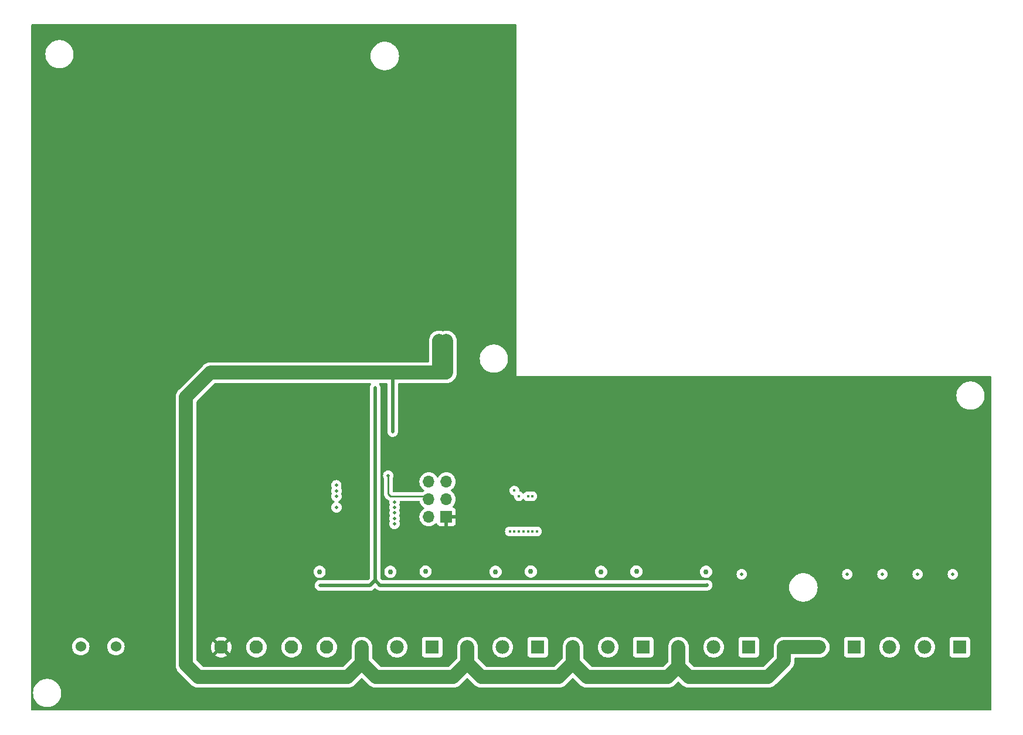
<source format=gbl>
%TF.GenerationSoftware,KiCad,Pcbnew,7.0.6*%
%TF.CreationDate,2025-01-03T16:41:25+10:30*%
%TF.ProjectId,Security Panel Mainboard,53656375-7269-4747-9920-50616e656c20,rev?*%
%TF.SameCoordinates,Original*%
%TF.FileFunction,Copper,L4,Bot*%
%TF.FilePolarity,Positive*%
%FSLAX46Y46*%
G04 Gerber Fmt 4.6, Leading zero omitted, Abs format (unit mm)*
G04 Created by KiCad (PCBNEW 7.0.6) date 2025-01-03 16:41:25*
%MOMM*%
%LPD*%
G01*
G04 APERTURE LIST*
%TA.AperFunction,ComponentPad*%
%ADD10R,1.980000X1.980000*%
%TD*%
%TA.AperFunction,ComponentPad*%
%ADD11C,1.980000*%
%TD*%
%TA.AperFunction,ComponentPad*%
%ADD12R,1.700000X1.700000*%
%TD*%
%TA.AperFunction,ComponentPad*%
%ADD13O,1.700000X1.700000*%
%TD*%
%TA.AperFunction,ComponentPad*%
%ADD14C,1.524000*%
%TD*%
%TA.AperFunction,ComponentPad*%
%ADD15C,1.950000*%
%TD*%
%TA.AperFunction,ViaPad*%
%ADD16C,0.400000*%
%TD*%
%TA.AperFunction,ViaPad*%
%ADD17C,1.000000*%
%TD*%
%TA.AperFunction,ViaPad*%
%ADD18C,0.750000*%
%TD*%
%TA.AperFunction,ViaPad*%
%ADD19C,0.500000*%
%TD*%
%TA.AperFunction,Conductor*%
%ADD20C,0.250000*%
%TD*%
%TA.AperFunction,Conductor*%
%ADD21C,0.500000*%
%TD*%
%TA.AperFunction,Conductor*%
%ADD22C,2.000000*%
%TD*%
%TA.AperFunction,Conductor*%
%ADD23C,1.000000*%
%TD*%
G04 APERTURE END LIST*
D10*
%TO.P,J5,1,1*%
%TO.N,O1H*%
X183388000Y-150876000D03*
D11*
%TO.P,J5,2,2*%
%TO.N,+12V*%
X178308000Y-150876000D03*
%TO.P,J5,3,3*%
X173228000Y-150876000D03*
%TD*%
D12*
%TO.P,J9,1,Pin_1*%
%TO.N,GND*%
X124465000Y-132065000D03*
D13*
%TO.P,J9,2,Pin_2*%
%TO.N,RESET*%
X121925000Y-132065000D03*
%TO.P,J9,3,Pin_3*%
%TO.N,MOSI*%
X124465000Y-129525000D03*
%TO.P,J9,4,Pin_4*%
%TO.N,SCK*%
X121925000Y-129525000D03*
%TO.P,J9,5,Pin_5*%
%TO.N,+5V*%
X124465000Y-126985000D03*
%TO.P,J9,6,Pin_6*%
%TO.N,MISO*%
X121925000Y-126985000D03*
%TD*%
D14*
%TO.P,J8,1,1*%
%TO.N,+24V AC2*%
X71653400Y-150775299D03*
%TO.P,J8,2,2*%
%TO.N,+24V AC*%
X76733400Y-150775299D03*
%TD*%
D10*
%TO.P,J3,1,1*%
%TO.N,Z7H*%
X152908000Y-150876000D03*
D11*
%TO.P,J3,2,2*%
%TO.N,Z6H*%
X147828000Y-150876000D03*
%TO.P,J3,3,3*%
%TO.N,+12V*%
X142748000Y-150876000D03*
%TD*%
D10*
%TO.P,J2,1,1*%
%TO.N,Z5H*%
X137668000Y-150876000D03*
D11*
%TO.P,J2,2,2*%
%TO.N,Z4H*%
X132588000Y-150876000D03*
%TO.P,J2,3,3*%
%TO.N,+12V*%
X127508000Y-150876000D03*
%TD*%
D10*
%TO.P,J1,1,1*%
%TO.N,Z3H*%
X122428000Y-150876000D03*
D11*
%TO.P,J1,2,2*%
%TO.N,Z2H*%
X117348000Y-150876000D03*
%TO.P,J1,3,3*%
%TO.N,+12V*%
X112268000Y-150876000D03*
%TD*%
D10*
%TO.P,J4,1,1*%
%TO.N,SIREN H*%
X168148000Y-150876000D03*
D11*
%TO.P,J4,2,2*%
%TO.N,Z8H*%
X163068000Y-150876000D03*
%TO.P,J4,3,3*%
%TO.N,+12V*%
X157988000Y-150876000D03*
%TD*%
D10*
%TO.P,J6,1,1*%
%TO.N,O4H*%
X198628000Y-150876000D03*
D11*
%TO.P,J6,2,2*%
%TO.N,O3H*%
X193548000Y-150876000D03*
%TO.P,J6,3,3*%
%TO.N,O2H*%
X188468000Y-150876000D03*
%TD*%
D15*
%TO.P,J7,1,1*%
%TO.N,Z1H*%
X107188000Y-150876000D03*
%TO.P,J7,2,2*%
%TO.N,B*%
X102108000Y-150876000D03*
%TO.P,J7,3,3*%
%TO.N,A*%
X97028000Y-150876000D03*
%TO.P,J7,4,4*%
%TO.N,GND*%
X91948000Y-150876000D03*
%TO.P,J7,5,5*%
%TO.N,+12V*%
X86868000Y-150876000D03*
%TD*%
D16*
%TO.N,GND*%
X112877600Y-126085600D03*
D17*
X111252000Y-130302000D03*
X116840000Y-122428000D03*
X119380000Y-124968000D03*
X134874000Y-123444000D03*
X132334000Y-129286000D03*
X135636000Y-131318000D03*
X130556000Y-132080000D03*
X128524000Y-127000000D03*
D16*
%TO.N,ZONE 8*%
X137541000Y-134162800D03*
%TO.N,ZONE 7*%
X136880600Y-134162800D03*
%TO.N,ZONE 6*%
X136245600Y-134162800D03*
%TO.N,ZONE 5*%
X135585200Y-134162800D03*
%TO.N,ZONE 4*%
X134924800Y-134162800D03*
%TO.N,ZONE 3*%
X134289800Y-134162800D03*
%TO.N,ZONE 2*%
X133629400Y-134162800D03*
%TO.N,ZONE 1*%
X134289800Y-128270000D03*
D18*
%TO.N,ZONE 8*%
X161975800Y-139979400D03*
%TO.N,ZONE 7*%
X151917400Y-139954000D03*
%TO.N,ZONE 6*%
X146812000Y-139979400D03*
%TO.N,ZONE 5*%
X136652000Y-139954000D03*
%TO.N,ZONE 4*%
X131572000Y-139979400D03*
%TO.N,ZONE 3*%
X121462800Y-139954000D03*
%TO.N,ZONE 2*%
X116382800Y-139979400D03*
%TO.N,ZONE 1*%
X106146600Y-139979400D03*
D16*
%TO.N,CLOCK*%
X136880600Y-129082800D03*
%TO.N,LATCH*%
X136245600Y-129082800D03*
%TO.N,DATA*%
X134924800Y-129082800D03*
D19*
%TO.N,CLOCK*%
X108559600Y-127508000D03*
%TO.N,LATCH*%
X108610400Y-128295400D03*
%TO.N,DATA*%
X108585000Y-129108200D03*
%TO.N,OUTPUT 3*%
X116992400Y-130708400D03*
%TO.N,OUTPUT 4*%
X116992400Y-129895600D03*
%TO.N,OUTPUT 2*%
X116992400Y-131495800D03*
%TO.N,OUTPUT 1*%
X116992400Y-132308600D03*
%TO.N,SIREN OUT*%
X116967000Y-133096000D03*
%TO.N,OUTPUT 4*%
X197612000Y-140335000D03*
%TO.N,OUTPUT 3*%
X192532000Y-140335000D03*
%TO.N,OUTPUT 2*%
X187452000Y-140335000D03*
%TO.N,OUTPUT 1*%
X182372000Y-140335000D03*
%TO.N,SIREN OUT*%
X167132000Y-140335000D03*
%TO.N,RESET*%
X108585000Y-130683000D03*
%TO.N,SCK*%
X116078000Y-126111000D03*
%TO.N,+12V*%
X116713000Y-118745000D03*
X116713000Y-119253000D03*
X116713000Y-119761000D03*
%TO.N,ADC IN B*%
X162128200Y-141909800D03*
X151968200Y-141935200D03*
X146888200Y-141935200D03*
X136728200Y-141935200D03*
X131648200Y-141935200D03*
X121488200Y-141935200D03*
X116408200Y-141935200D03*
X106197400Y-141935200D03*
X114173000Y-114427000D03*
X114173000Y-113919000D03*
X114173000Y-113411000D03*
D17*
%TO.N,+12V*%
X123444000Y-109728000D03*
X124460000Y-109728000D03*
X124460000Y-108712000D03*
X123444000Y-108712000D03*
X123444000Y-107696000D03*
X124460000Y-107696000D03*
X124460000Y-106680000D03*
X123444000Y-106680000D03*
%TD*%
D20*
%TO.N,SCK*%
X116078000Y-128778000D02*
X116078000Y-126111000D01*
X121508200Y-129108200D02*
X121925000Y-129525000D01*
X116408200Y-129108200D02*
X121508200Y-129108200D01*
X116078000Y-128778000D02*
X116408200Y-129108200D01*
D21*
%TO.N,+12V*%
X116713000Y-119761000D02*
X116713000Y-111252000D01*
D22*
X116713000Y-111252000D02*
X124460000Y-111252000D01*
X90424000Y-111252000D02*
X116713000Y-111252000D01*
D21*
%TO.N,ADC IN B*%
X162102800Y-141935200D02*
X162128200Y-141909800D01*
X151968200Y-141935200D02*
X162102800Y-141935200D01*
X146888200Y-141935200D02*
X151968200Y-141935200D01*
X136728200Y-141935200D02*
X146888200Y-141935200D01*
X131648200Y-141935200D02*
X136728200Y-141935200D01*
X121488200Y-141935200D02*
X131648200Y-141935200D01*
X116408200Y-141935200D02*
X121488200Y-141935200D01*
X114884200Y-141935200D02*
X114173000Y-141224000D01*
X116408200Y-141935200D02*
X114884200Y-141935200D01*
X106248200Y-141986000D02*
X106197400Y-141935200D01*
X113411000Y-141986000D02*
X106248200Y-141986000D01*
X114173000Y-141224000D02*
X113411000Y-141986000D01*
X114173000Y-113411000D02*
X114173000Y-141224000D01*
D22*
%TO.N,+12V*%
X173228000Y-150876000D02*
X178308000Y-150876000D01*
X170942000Y-155194000D02*
X159512000Y-155194000D01*
X173228000Y-152908000D02*
X170942000Y-155194000D01*
X173228000Y-150876000D02*
X173228000Y-152908000D01*
X159512000Y-155194000D02*
X157988000Y-153670000D01*
X144780000Y-155194000D02*
X142748000Y-153162000D01*
X156464000Y-155194000D02*
X144780000Y-155194000D01*
X157988000Y-150876000D02*
X157988000Y-153670000D01*
X157988000Y-153670000D02*
X156464000Y-155194000D01*
X129540000Y-155194000D02*
X127508000Y-153162000D01*
X140716000Y-155194000D02*
X129540000Y-155194000D01*
X142748000Y-153162000D02*
X140716000Y-155194000D01*
X142748000Y-150876000D02*
X142748000Y-153162000D01*
X125476000Y-155194000D02*
X127508000Y-153162000D01*
X114300000Y-155194000D02*
X125476000Y-155194000D01*
X112268000Y-153162000D02*
X114300000Y-155194000D01*
X127508000Y-153162000D02*
X127508000Y-150876000D01*
X110236000Y-155194000D02*
X112268000Y-153162000D01*
X88646000Y-155194000D02*
X110236000Y-155194000D01*
X86868000Y-153416000D02*
X88646000Y-155194000D01*
X112268000Y-153162000D02*
X112268000Y-150876000D01*
X86868000Y-150876000D02*
X86868000Y-153416000D01*
X86868000Y-114808000D02*
X90424000Y-111252000D01*
X86868000Y-150876000D02*
X86868000Y-114808000D01*
X124460000Y-111252000D02*
X124460000Y-106680000D01*
D23*
X123444000Y-111252000D02*
X124460000Y-111252000D01*
D22*
X123444000Y-106680000D02*
X123444000Y-111252000D01*
%TD*%
%TA.AperFunction,Conductor*%
%TO.N,GND*%
G36*
X134562539Y-60980185D02*
G01*
X134608294Y-61032989D01*
X134619500Y-61084500D01*
X134619500Y-111735467D01*
X134619416Y-111735889D01*
X134619459Y-111760001D01*
X134619500Y-111760099D01*
X134619616Y-111760382D01*
X134619618Y-111760384D01*
X134619808Y-111760462D01*
X134620000Y-111760541D01*
X134620002Y-111760539D01*
X134644616Y-111760524D01*
X134644616Y-111760528D01*
X134644760Y-111760500D01*
X203075500Y-111760500D01*
X203142539Y-111780185D01*
X203188294Y-111832989D01*
X203199500Y-111884500D01*
X203199500Y-159895500D01*
X203179815Y-159962539D01*
X203127011Y-160008294D01*
X203075500Y-160019500D01*
X64640500Y-160019500D01*
X64573461Y-159999815D01*
X64527706Y-159947011D01*
X64516500Y-159895500D01*
X64516500Y-157480000D01*
X64764751Y-157480000D01*
X64783725Y-157757405D01*
X64783726Y-157757407D01*
X64840294Y-158029631D01*
X64840299Y-158029648D01*
X64932598Y-158289352D01*
X64933412Y-158291642D01*
X65061335Y-158538522D01*
X65221683Y-158765683D01*
X65411469Y-158968895D01*
X65411474Y-158968899D01*
X65411476Y-158968901D01*
X65627152Y-159144366D01*
X65627155Y-159144368D01*
X65627159Y-159144371D01*
X65750749Y-159219528D01*
X65864734Y-159288844D01*
X65864738Y-159288846D01*
X65899462Y-159303928D01*
X65909905Y-159308464D01*
X65910135Y-159308576D01*
X65910140Y-159308578D01*
X65910142Y-159308579D01*
X65910531Y-159308736D01*
X66119765Y-159399619D01*
X66119767Y-159399620D01*
X66167702Y-159413051D01*
X66174197Y-159415265D01*
X66209442Y-159429506D01*
X66234052Y-159431641D01*
X66387509Y-159474638D01*
X66440763Y-159481957D01*
X66447278Y-159483214D01*
X66448716Y-159483573D01*
X66448729Y-159483574D01*
X66452000Y-159484391D01*
X66483919Y-159492349D01*
X66507614Y-159491146D01*
X66644638Y-159509979D01*
X66662972Y-159512500D01*
X66720682Y-159512500D01*
X66727154Y-159512839D01*
X66730711Y-159513211D01*
X66730998Y-159513242D01*
X66730998Y-159513241D01*
X66732821Y-159513433D01*
X66764389Y-159516751D01*
X66786735Y-159512500D01*
X66941032Y-159512500D01*
X66941032Y-159512499D01*
X67002235Y-159504087D01*
X67008456Y-159503552D01*
X67014661Y-159503336D01*
X67014665Y-159503335D01*
X67015654Y-159503301D01*
X67015679Y-159503299D01*
X67045498Y-159502258D01*
X67066096Y-159495309D01*
X67216491Y-159474638D01*
X67279919Y-159456866D01*
X67285820Y-159455523D01*
X67294186Y-159454048D01*
X67294187Y-159454047D01*
X67295269Y-159453857D01*
X67295283Y-159453854D01*
X67321864Y-159449167D01*
X67340398Y-159439920D01*
X67484233Y-159399620D01*
X67548427Y-159371736D01*
X67553952Y-159369645D01*
X67564130Y-159366338D01*
X67564130Y-159366337D01*
X67565432Y-159365915D01*
X67565484Y-159365896D01*
X67588225Y-159358507D01*
X67604461Y-159347398D01*
X67739259Y-159288847D01*
X67739262Y-159288845D01*
X67739267Y-159288843D01*
X67802663Y-159250290D01*
X67807671Y-159247555D01*
X67819241Y-159241912D01*
X67819242Y-159241911D01*
X67839464Y-159232048D01*
X67853242Y-159219532D01*
X67976841Y-159144371D01*
X68037706Y-159094853D01*
X68042134Y-159091568D01*
X68054552Y-159083193D01*
X68054555Y-159083190D01*
X68058136Y-159080775D01*
X68058145Y-159080768D01*
X68070836Y-159072208D01*
X68082068Y-159058762D01*
X68192531Y-158968895D01*
X68220269Y-158939193D01*
X68249054Y-158908374D01*
X68252869Y-158904626D01*
X68265483Y-158893269D01*
X68265484Y-158893266D01*
X68267004Y-158891899D01*
X68267046Y-158891859D01*
X68276196Y-158883619D01*
X68282354Y-158873162D01*
X68284981Y-158870031D01*
X68287155Y-158867577D01*
X68382318Y-158765682D01*
X68395569Y-158746908D01*
X68432631Y-158694403D01*
X68435765Y-158690335D01*
X68447930Y-158675838D01*
X68447932Y-158675834D01*
X68449037Y-158674518D01*
X68449061Y-158674487D01*
X68455605Y-158666688D01*
X68459476Y-158657360D01*
X68463944Y-158650212D01*
X68465846Y-158647348D01*
X68542665Y-158538522D01*
X68584895Y-158457020D01*
X68587340Y-158452734D01*
X68598340Y-158435131D01*
X68598342Y-158435125D01*
X68599057Y-158433982D01*
X68599092Y-158433921D01*
X68603339Y-158427123D01*
X68605354Y-158419375D01*
X68610451Y-158407928D01*
X68611983Y-158404743D01*
X68670588Y-158291642D01*
X68702877Y-158200788D01*
X68704638Y-158196381D01*
X68713787Y-158175833D01*
X68713788Y-158175826D01*
X68714317Y-158174640D01*
X68714328Y-158174615D01*
X68716585Y-158169544D01*
X68717263Y-158163710D01*
X68721784Y-158147943D01*
X68722948Y-158144311D01*
X68763702Y-158029643D01*
X68784285Y-157930591D01*
X68785376Y-157926169D01*
X68792023Y-157902992D01*
X68792023Y-157902989D01*
X68792357Y-157901826D01*
X68792373Y-157901759D01*
X68793200Y-157898875D01*
X68793115Y-157895223D01*
X68795927Y-157875210D01*
X68796613Y-157871264D01*
X68820274Y-157757405D01*
X68827512Y-157651578D01*
X68827961Y-157647274D01*
X68831525Y-157621918D01*
X68831525Y-157621907D01*
X68831758Y-157620251D01*
X68831943Y-157618930D01*
X68831614Y-157616799D01*
X68832177Y-157584501D01*
X68832305Y-157581508D01*
X68839249Y-157480000D01*
X68832305Y-157378492D01*
X68832177Y-157375496D01*
X68831614Y-157343198D01*
X68832029Y-157341685D01*
X68831525Y-157338096D01*
X68831525Y-157338082D01*
X68827961Y-157312725D01*
X68827512Y-157308421D01*
X68820274Y-157202595D01*
X68796616Y-157088751D01*
X68795927Y-157084788D01*
X68793115Y-157064775D01*
X68793498Y-157062164D01*
X68793217Y-157061182D01*
X68793215Y-157061173D01*
X68792585Y-157058973D01*
X68792578Y-157058945D01*
X68792023Y-157057008D01*
X68785376Y-157033830D01*
X68784286Y-157029414D01*
X68763702Y-156930357D01*
X68722958Y-156815716D01*
X68721784Y-156812053D01*
X68717262Y-156796285D01*
X68717288Y-156792031D01*
X68704645Y-156763634D01*
X68702872Y-156759197D01*
X68670588Y-156668358D01*
X68612000Y-156555289D01*
X68610438Y-156552042D01*
X68605352Y-156540620D01*
X68604580Y-156534860D01*
X68599350Y-156526490D01*
X68599321Y-156526439D01*
X68594153Y-156518169D01*
X68587346Y-156507276D01*
X68584883Y-156502954D01*
X68563209Y-156461126D01*
X68542665Y-156421478D01*
X68465858Y-156312667D01*
X68463944Y-156309788D01*
X68459472Y-156302631D01*
X68457492Y-156295559D01*
X68450717Y-156287485D01*
X68450704Y-156287467D01*
X68438243Y-156272617D01*
X68435769Y-156269668D01*
X68432616Y-156265574D01*
X68396030Y-156213744D01*
X68382317Y-156194317D01*
X68329611Y-156137882D01*
X68287166Y-156092434D01*
X68284990Y-156089977D01*
X68282362Y-156086845D01*
X68278808Y-156078729D01*
X68267502Y-156068549D01*
X68267500Y-156068547D01*
X68252870Y-156055373D01*
X68249045Y-156051616D01*
X68224845Y-156025705D01*
X68192531Y-155991105D01*
X68164174Y-155968035D01*
X68082070Y-155901238D01*
X68074545Y-155890292D01*
X68042156Y-155868445D01*
X68037696Y-155865137D01*
X67976847Y-155815633D01*
X67976842Y-155815630D01*
X67976841Y-155815629D01*
X67912853Y-155776717D01*
X67853243Y-155740467D01*
X67843741Y-155730036D01*
X67807674Y-155712446D01*
X67802635Y-155709692D01*
X67739270Y-155671159D01*
X67739271Y-155671159D01*
X67739267Y-155671157D01*
X67677796Y-155644456D01*
X67604455Y-155612599D01*
X67593005Y-155603045D01*
X67565636Y-155594152D01*
X67565620Y-155594146D01*
X67553962Y-155590358D01*
X67548418Y-155588259D01*
X67484233Y-155560380D01*
X67428392Y-155544734D01*
X67340399Y-155520079D01*
X67327078Y-155511750D01*
X67285840Y-155504479D01*
X67279876Y-155503121D01*
X67216493Y-155485362D01*
X67066090Y-155464689D01*
X67051046Y-155457931D01*
X67008459Y-155456445D01*
X67002175Y-155455904D01*
X66941028Y-155447500D01*
X66941027Y-155447500D01*
X66786737Y-155447500D01*
X66770191Y-155442641D01*
X66733241Y-155446524D01*
X66733187Y-155446527D01*
X66727169Y-155447160D01*
X66720687Y-155447500D01*
X66662972Y-155447500D01*
X66507603Y-155468855D01*
X66489802Y-155466182D01*
X66447298Y-155476780D01*
X66440738Y-155478045D01*
X66387511Y-155485361D01*
X66234012Y-155528369D01*
X66215273Y-155528136D01*
X66174195Y-155544734D01*
X66167691Y-155546952D01*
X66119764Y-155560380D01*
X65910546Y-155651257D01*
X65910142Y-155651421D01*
X65910138Y-155651423D01*
X65910104Y-155651437D01*
X65909891Y-155651540D01*
X65864735Y-155671155D01*
X65627156Y-155815630D01*
X65627152Y-155815633D01*
X65411476Y-155991098D01*
X65411470Y-155991103D01*
X65411469Y-155991105D01*
X65221683Y-156194317D01*
X65207970Y-156213744D01*
X65061335Y-156421477D01*
X64933411Y-156668359D01*
X64840299Y-156930351D01*
X64840294Y-156930368D01*
X64783726Y-157202592D01*
X64783725Y-157202594D01*
X64764751Y-157480000D01*
X64516500Y-157480000D01*
X64516500Y-150775301D01*
X70386077Y-150775301D01*
X70405329Y-150995361D01*
X70405330Y-150995369D01*
X70462504Y-151208744D01*
X70462505Y-151208746D01*
X70462506Y-151208749D01*
X70530049Y-151353595D01*
X70555866Y-151408961D01*
X70555868Y-151408965D01*
X70682570Y-151589914D01*
X70682575Y-151589920D01*
X70838778Y-151746123D01*
X70838784Y-151746128D01*
X71019733Y-151872830D01*
X71019735Y-151872831D01*
X71019738Y-151872833D01*
X71219950Y-151966193D01*
X71433332Y-152023369D01*
X71590523Y-152037121D01*
X71653398Y-152042622D01*
X71653400Y-152042622D01*
X71653402Y-152042622D01*
X71708416Y-152037808D01*
X71873468Y-152023369D01*
X72086850Y-151966193D01*
X72287062Y-151872833D01*
X72468020Y-151746125D01*
X72624226Y-151589919D01*
X72750934Y-151408961D01*
X72844294Y-151208749D01*
X72901470Y-150995367D01*
X72920723Y-150775301D01*
X75466077Y-150775301D01*
X75485329Y-150995361D01*
X75485330Y-150995369D01*
X75542504Y-151208744D01*
X75542505Y-151208746D01*
X75542506Y-151208749D01*
X75610049Y-151353595D01*
X75635866Y-151408961D01*
X75635868Y-151408965D01*
X75762570Y-151589914D01*
X75762575Y-151589920D01*
X75918778Y-151746123D01*
X75918784Y-151746128D01*
X76099733Y-151872830D01*
X76099735Y-151872831D01*
X76099738Y-151872833D01*
X76299950Y-151966193D01*
X76513332Y-152023369D01*
X76670523Y-152037121D01*
X76733398Y-152042622D01*
X76733400Y-152042622D01*
X76733402Y-152042622D01*
X76788417Y-152037808D01*
X76953468Y-152023369D01*
X77166850Y-151966193D01*
X77367062Y-151872833D01*
X77548020Y-151746125D01*
X77704226Y-151589919D01*
X77830934Y-151408961D01*
X77924294Y-151208749D01*
X77981470Y-150995367D01*
X78000723Y-150775299D01*
X77998655Y-150751665D01*
X77987996Y-150629831D01*
X77981470Y-150555231D01*
X77924294Y-150341849D01*
X77830934Y-150141638D01*
X77704226Y-149960679D01*
X77548020Y-149804473D01*
X77548016Y-149804470D01*
X77548015Y-149804469D01*
X77367066Y-149677767D01*
X77367062Y-149677765D01*
X77312231Y-149652197D01*
X77166850Y-149584405D01*
X77166847Y-149584404D01*
X77166845Y-149584403D01*
X76953470Y-149527229D01*
X76953462Y-149527228D01*
X76733402Y-149507976D01*
X76733398Y-149507976D01*
X76513337Y-149527228D01*
X76513329Y-149527229D01*
X76299954Y-149584403D01*
X76299950Y-149584405D01*
X76294173Y-149587099D01*
X76099740Y-149677764D01*
X76099738Y-149677765D01*
X75918777Y-149804474D01*
X75762575Y-149960676D01*
X75635866Y-150141637D01*
X75635865Y-150141639D01*
X75542507Y-150341847D01*
X75542504Y-150341853D01*
X75485330Y-150555228D01*
X75485329Y-150555236D01*
X75466077Y-150775296D01*
X75466077Y-150775301D01*
X72920723Y-150775301D01*
X72920723Y-150775299D01*
X72918655Y-150751665D01*
X72907996Y-150629831D01*
X72901470Y-150555231D01*
X72844294Y-150341849D01*
X72750934Y-150141638D01*
X72624226Y-149960679D01*
X72468020Y-149804473D01*
X72468016Y-149804470D01*
X72468015Y-149804469D01*
X72287066Y-149677767D01*
X72287062Y-149677765D01*
X72232231Y-149652197D01*
X72086850Y-149584405D01*
X72086847Y-149584404D01*
X72086845Y-149584403D01*
X71873470Y-149527229D01*
X71873462Y-149527228D01*
X71653402Y-149507976D01*
X71653398Y-149507976D01*
X71433337Y-149527228D01*
X71433329Y-149527229D01*
X71219954Y-149584403D01*
X71219950Y-149584405D01*
X71214173Y-149587099D01*
X71019740Y-149677764D01*
X71019738Y-149677765D01*
X70838777Y-149804474D01*
X70682575Y-149960676D01*
X70555866Y-150141637D01*
X70555865Y-150141639D01*
X70462507Y-150341847D01*
X70462504Y-150341853D01*
X70405330Y-150555228D01*
X70405329Y-150555236D01*
X70386077Y-150775296D01*
X70386077Y-150775301D01*
X64516500Y-150775301D01*
X64516500Y-114870220D01*
X85363642Y-114870220D01*
X85367023Y-114897342D01*
X85367500Y-114905018D01*
X85367500Y-153318981D01*
X85367024Y-153326656D01*
X85363643Y-153353779D01*
X85367500Y-153447035D01*
X85367500Y-153478064D01*
X85370062Y-153508990D01*
X85373918Y-153602233D01*
X85379526Y-153628983D01*
X85380635Y-153636590D01*
X85382891Y-153663818D01*
X85382891Y-153663819D01*
X85392742Y-153702720D01*
X85405801Y-153754288D01*
X85424951Y-153845614D01*
X85424952Y-153845616D01*
X85434882Y-153871067D01*
X85437227Y-153878387D01*
X85443937Y-153904881D01*
X85452820Y-153925132D01*
X85481420Y-153990335D01*
X85515344Y-154077275D01*
X85529332Y-154100750D01*
X85532852Y-154107588D01*
X85543825Y-154132604D01*
X85543827Y-154132607D01*
X85594860Y-154210720D01*
X85642634Y-154290894D01*
X85660296Y-154311747D01*
X85664887Y-154317904D01*
X85679836Y-154340785D01*
X85679837Y-154340786D01*
X85743033Y-154409435D01*
X85763100Y-154433129D01*
X85785049Y-154455078D01*
X85848257Y-154523739D01*
X85869822Y-154540524D01*
X85875587Y-154545615D01*
X87516384Y-156186412D01*
X87521473Y-156192174D01*
X87538262Y-156213744D01*
X87538264Y-156213746D01*
X87538265Y-156213747D01*
X87606921Y-156276950D01*
X87625531Y-156295559D01*
X87628874Y-156298902D01*
X87652564Y-156318966D01*
X87721215Y-156382164D01*
X87721217Y-156382165D01*
X87721218Y-156382166D01*
X87744086Y-156397106D01*
X87750250Y-156401702D01*
X87771106Y-156419366D01*
X87815037Y-156445543D01*
X87851275Y-156467137D01*
X87912714Y-156507276D01*
X87929393Y-156518173D01*
X87954402Y-156529143D01*
X87954418Y-156529150D01*
X87961248Y-156532665D01*
X87984727Y-156546656D01*
X88071667Y-156580580D01*
X88157119Y-156618063D01*
X88183623Y-156624774D01*
X88190920Y-156627112D01*
X88216386Y-156637050D01*
X88307725Y-156656202D01*
X88398179Y-156679108D01*
X88398183Y-156679108D01*
X88398187Y-156679109D01*
X88425406Y-156681364D01*
X88433016Y-156682473D01*
X88445727Y-156685138D01*
X88459763Y-156688081D01*
X88553009Y-156691937D01*
X88583933Y-156694500D01*
X88583934Y-156694500D01*
X88614965Y-156694500D01*
X88708221Y-156698357D01*
X88735347Y-156694975D01*
X88743019Y-156694500D01*
X110138981Y-156694500D01*
X110146652Y-156694975D01*
X110173779Y-156698357D01*
X110267035Y-156694500D01*
X110298067Y-156694500D01*
X110328990Y-156691937D01*
X110422237Y-156688081D01*
X110448982Y-156682472D01*
X110456582Y-156681364D01*
X110483821Y-156679108D01*
X110483824Y-156679107D01*
X110483826Y-156679107D01*
X110483829Y-156679106D01*
X110574288Y-156656198D01*
X110574298Y-156656196D01*
X110665614Y-156637049D01*
X110691077Y-156627112D01*
X110698374Y-156624774D01*
X110724881Y-156618063D01*
X110810335Y-156580579D01*
X110897274Y-156546656D01*
X110920761Y-156532659D01*
X110927581Y-156529149D01*
X110952607Y-156518173D01*
X111030720Y-156467139D01*
X111110894Y-156419366D01*
X111131754Y-156401697D01*
X111137894Y-156397117D01*
X111160785Y-156382164D01*
X111229435Y-156318966D01*
X111253126Y-156298902D01*
X111275078Y-156276949D01*
X111343738Y-156213744D01*
X111360530Y-156192167D01*
X111365604Y-156186422D01*
X112180322Y-155371705D01*
X112241641Y-155338223D01*
X112311333Y-155343207D01*
X112355680Y-155371708D01*
X113170384Y-156186412D01*
X113175473Y-156192174D01*
X113192262Y-156213744D01*
X113192264Y-156213746D01*
X113192265Y-156213747D01*
X113260921Y-156276950D01*
X113279531Y-156295559D01*
X113282874Y-156298902D01*
X113306564Y-156318966D01*
X113375215Y-156382164D01*
X113375217Y-156382165D01*
X113375218Y-156382166D01*
X113398086Y-156397106D01*
X113404250Y-156401702D01*
X113425106Y-156419366D01*
X113457504Y-156438671D01*
X113505278Y-156467139D01*
X113556312Y-156500480D01*
X113583393Y-156518173D01*
X113608412Y-156529147D01*
X113615243Y-156532663D01*
X113628597Y-156540620D01*
X113638720Y-156546653D01*
X113638730Y-156546658D01*
X113725663Y-156580579D01*
X113763146Y-156597020D01*
X113811119Y-156618063D01*
X113835908Y-156624340D01*
X113837609Y-156624771D01*
X113844932Y-156627116D01*
X113870386Y-156637049D01*
X113961711Y-156656198D01*
X114052179Y-156679108D01*
X114052184Y-156679108D01*
X114052187Y-156679109D01*
X114079406Y-156681364D01*
X114087016Y-156682473D01*
X114101880Y-156685589D01*
X114113763Y-156688081D01*
X114207009Y-156691937D01*
X114237933Y-156694500D01*
X114237934Y-156694500D01*
X114268965Y-156694500D01*
X114362221Y-156698357D01*
X114389347Y-156694975D01*
X114397019Y-156694500D01*
X125378981Y-156694500D01*
X125386652Y-156694975D01*
X125413779Y-156698357D01*
X125507035Y-156694500D01*
X125538067Y-156694500D01*
X125568990Y-156691937D01*
X125662237Y-156688081D01*
X125688982Y-156682472D01*
X125696582Y-156681364D01*
X125723821Y-156679108D01*
X125723824Y-156679107D01*
X125723826Y-156679107D01*
X125723829Y-156679106D01*
X125814288Y-156656198D01*
X125814298Y-156656196D01*
X125905614Y-156637049D01*
X125931077Y-156627112D01*
X125938374Y-156624774D01*
X125964881Y-156618063D01*
X126050335Y-156580579D01*
X126137274Y-156546656D01*
X126160761Y-156532659D01*
X126167581Y-156529149D01*
X126192607Y-156518173D01*
X126270720Y-156467139D01*
X126350894Y-156419366D01*
X126371754Y-156401697D01*
X126377894Y-156397117D01*
X126400785Y-156382164D01*
X126469435Y-156318966D01*
X126493126Y-156298902D01*
X126515078Y-156276949D01*
X126583738Y-156213744D01*
X126600530Y-156192167D01*
X126605604Y-156186422D01*
X127420322Y-155371705D01*
X127481641Y-155338223D01*
X127551333Y-155343207D01*
X127595680Y-155371708D01*
X128410384Y-156186412D01*
X128415473Y-156192174D01*
X128432262Y-156213744D01*
X128432264Y-156213746D01*
X128432265Y-156213747D01*
X128500921Y-156276950D01*
X128519531Y-156295559D01*
X128522874Y-156298902D01*
X128546564Y-156318966D01*
X128615215Y-156382164D01*
X128615217Y-156382165D01*
X128615218Y-156382166D01*
X128638086Y-156397106D01*
X128644250Y-156401702D01*
X128665106Y-156419366D01*
X128697504Y-156438671D01*
X128745278Y-156467139D01*
X128796312Y-156500480D01*
X128823393Y-156518173D01*
X128848412Y-156529147D01*
X128855243Y-156532663D01*
X128868597Y-156540620D01*
X128878720Y-156546653D01*
X128878730Y-156546658D01*
X128965663Y-156580579D01*
X129003147Y-156597020D01*
X129051119Y-156618063D01*
X129075908Y-156624340D01*
X129077609Y-156624771D01*
X129084932Y-156627116D01*
X129110386Y-156637049D01*
X129201711Y-156656198D01*
X129292179Y-156679108D01*
X129292184Y-156679108D01*
X129292187Y-156679109D01*
X129319406Y-156681364D01*
X129327016Y-156682473D01*
X129341880Y-156685589D01*
X129353763Y-156688081D01*
X129447009Y-156691937D01*
X129477933Y-156694500D01*
X129477934Y-156694500D01*
X129508965Y-156694500D01*
X129602221Y-156698357D01*
X129629347Y-156694975D01*
X129637019Y-156694500D01*
X140618981Y-156694500D01*
X140626652Y-156694975D01*
X140653779Y-156698357D01*
X140747035Y-156694500D01*
X140778067Y-156694500D01*
X140808990Y-156691937D01*
X140902237Y-156688081D01*
X140928982Y-156682472D01*
X140936582Y-156681364D01*
X140963821Y-156679108D01*
X140963824Y-156679107D01*
X140963826Y-156679107D01*
X140963829Y-156679106D01*
X141054288Y-156656198D01*
X141054298Y-156656196D01*
X141145614Y-156637049D01*
X141171077Y-156627112D01*
X141178374Y-156624774D01*
X141204881Y-156618063D01*
X141290335Y-156580579D01*
X141377274Y-156546656D01*
X141400761Y-156532659D01*
X141407581Y-156529149D01*
X141432607Y-156518173D01*
X141510720Y-156467139D01*
X141590894Y-156419366D01*
X141611754Y-156401697D01*
X141617894Y-156397117D01*
X141640785Y-156382164D01*
X141709435Y-156318966D01*
X141733126Y-156298902D01*
X141755078Y-156276949D01*
X141823738Y-156213744D01*
X141840530Y-156192167D01*
X141845604Y-156186422D01*
X142660320Y-155371706D01*
X142721641Y-155338223D01*
X142791333Y-155343207D01*
X142835677Y-155371706D01*
X143204439Y-155740467D01*
X143650384Y-156186412D01*
X143655473Y-156192174D01*
X143672262Y-156213744D01*
X143672264Y-156213746D01*
X143672265Y-156213747D01*
X143740921Y-156276950D01*
X143759531Y-156295559D01*
X143762874Y-156298902D01*
X143786564Y-156318966D01*
X143855215Y-156382164D01*
X143855217Y-156382165D01*
X143855218Y-156382166D01*
X143878086Y-156397106D01*
X143884250Y-156401702D01*
X143905106Y-156419366D01*
X143937504Y-156438671D01*
X143985278Y-156467139D01*
X144036312Y-156500480D01*
X144063393Y-156518173D01*
X144088412Y-156529147D01*
X144095243Y-156532663D01*
X144108597Y-156540620D01*
X144118720Y-156546653D01*
X144118730Y-156546658D01*
X144205663Y-156580579D01*
X144243146Y-156597020D01*
X144291119Y-156618063D01*
X144315908Y-156624340D01*
X144317609Y-156624771D01*
X144324932Y-156627116D01*
X144350386Y-156637049D01*
X144441711Y-156656198D01*
X144532179Y-156679108D01*
X144532184Y-156679108D01*
X144532187Y-156679109D01*
X144559406Y-156681364D01*
X144567016Y-156682473D01*
X144581880Y-156685589D01*
X144593763Y-156688081D01*
X144687009Y-156691937D01*
X144717933Y-156694500D01*
X144717934Y-156694500D01*
X144748965Y-156694500D01*
X144842221Y-156698357D01*
X144869347Y-156694975D01*
X144877019Y-156694500D01*
X156366981Y-156694500D01*
X156374652Y-156694975D01*
X156401779Y-156698357D01*
X156495035Y-156694500D01*
X156526067Y-156694500D01*
X156556990Y-156691937D01*
X156650237Y-156688081D01*
X156676982Y-156682472D01*
X156684582Y-156681364D01*
X156711821Y-156679108D01*
X156711824Y-156679107D01*
X156711826Y-156679107D01*
X156711829Y-156679106D01*
X156802288Y-156656198D01*
X156802298Y-156656196D01*
X156893614Y-156637049D01*
X156919077Y-156627112D01*
X156926374Y-156624774D01*
X156952881Y-156618063D01*
X157038335Y-156580579D01*
X157125274Y-156546656D01*
X157148761Y-156532659D01*
X157155581Y-156529149D01*
X157180607Y-156518173D01*
X157258720Y-156467139D01*
X157338894Y-156419366D01*
X157359754Y-156401697D01*
X157365894Y-156397117D01*
X157388785Y-156382164D01*
X157457435Y-156318966D01*
X157481126Y-156298902D01*
X157503078Y-156276949D01*
X157571738Y-156213744D01*
X157588530Y-156192167D01*
X157593604Y-156186422D01*
X157900318Y-155879708D01*
X157961642Y-155846223D01*
X158031334Y-155851207D01*
X158075681Y-155879708D01*
X158382392Y-156186419D01*
X158387473Y-156192174D01*
X158404260Y-156213742D01*
X158404265Y-156213747D01*
X158472933Y-156276961D01*
X158494871Y-156298899D01*
X158494875Y-156298902D01*
X158518552Y-156318955D01*
X158587215Y-156382164D01*
X158587217Y-156382165D01*
X158587218Y-156382166D01*
X158610086Y-156397106D01*
X158616250Y-156401702D01*
X158637106Y-156419366D01*
X158717272Y-156467134D01*
X158772098Y-156502954D01*
X158795393Y-156518173D01*
X158820414Y-156529148D01*
X158827245Y-156532664D01*
X158850726Y-156546655D01*
X158864532Y-156552042D01*
X158937651Y-156580574D01*
X159000116Y-156607973D01*
X159023119Y-156618063D01*
X159023123Y-156618064D01*
X159049609Y-156624771D01*
X159056932Y-156627116D01*
X159082386Y-156637049D01*
X159173702Y-156656196D01*
X159264179Y-156679108D01*
X159291415Y-156681364D01*
X159299018Y-156682471D01*
X159325763Y-156688080D01*
X159418994Y-156691936D01*
X159449933Y-156694500D01*
X159449935Y-156694500D01*
X159480974Y-156694500D01*
X159574221Y-156698357D01*
X159590914Y-156696276D01*
X159601342Y-156694977D01*
X159609018Y-156694500D01*
X170844981Y-156694500D01*
X170852652Y-156694975D01*
X170879779Y-156698357D01*
X170973035Y-156694500D01*
X171004067Y-156694500D01*
X171034990Y-156691937D01*
X171128237Y-156688081D01*
X171154982Y-156682472D01*
X171162582Y-156681364D01*
X171189821Y-156679108D01*
X171189824Y-156679107D01*
X171189826Y-156679107D01*
X171189829Y-156679106D01*
X171280288Y-156656198D01*
X171280298Y-156656196D01*
X171371614Y-156637049D01*
X171397077Y-156627112D01*
X171404374Y-156624774D01*
X171430881Y-156618063D01*
X171516335Y-156580579D01*
X171603274Y-156546656D01*
X171626761Y-156532659D01*
X171633581Y-156529149D01*
X171658607Y-156518173D01*
X171736720Y-156467139D01*
X171816894Y-156419366D01*
X171837754Y-156401697D01*
X171843894Y-156397117D01*
X171866785Y-156382164D01*
X171935435Y-156318966D01*
X171959126Y-156298902D01*
X171981078Y-156276949D01*
X172049738Y-156213744D01*
X172066530Y-156192167D01*
X172071604Y-156186422D01*
X174220422Y-154037604D01*
X174226167Y-154032530D01*
X174247744Y-154015738D01*
X174310949Y-153947078D01*
X174332902Y-153925126D01*
X174352966Y-153901435D01*
X174416164Y-153832785D01*
X174431117Y-153809894D01*
X174435697Y-153803754D01*
X174453366Y-153782894D01*
X174501139Y-153702720D01*
X174552173Y-153624607D01*
X174563149Y-153599581D01*
X174566659Y-153592761D01*
X174580656Y-153569274D01*
X174614579Y-153482335D01*
X174652063Y-153396881D01*
X174658774Y-153370374D01*
X174661112Y-153363077D01*
X174671049Y-153337614D01*
X174690196Y-153246297D01*
X174713108Y-153155821D01*
X174715364Y-153128583D01*
X174716471Y-153120980D01*
X174722080Y-153094237D01*
X174725936Y-153001005D01*
X174728500Y-152970067D01*
X174728500Y-152939026D01*
X174732357Y-152845779D01*
X174728975Y-152818653D01*
X174728500Y-152810981D01*
X174728500Y-152500500D01*
X174748185Y-152433461D01*
X174800989Y-152387706D01*
X174852500Y-152376500D01*
X178370065Y-152376500D01*
X178370067Y-152376500D01*
X178431284Y-152371427D01*
X178555813Y-152361109D01*
X178555816Y-152361108D01*
X178555821Y-152361108D01*
X178796881Y-152300063D01*
X179024607Y-152200173D01*
X179232785Y-152064164D01*
X179396048Y-151913870D01*
X181897500Y-151913870D01*
X181897501Y-151913876D01*
X181903908Y-151973483D01*
X181954202Y-152108328D01*
X181954206Y-152108335D01*
X182040452Y-152223544D01*
X182040455Y-152223547D01*
X182155664Y-152309793D01*
X182155671Y-152309797D01*
X182290517Y-152360091D01*
X182290516Y-152360091D01*
X182297444Y-152360835D01*
X182350127Y-152366500D01*
X184425872Y-152366499D01*
X184485483Y-152360091D01*
X184620331Y-152309796D01*
X184735546Y-152223546D01*
X184821796Y-152108331D01*
X184872091Y-151973483D01*
X184878500Y-151913873D01*
X184878500Y-150876005D01*
X186972392Y-150876005D01*
X186992789Y-151122165D01*
X187053428Y-151361623D01*
X187149509Y-151580667D01*
X187152652Y-151587831D01*
X187154017Y-151589920D01*
X187281715Y-151785377D01*
X187287755Y-151794621D01*
X187455052Y-151976355D01*
X187455055Y-151976357D01*
X187455058Y-151976360D01*
X187649971Y-152128067D01*
X187649977Y-152128071D01*
X187649980Y-152128073D01*
X187867221Y-152245638D01*
X187986166Y-152286472D01*
X188100846Y-152325842D01*
X188100848Y-152325842D01*
X188100850Y-152325843D01*
X188344494Y-152366500D01*
X188344495Y-152366500D01*
X188591505Y-152366500D01*
X188591506Y-152366500D01*
X188835150Y-152325843D01*
X189068779Y-152245638D01*
X189286020Y-152128073D01*
X189302213Y-152115470D01*
X189420545Y-152023368D01*
X189480948Y-151976355D01*
X189648245Y-151794621D01*
X189783348Y-151587831D01*
X189882572Y-151361623D01*
X189943210Y-151122169D01*
X189953305Y-151000335D01*
X189963608Y-150876005D01*
X192052392Y-150876005D01*
X192072789Y-151122165D01*
X192133428Y-151361623D01*
X192229509Y-151580667D01*
X192232652Y-151587831D01*
X192234017Y-151589920D01*
X192361715Y-151785377D01*
X192367755Y-151794621D01*
X192535052Y-151976355D01*
X192535055Y-151976357D01*
X192535058Y-151976360D01*
X192729971Y-152128067D01*
X192729977Y-152128071D01*
X192729980Y-152128073D01*
X192947221Y-152245638D01*
X193066166Y-152286472D01*
X193180846Y-152325842D01*
X193180848Y-152325842D01*
X193180850Y-152325843D01*
X193424494Y-152366500D01*
X193424495Y-152366500D01*
X193671505Y-152366500D01*
X193671506Y-152366500D01*
X193915150Y-152325843D01*
X194148779Y-152245638D01*
X194366020Y-152128073D01*
X194382213Y-152115470D01*
X194500545Y-152023368D01*
X194560948Y-151976355D01*
X194618469Y-151913870D01*
X197137500Y-151913870D01*
X197137501Y-151913876D01*
X197143908Y-151973483D01*
X197194202Y-152108328D01*
X197194206Y-152108335D01*
X197280452Y-152223544D01*
X197280455Y-152223547D01*
X197395664Y-152309793D01*
X197395671Y-152309797D01*
X197530517Y-152360091D01*
X197530516Y-152360091D01*
X197537444Y-152360835D01*
X197590127Y-152366500D01*
X199665872Y-152366499D01*
X199725483Y-152360091D01*
X199860331Y-152309796D01*
X199975546Y-152223546D01*
X200061796Y-152108331D01*
X200112091Y-151973483D01*
X200118500Y-151913873D01*
X200118499Y-149838128D01*
X200112091Y-149778517D01*
X200108266Y-149768262D01*
X200061797Y-149643671D01*
X200061793Y-149643664D01*
X199975547Y-149528455D01*
X199975544Y-149528452D01*
X199860335Y-149442206D01*
X199860328Y-149442202D01*
X199725482Y-149391908D01*
X199725483Y-149391908D01*
X199665883Y-149385501D01*
X199665881Y-149385500D01*
X199665873Y-149385500D01*
X199665864Y-149385500D01*
X197590129Y-149385500D01*
X197590123Y-149385501D01*
X197530516Y-149391908D01*
X197395671Y-149442202D01*
X197395664Y-149442206D01*
X197280455Y-149528452D01*
X197280452Y-149528455D01*
X197194206Y-149643664D01*
X197194202Y-149643671D01*
X197143908Y-149778517D01*
X197137501Y-149838116D01*
X197137501Y-149838123D01*
X197137500Y-149838135D01*
X197137500Y-151913870D01*
X194618469Y-151913870D01*
X194728245Y-151794621D01*
X194863348Y-151587831D01*
X194962572Y-151361623D01*
X195023210Y-151122169D01*
X195033305Y-151000335D01*
X195043608Y-150876005D01*
X195043608Y-150875994D01*
X195028216Y-150690243D01*
X195023210Y-150629831D01*
X194962572Y-150390377D01*
X194863348Y-150164169D01*
X194728245Y-149957379D01*
X194560948Y-149775645D01*
X194560943Y-149775641D01*
X194560941Y-149775639D01*
X194366028Y-149623932D01*
X194366022Y-149623928D01*
X194148780Y-149506362D01*
X194148771Y-149506359D01*
X193915153Y-149426157D01*
X193703806Y-149390890D01*
X193671506Y-149385500D01*
X193424494Y-149385500D01*
X193392194Y-149390890D01*
X193180846Y-149426157D01*
X192947228Y-149506359D01*
X192947219Y-149506362D01*
X192729977Y-149623928D01*
X192729971Y-149623932D01*
X192535058Y-149775639D01*
X192535055Y-149775642D01*
X192367752Y-149957382D01*
X192232650Y-150164172D01*
X192133428Y-150390376D01*
X192072789Y-150629834D01*
X192052392Y-150875994D01*
X192052392Y-150876005D01*
X189963608Y-150876005D01*
X189963608Y-150875994D01*
X189948216Y-150690243D01*
X189943210Y-150629831D01*
X189882572Y-150390377D01*
X189783348Y-150164169D01*
X189648245Y-149957379D01*
X189480948Y-149775645D01*
X189480943Y-149775641D01*
X189480941Y-149775639D01*
X189286028Y-149623932D01*
X189286022Y-149623928D01*
X189068780Y-149506362D01*
X189068771Y-149506359D01*
X188835153Y-149426157D01*
X188623806Y-149390890D01*
X188591506Y-149385500D01*
X188344494Y-149385500D01*
X188312194Y-149390890D01*
X188100846Y-149426157D01*
X187867228Y-149506359D01*
X187867219Y-149506362D01*
X187649977Y-149623928D01*
X187649971Y-149623932D01*
X187455058Y-149775639D01*
X187455055Y-149775642D01*
X187287752Y-149957382D01*
X187152650Y-150164172D01*
X187053428Y-150390376D01*
X186992789Y-150629834D01*
X186972392Y-150875994D01*
X186972392Y-150876005D01*
X184878500Y-150876005D01*
X184878499Y-149838128D01*
X184872091Y-149778517D01*
X184868266Y-149768262D01*
X184821797Y-149643671D01*
X184821793Y-149643664D01*
X184735547Y-149528455D01*
X184735544Y-149528452D01*
X184620335Y-149442206D01*
X184620328Y-149442202D01*
X184485482Y-149391908D01*
X184485483Y-149391908D01*
X184425883Y-149385501D01*
X184425881Y-149385500D01*
X184425873Y-149385500D01*
X184425864Y-149385500D01*
X182350129Y-149385500D01*
X182350123Y-149385501D01*
X182290516Y-149391908D01*
X182155671Y-149442202D01*
X182155664Y-149442206D01*
X182040455Y-149528452D01*
X182040452Y-149528455D01*
X181954206Y-149643664D01*
X181954202Y-149643671D01*
X181903908Y-149778517D01*
X181897501Y-149838116D01*
X181897501Y-149838123D01*
X181897500Y-149838135D01*
X181897500Y-151913870D01*
X179396048Y-151913870D01*
X179415738Y-151895744D01*
X179568474Y-151699509D01*
X179686828Y-151480810D01*
X179767571Y-151245614D01*
X179808500Y-151000335D01*
X179808500Y-150751665D01*
X179767571Y-150506386D01*
X179686828Y-150271190D01*
X179568474Y-150052491D01*
X179415738Y-149856256D01*
X179232785Y-149687836D01*
X179232782Y-149687833D01*
X179024606Y-149551826D01*
X178796881Y-149451936D01*
X178555824Y-149390892D01*
X178555813Y-149390890D01*
X178390548Y-149377197D01*
X178370067Y-149375500D01*
X173352335Y-149375500D01*
X173103665Y-149375500D01*
X173103663Y-149375500D01*
X173044765Y-149385327D01*
X173039681Y-149385961D01*
X172980184Y-149390891D01*
X172980176Y-149390892D01*
X172922304Y-149405547D01*
X172917289Y-149406598D01*
X172858383Y-149416429D01*
X172801896Y-149435821D01*
X172796984Y-149437283D01*
X172739122Y-149451936D01*
X172739108Y-149451941D01*
X172684442Y-149475920D01*
X172679667Y-149477783D01*
X172623197Y-149497169D01*
X172623183Y-149497175D01*
X172570674Y-149525592D01*
X172566069Y-149527843D01*
X172511394Y-149551826D01*
X172511390Y-149551828D01*
X172461418Y-149584476D01*
X172457016Y-149587099D01*
X172404486Y-149615528D01*
X172357374Y-149652197D01*
X172353204Y-149655175D01*
X172303217Y-149687834D01*
X172303215Y-149687835D01*
X172259291Y-149728270D01*
X172255380Y-149731582D01*
X172208260Y-149768258D01*
X172208257Y-149768260D01*
X172191262Y-149786722D01*
X172167805Y-149812201D01*
X172164201Y-149815805D01*
X172143382Y-149834971D01*
X172120260Y-149856257D01*
X172120258Y-149856260D01*
X172083582Y-149903380D01*
X172080270Y-149907291D01*
X172039835Y-149951215D01*
X172039834Y-149951217D01*
X172007175Y-150001204D01*
X172004197Y-150005374D01*
X171967528Y-150052486D01*
X171939099Y-150105016D01*
X171936476Y-150109418D01*
X171903828Y-150159390D01*
X171903826Y-150159394D01*
X171879843Y-150214069D01*
X171877592Y-150218674D01*
X171849175Y-150271183D01*
X171849169Y-150271197D01*
X171829783Y-150327667D01*
X171827920Y-150332442D01*
X171803941Y-150387108D01*
X171803936Y-150387122D01*
X171789283Y-150444984D01*
X171787821Y-150449896D01*
X171768429Y-150506383D01*
X171758598Y-150565289D01*
X171757547Y-150570304D01*
X171742892Y-150628176D01*
X171742891Y-150628184D01*
X171737961Y-150687681D01*
X171737327Y-150692765D01*
X171727500Y-150751662D01*
X171727500Y-150813933D01*
X171727499Y-152235110D01*
X171707814Y-152302150D01*
X171691180Y-152322791D01*
X170356791Y-153657181D01*
X170295468Y-153690666D01*
X170269110Y-153693500D01*
X160184889Y-153693500D01*
X160117850Y-153673815D01*
X160097208Y-153657181D01*
X159524819Y-153084791D01*
X159491334Y-153023468D01*
X159488500Y-152997110D01*
X159488500Y-150876005D01*
X161572392Y-150876005D01*
X161592789Y-151122165D01*
X161653428Y-151361623D01*
X161749509Y-151580667D01*
X161752652Y-151587831D01*
X161754017Y-151589920D01*
X161881715Y-151785377D01*
X161887755Y-151794621D01*
X162055052Y-151976355D01*
X162055055Y-151976357D01*
X162055058Y-151976360D01*
X162249971Y-152128067D01*
X162249977Y-152128071D01*
X162249980Y-152128073D01*
X162467221Y-152245638D01*
X162586166Y-152286472D01*
X162700846Y-152325842D01*
X162700848Y-152325842D01*
X162700850Y-152325843D01*
X162944494Y-152366500D01*
X162944495Y-152366500D01*
X163191505Y-152366500D01*
X163191506Y-152366500D01*
X163435150Y-152325843D01*
X163668779Y-152245638D01*
X163886020Y-152128073D01*
X163902213Y-152115470D01*
X164020545Y-152023368D01*
X164080948Y-151976355D01*
X164138469Y-151913870D01*
X166657500Y-151913870D01*
X166657501Y-151913876D01*
X166663908Y-151973483D01*
X166714202Y-152108328D01*
X166714206Y-152108335D01*
X166800452Y-152223544D01*
X166800455Y-152223547D01*
X166915664Y-152309793D01*
X166915671Y-152309797D01*
X167050517Y-152360091D01*
X167050516Y-152360091D01*
X167057444Y-152360835D01*
X167110127Y-152366500D01*
X169185872Y-152366499D01*
X169245483Y-152360091D01*
X169380331Y-152309796D01*
X169495546Y-152223546D01*
X169581796Y-152108331D01*
X169632091Y-151973483D01*
X169638500Y-151913873D01*
X169638499Y-149838128D01*
X169632091Y-149778517D01*
X169628266Y-149768262D01*
X169581797Y-149643671D01*
X169581793Y-149643664D01*
X169495547Y-149528455D01*
X169495544Y-149528452D01*
X169380335Y-149442206D01*
X169380328Y-149442202D01*
X169245482Y-149391908D01*
X169245483Y-149391908D01*
X169185883Y-149385501D01*
X169185881Y-149385500D01*
X169185873Y-149385500D01*
X169185864Y-149385500D01*
X167110129Y-149385500D01*
X167110123Y-149385501D01*
X167050516Y-149391908D01*
X166915671Y-149442202D01*
X166915664Y-149442206D01*
X166800455Y-149528452D01*
X166800452Y-149528455D01*
X166714206Y-149643664D01*
X166714202Y-149643671D01*
X166663908Y-149778517D01*
X166657501Y-149838116D01*
X166657501Y-149838123D01*
X166657500Y-149838135D01*
X166657500Y-151913870D01*
X164138469Y-151913870D01*
X164248245Y-151794621D01*
X164383348Y-151587831D01*
X164482572Y-151361623D01*
X164543210Y-151122169D01*
X164553305Y-151000335D01*
X164563608Y-150876005D01*
X164563608Y-150875994D01*
X164548216Y-150690243D01*
X164543210Y-150629831D01*
X164482572Y-150390377D01*
X164383348Y-150164169D01*
X164248245Y-149957379D01*
X164080948Y-149775645D01*
X164080943Y-149775641D01*
X164080941Y-149775639D01*
X163886028Y-149623932D01*
X163886022Y-149623928D01*
X163668780Y-149506362D01*
X163668771Y-149506359D01*
X163435153Y-149426157D01*
X163223806Y-149390890D01*
X163191506Y-149385500D01*
X162944494Y-149385500D01*
X162912194Y-149390890D01*
X162700846Y-149426157D01*
X162467228Y-149506359D01*
X162467219Y-149506362D01*
X162249977Y-149623928D01*
X162249971Y-149623932D01*
X162055058Y-149775639D01*
X162055055Y-149775642D01*
X161887752Y-149957382D01*
X161752650Y-150164172D01*
X161653428Y-150390376D01*
X161592789Y-150629834D01*
X161572392Y-150875994D01*
X161572392Y-150876005D01*
X159488500Y-150876005D01*
X159488500Y-150813935D01*
X159473109Y-150628186D01*
X159473107Y-150628175D01*
X159412063Y-150387118D01*
X159312173Y-150159393D01*
X159176166Y-149951217D01*
X159132129Y-149903380D01*
X159007744Y-149768262D01*
X158811509Y-149615526D01*
X158811507Y-149615525D01*
X158811506Y-149615524D01*
X158592811Y-149497172D01*
X158592802Y-149497169D01*
X158357616Y-149416429D01*
X158112335Y-149375500D01*
X157863665Y-149375500D01*
X157618383Y-149416429D01*
X157383197Y-149497169D01*
X157383188Y-149497172D01*
X157164493Y-149615524D01*
X156968257Y-149768261D01*
X156968256Y-149768262D01*
X156958817Y-149778516D01*
X156799833Y-149951217D01*
X156663826Y-150159393D01*
X156563936Y-150387118D01*
X156502892Y-150628175D01*
X156502890Y-150628186D01*
X156487500Y-150813935D01*
X156487500Y-152997110D01*
X156467815Y-153064149D01*
X156451181Y-153084791D01*
X155878791Y-153657181D01*
X155817468Y-153690666D01*
X155791110Y-153693500D01*
X145452890Y-153693500D01*
X145385851Y-153673815D01*
X145365209Y-153657181D01*
X144284819Y-152576791D01*
X144251334Y-152515468D01*
X144248500Y-152489110D01*
X144248500Y-150876005D01*
X146332392Y-150876005D01*
X146352789Y-151122165D01*
X146413428Y-151361623D01*
X146509509Y-151580667D01*
X146512652Y-151587831D01*
X146514017Y-151589920D01*
X146641715Y-151785377D01*
X146647755Y-151794621D01*
X146815052Y-151976355D01*
X146815055Y-151976357D01*
X146815058Y-151976360D01*
X147009971Y-152128067D01*
X147009977Y-152128071D01*
X147009980Y-152128073D01*
X147227221Y-152245638D01*
X147346166Y-152286472D01*
X147460846Y-152325842D01*
X147460848Y-152325842D01*
X147460850Y-152325843D01*
X147704494Y-152366500D01*
X147704495Y-152366500D01*
X147951505Y-152366500D01*
X147951506Y-152366500D01*
X148195150Y-152325843D01*
X148428779Y-152245638D01*
X148646020Y-152128073D01*
X148662213Y-152115470D01*
X148780545Y-152023368D01*
X148840948Y-151976355D01*
X148898469Y-151913870D01*
X151417500Y-151913870D01*
X151417501Y-151913876D01*
X151423908Y-151973483D01*
X151474202Y-152108328D01*
X151474206Y-152108335D01*
X151560452Y-152223544D01*
X151560455Y-152223547D01*
X151675664Y-152309793D01*
X151675671Y-152309797D01*
X151810517Y-152360091D01*
X151810516Y-152360091D01*
X151817444Y-152360835D01*
X151870127Y-152366500D01*
X153945872Y-152366499D01*
X154005483Y-152360091D01*
X154140331Y-152309796D01*
X154255546Y-152223546D01*
X154341796Y-152108331D01*
X154392091Y-151973483D01*
X154398500Y-151913873D01*
X154398499Y-149838128D01*
X154392091Y-149778517D01*
X154388266Y-149768262D01*
X154341797Y-149643671D01*
X154341793Y-149643664D01*
X154255547Y-149528455D01*
X154255544Y-149528452D01*
X154140335Y-149442206D01*
X154140328Y-149442202D01*
X154005482Y-149391908D01*
X154005483Y-149391908D01*
X153945883Y-149385501D01*
X153945881Y-149385500D01*
X153945873Y-149385500D01*
X153945864Y-149385500D01*
X151870129Y-149385500D01*
X151870123Y-149385501D01*
X151810516Y-149391908D01*
X151675671Y-149442202D01*
X151675664Y-149442206D01*
X151560455Y-149528452D01*
X151560452Y-149528455D01*
X151474206Y-149643664D01*
X151474202Y-149643671D01*
X151423908Y-149778517D01*
X151417501Y-149838116D01*
X151417501Y-149838123D01*
X151417500Y-149838135D01*
X151417500Y-151913870D01*
X148898469Y-151913870D01*
X149008245Y-151794621D01*
X149143348Y-151587831D01*
X149242572Y-151361623D01*
X149303210Y-151122169D01*
X149313305Y-151000335D01*
X149323608Y-150876005D01*
X149323608Y-150875994D01*
X149308216Y-150690243D01*
X149303210Y-150629831D01*
X149242572Y-150390377D01*
X149143348Y-150164169D01*
X149008245Y-149957379D01*
X148840948Y-149775645D01*
X148840943Y-149775641D01*
X148840941Y-149775639D01*
X148646028Y-149623932D01*
X148646022Y-149623928D01*
X148428780Y-149506362D01*
X148428771Y-149506359D01*
X148195153Y-149426157D01*
X147983806Y-149390890D01*
X147951506Y-149385500D01*
X147704494Y-149385500D01*
X147672194Y-149390890D01*
X147460846Y-149426157D01*
X147227228Y-149506359D01*
X147227219Y-149506362D01*
X147009977Y-149623928D01*
X147009971Y-149623932D01*
X146815058Y-149775639D01*
X146815055Y-149775642D01*
X146647752Y-149957382D01*
X146512650Y-150164172D01*
X146413428Y-150390376D01*
X146352789Y-150629834D01*
X146332392Y-150875994D01*
X146332392Y-150876005D01*
X144248500Y-150876005D01*
X144248500Y-150813935D01*
X144233109Y-150628186D01*
X144233107Y-150628175D01*
X144172063Y-150387118D01*
X144072173Y-150159393D01*
X143936166Y-149951217D01*
X143892129Y-149903380D01*
X143767744Y-149768262D01*
X143571509Y-149615526D01*
X143571507Y-149615525D01*
X143571506Y-149615524D01*
X143352811Y-149497172D01*
X143352802Y-149497169D01*
X143117616Y-149416429D01*
X142872335Y-149375500D01*
X142623665Y-149375500D01*
X142378383Y-149416429D01*
X142143197Y-149497169D01*
X142143188Y-149497172D01*
X141924493Y-149615524D01*
X141728257Y-149768261D01*
X141728256Y-149768262D01*
X141718817Y-149778516D01*
X141559833Y-149951217D01*
X141423826Y-150159393D01*
X141323936Y-150387118D01*
X141262892Y-150628175D01*
X141262890Y-150628186D01*
X141247500Y-150813935D01*
X141247500Y-152489110D01*
X141227815Y-152556149D01*
X141211181Y-152576791D01*
X140130791Y-153657181D01*
X140069468Y-153690666D01*
X140043110Y-153693500D01*
X130212890Y-153693500D01*
X130145851Y-153673815D01*
X130125209Y-153657181D01*
X129044819Y-152576791D01*
X129011334Y-152515468D01*
X129008500Y-152489110D01*
X129008500Y-150876005D01*
X131092392Y-150876005D01*
X131112789Y-151122165D01*
X131173428Y-151361623D01*
X131269509Y-151580667D01*
X131272652Y-151587831D01*
X131274017Y-151589920D01*
X131401715Y-151785377D01*
X131407755Y-151794621D01*
X131575052Y-151976355D01*
X131575055Y-151976357D01*
X131575058Y-151976360D01*
X131769971Y-152128067D01*
X131769977Y-152128071D01*
X131769980Y-152128073D01*
X131987221Y-152245638D01*
X132106166Y-152286472D01*
X132220846Y-152325842D01*
X132220848Y-152325842D01*
X132220850Y-152325843D01*
X132464494Y-152366500D01*
X132464495Y-152366500D01*
X132711505Y-152366500D01*
X132711506Y-152366500D01*
X132955150Y-152325843D01*
X133188779Y-152245638D01*
X133406020Y-152128073D01*
X133422213Y-152115470D01*
X133540545Y-152023368D01*
X133600948Y-151976355D01*
X133658469Y-151913870D01*
X136177500Y-151913870D01*
X136177501Y-151913876D01*
X136183908Y-151973483D01*
X136234202Y-152108328D01*
X136234206Y-152108335D01*
X136320452Y-152223544D01*
X136320455Y-152223547D01*
X136435664Y-152309793D01*
X136435671Y-152309797D01*
X136570517Y-152360091D01*
X136570516Y-152360091D01*
X136577444Y-152360835D01*
X136630127Y-152366500D01*
X138705872Y-152366499D01*
X138765483Y-152360091D01*
X138900331Y-152309796D01*
X139015546Y-152223546D01*
X139101796Y-152108331D01*
X139152091Y-151973483D01*
X139158500Y-151913873D01*
X139158499Y-149838128D01*
X139152091Y-149778517D01*
X139148266Y-149768262D01*
X139101797Y-149643671D01*
X139101793Y-149643664D01*
X139015547Y-149528455D01*
X139015544Y-149528452D01*
X138900335Y-149442206D01*
X138900328Y-149442202D01*
X138765482Y-149391908D01*
X138765483Y-149391908D01*
X138705883Y-149385501D01*
X138705881Y-149385500D01*
X138705873Y-149385500D01*
X138705864Y-149385500D01*
X136630129Y-149385500D01*
X136630123Y-149385501D01*
X136570516Y-149391908D01*
X136435671Y-149442202D01*
X136435664Y-149442206D01*
X136320455Y-149528452D01*
X136320452Y-149528455D01*
X136234206Y-149643664D01*
X136234202Y-149643671D01*
X136183908Y-149778517D01*
X136177501Y-149838116D01*
X136177501Y-149838123D01*
X136177500Y-149838135D01*
X136177500Y-151913870D01*
X133658469Y-151913870D01*
X133768245Y-151794621D01*
X133903348Y-151587831D01*
X134002572Y-151361623D01*
X134063210Y-151122169D01*
X134073305Y-151000335D01*
X134083608Y-150876005D01*
X134083608Y-150875994D01*
X134068216Y-150690243D01*
X134063210Y-150629831D01*
X134002572Y-150390377D01*
X133903348Y-150164169D01*
X133768245Y-149957379D01*
X133600948Y-149775645D01*
X133600943Y-149775641D01*
X133600941Y-149775639D01*
X133406028Y-149623932D01*
X133406022Y-149623928D01*
X133188780Y-149506362D01*
X133188771Y-149506359D01*
X132955153Y-149426157D01*
X132743806Y-149390890D01*
X132711506Y-149385500D01*
X132464494Y-149385500D01*
X132432194Y-149390890D01*
X132220846Y-149426157D01*
X131987228Y-149506359D01*
X131987219Y-149506362D01*
X131769977Y-149623928D01*
X131769971Y-149623932D01*
X131575058Y-149775639D01*
X131575055Y-149775642D01*
X131407752Y-149957382D01*
X131272650Y-150164172D01*
X131173428Y-150390376D01*
X131112789Y-150629834D01*
X131092392Y-150875994D01*
X131092392Y-150876005D01*
X129008500Y-150876005D01*
X129008500Y-150813935D01*
X128993109Y-150628186D01*
X128993107Y-150628175D01*
X128932063Y-150387118D01*
X128832173Y-150159393D01*
X128696166Y-149951217D01*
X128652129Y-149903380D01*
X128527744Y-149768262D01*
X128331509Y-149615526D01*
X128331507Y-149615525D01*
X128331506Y-149615524D01*
X128112811Y-149497172D01*
X128112802Y-149497169D01*
X127877616Y-149416429D01*
X127632335Y-149375500D01*
X127383665Y-149375500D01*
X127138383Y-149416429D01*
X126903197Y-149497169D01*
X126903188Y-149497172D01*
X126684493Y-149615524D01*
X126488257Y-149768261D01*
X126488256Y-149768262D01*
X126478817Y-149778516D01*
X126319833Y-149951217D01*
X126183826Y-150159393D01*
X126083936Y-150387118D01*
X126022892Y-150628175D01*
X126022890Y-150628186D01*
X126007500Y-150813935D01*
X126007500Y-152489110D01*
X125987815Y-152556149D01*
X125971181Y-152576791D01*
X124890791Y-153657181D01*
X124829468Y-153690666D01*
X124803110Y-153693500D01*
X114972890Y-153693500D01*
X114905851Y-153673815D01*
X114885209Y-153657181D01*
X113804819Y-152576791D01*
X113771334Y-152515468D01*
X113768500Y-152489110D01*
X113768500Y-150876005D01*
X115852392Y-150876005D01*
X115872789Y-151122165D01*
X115933428Y-151361623D01*
X116029509Y-151580667D01*
X116032652Y-151587831D01*
X116034017Y-151589920D01*
X116161715Y-151785377D01*
X116167755Y-151794621D01*
X116335052Y-151976355D01*
X116335055Y-151976357D01*
X116335058Y-151976360D01*
X116529971Y-152128067D01*
X116529977Y-152128071D01*
X116529980Y-152128073D01*
X116747221Y-152245638D01*
X116866166Y-152286472D01*
X116980846Y-152325842D01*
X116980848Y-152325842D01*
X116980850Y-152325843D01*
X117224494Y-152366500D01*
X117224495Y-152366500D01*
X117471505Y-152366500D01*
X117471506Y-152366500D01*
X117715150Y-152325843D01*
X117948779Y-152245638D01*
X118166020Y-152128073D01*
X118182213Y-152115470D01*
X118300545Y-152023368D01*
X118360948Y-151976355D01*
X118418469Y-151913870D01*
X120937500Y-151913870D01*
X120937501Y-151913876D01*
X120943908Y-151973483D01*
X120994202Y-152108328D01*
X120994206Y-152108335D01*
X121080452Y-152223544D01*
X121080455Y-152223547D01*
X121195664Y-152309793D01*
X121195671Y-152309797D01*
X121330517Y-152360091D01*
X121330516Y-152360091D01*
X121337444Y-152360835D01*
X121390127Y-152366500D01*
X123465872Y-152366499D01*
X123525483Y-152360091D01*
X123660331Y-152309796D01*
X123775546Y-152223546D01*
X123861796Y-152108331D01*
X123912091Y-151973483D01*
X123918500Y-151913873D01*
X123918499Y-149838128D01*
X123912091Y-149778517D01*
X123908266Y-149768262D01*
X123861797Y-149643671D01*
X123861793Y-149643664D01*
X123775547Y-149528455D01*
X123775544Y-149528452D01*
X123660335Y-149442206D01*
X123660328Y-149442202D01*
X123525482Y-149391908D01*
X123525483Y-149391908D01*
X123465883Y-149385501D01*
X123465881Y-149385500D01*
X123465873Y-149385500D01*
X123465864Y-149385500D01*
X121390129Y-149385500D01*
X121390123Y-149385501D01*
X121330516Y-149391908D01*
X121195671Y-149442202D01*
X121195664Y-149442206D01*
X121080455Y-149528452D01*
X121080452Y-149528455D01*
X120994206Y-149643664D01*
X120994202Y-149643671D01*
X120943908Y-149778517D01*
X120937501Y-149838116D01*
X120937501Y-149838123D01*
X120937500Y-149838135D01*
X120937500Y-151913870D01*
X118418469Y-151913870D01*
X118528245Y-151794621D01*
X118663348Y-151587831D01*
X118762572Y-151361623D01*
X118823210Y-151122169D01*
X118833305Y-151000335D01*
X118843608Y-150876005D01*
X118843608Y-150875994D01*
X118828216Y-150690243D01*
X118823210Y-150629831D01*
X118762572Y-150390377D01*
X118663348Y-150164169D01*
X118528245Y-149957379D01*
X118360948Y-149775645D01*
X118360943Y-149775641D01*
X118360941Y-149775639D01*
X118166028Y-149623932D01*
X118166022Y-149623928D01*
X117948780Y-149506362D01*
X117948771Y-149506359D01*
X117715153Y-149426157D01*
X117503806Y-149390890D01*
X117471506Y-149385500D01*
X117224494Y-149385500D01*
X117192194Y-149390890D01*
X116980846Y-149426157D01*
X116747228Y-149506359D01*
X116747219Y-149506362D01*
X116529977Y-149623928D01*
X116529971Y-149623932D01*
X116335058Y-149775639D01*
X116335055Y-149775642D01*
X116167752Y-149957382D01*
X116032650Y-150164172D01*
X115933428Y-150390376D01*
X115872789Y-150629834D01*
X115852392Y-150875994D01*
X115852392Y-150876005D01*
X113768500Y-150876005D01*
X113768500Y-150813935D01*
X113753109Y-150628186D01*
X113753107Y-150628175D01*
X113692063Y-150387118D01*
X113592173Y-150159393D01*
X113456166Y-149951217D01*
X113412129Y-149903380D01*
X113287744Y-149768262D01*
X113091509Y-149615526D01*
X113091507Y-149615525D01*
X113091506Y-149615524D01*
X112872811Y-149497172D01*
X112872802Y-149497169D01*
X112637616Y-149416429D01*
X112392335Y-149375500D01*
X112143665Y-149375500D01*
X111898383Y-149416429D01*
X111663197Y-149497169D01*
X111663188Y-149497172D01*
X111444493Y-149615524D01*
X111248257Y-149768261D01*
X111248256Y-149768262D01*
X111238817Y-149778516D01*
X111079833Y-149951217D01*
X110943826Y-150159393D01*
X110843936Y-150387118D01*
X110782892Y-150628175D01*
X110782890Y-150628186D01*
X110767500Y-150813935D01*
X110767500Y-152489110D01*
X110747815Y-152556149D01*
X110731181Y-152576791D01*
X109650791Y-153657181D01*
X109589468Y-153690666D01*
X109563110Y-153693500D01*
X89318890Y-153693500D01*
X89251851Y-153673815D01*
X89231209Y-153657181D01*
X88404819Y-152830791D01*
X88371334Y-152769468D01*
X88368500Y-152743110D01*
X88368500Y-150876005D01*
X90467944Y-150876005D01*
X90488130Y-151119605D01*
X90548138Y-151356573D01*
X90646328Y-151580424D01*
X90742626Y-151727820D01*
X91345452Y-151124993D01*
X91355188Y-151154956D01*
X91443186Y-151293619D01*
X91562903Y-151406040D01*
X91697510Y-151480041D01*
X91095757Y-152081793D01*
X91095758Y-152081794D01*
X91138485Y-152115050D01*
X91138485Y-152115051D01*
X91353468Y-152231394D01*
X91353476Y-152231397D01*
X91584664Y-152310765D01*
X91825779Y-152351000D01*
X92070221Y-152351000D01*
X92311335Y-152310765D01*
X92542523Y-152231397D01*
X92542531Y-152231394D01*
X92757515Y-152115050D01*
X92757516Y-152115048D01*
X92800240Y-152081794D01*
X92800241Y-152081793D01*
X92195534Y-151477086D01*
X92263629Y-151450126D01*
X92396492Y-151353595D01*
X92501175Y-151227055D01*
X92549631Y-151124079D01*
X93153372Y-151727820D01*
X93249669Y-151580429D01*
X93347861Y-151356573D01*
X93407869Y-151119605D01*
X93428055Y-150876005D01*
X95547443Y-150876005D01*
X95567634Y-151119683D01*
X95567636Y-151119695D01*
X95627663Y-151356734D01*
X95725888Y-151580666D01*
X95859632Y-151785378D01*
X96025242Y-151965277D01*
X96025252Y-151965286D01*
X96218208Y-152115470D01*
X96218212Y-152115473D01*
X96417909Y-152223544D01*
X96433267Y-152231855D01*
X96433270Y-152231856D01*
X96664541Y-152311251D01*
X96664543Y-152311251D01*
X96664545Y-152311252D01*
X96905737Y-152351500D01*
X96905738Y-152351500D01*
X97150262Y-152351500D01*
X97150263Y-152351500D01*
X97391455Y-152311252D01*
X97622733Y-152231855D01*
X97837788Y-152115473D01*
X98030754Y-151965281D01*
X98196368Y-151785377D01*
X98330111Y-151580667D01*
X98428336Y-151356736D01*
X98488364Y-151119692D01*
X98491781Y-151078457D01*
X98508557Y-150876005D01*
X100627443Y-150876005D01*
X100647634Y-151119683D01*
X100647636Y-151119695D01*
X100707663Y-151356734D01*
X100805888Y-151580666D01*
X100939632Y-151785378D01*
X101105242Y-151965277D01*
X101105252Y-151965286D01*
X101298208Y-152115470D01*
X101298212Y-152115473D01*
X101497909Y-152223544D01*
X101513267Y-152231855D01*
X101513270Y-152231856D01*
X101744541Y-152311251D01*
X101744543Y-152311251D01*
X101744545Y-152311252D01*
X101985737Y-152351500D01*
X101985738Y-152351500D01*
X102230262Y-152351500D01*
X102230263Y-152351500D01*
X102471455Y-152311252D01*
X102702733Y-152231855D01*
X102917788Y-152115473D01*
X103110754Y-151965281D01*
X103276368Y-151785377D01*
X103410111Y-151580667D01*
X103508336Y-151356736D01*
X103568364Y-151119692D01*
X103571781Y-151078457D01*
X103588557Y-150876005D01*
X105707443Y-150876005D01*
X105727634Y-151119683D01*
X105727636Y-151119695D01*
X105787663Y-151356734D01*
X105885888Y-151580666D01*
X106019632Y-151785378D01*
X106185242Y-151965277D01*
X106185252Y-151965286D01*
X106378208Y-152115470D01*
X106378212Y-152115473D01*
X106577909Y-152223544D01*
X106593267Y-152231855D01*
X106593270Y-152231856D01*
X106824541Y-152311251D01*
X106824543Y-152311251D01*
X106824545Y-152311252D01*
X107065737Y-152351500D01*
X107065738Y-152351500D01*
X107310262Y-152351500D01*
X107310263Y-152351500D01*
X107551455Y-152311252D01*
X107782733Y-152231855D01*
X107997788Y-152115473D01*
X108190754Y-151965281D01*
X108356368Y-151785377D01*
X108490111Y-151580667D01*
X108588336Y-151356736D01*
X108648364Y-151119692D01*
X108651781Y-151078457D01*
X108668557Y-150876005D01*
X108668557Y-150875994D01*
X108648365Y-150632316D01*
X108648363Y-150632304D01*
X108588336Y-150395265D01*
X108584764Y-150387122D01*
X108490111Y-150171333D01*
X108446784Y-150105016D01*
X108356367Y-149966621D01*
X108190757Y-149786722D01*
X108190747Y-149786713D01*
X107997791Y-149636529D01*
X107997787Y-149636526D01*
X107782734Y-149520145D01*
X107782729Y-149520143D01*
X107551458Y-149440748D01*
X107344289Y-149406178D01*
X107310263Y-149400500D01*
X107065737Y-149400500D01*
X107035492Y-149405547D01*
X106824541Y-149440748D01*
X106593270Y-149520143D01*
X106593265Y-149520145D01*
X106378212Y-149636526D01*
X106378208Y-149636529D01*
X106185252Y-149786713D01*
X106185242Y-149786722D01*
X106019632Y-149966621D01*
X105885888Y-150171333D01*
X105787663Y-150395265D01*
X105727636Y-150632304D01*
X105727634Y-150632316D01*
X105707443Y-150875994D01*
X105707443Y-150876005D01*
X103588557Y-150876005D01*
X103588557Y-150875994D01*
X103568365Y-150632316D01*
X103568363Y-150632304D01*
X103508336Y-150395265D01*
X103504764Y-150387122D01*
X103410111Y-150171333D01*
X103366784Y-150105016D01*
X103276367Y-149966621D01*
X103110757Y-149786722D01*
X103110747Y-149786713D01*
X102917791Y-149636529D01*
X102917787Y-149636526D01*
X102702734Y-149520145D01*
X102702729Y-149520143D01*
X102471458Y-149440748D01*
X102264289Y-149406178D01*
X102230263Y-149400500D01*
X101985737Y-149400500D01*
X101955492Y-149405547D01*
X101744541Y-149440748D01*
X101513270Y-149520143D01*
X101513265Y-149520145D01*
X101298212Y-149636526D01*
X101298208Y-149636529D01*
X101105252Y-149786713D01*
X101105242Y-149786722D01*
X100939632Y-149966621D01*
X100805888Y-150171333D01*
X100707663Y-150395265D01*
X100647636Y-150632304D01*
X100647634Y-150632316D01*
X100627443Y-150875994D01*
X100627443Y-150876005D01*
X98508557Y-150876005D01*
X98508557Y-150875994D01*
X98488365Y-150632316D01*
X98488363Y-150632304D01*
X98428336Y-150395265D01*
X98424764Y-150387122D01*
X98330111Y-150171333D01*
X98286784Y-150105016D01*
X98196367Y-149966621D01*
X98030757Y-149786722D01*
X98030747Y-149786713D01*
X97837791Y-149636529D01*
X97837787Y-149636526D01*
X97622734Y-149520145D01*
X97622729Y-149520143D01*
X97391458Y-149440748D01*
X97184289Y-149406178D01*
X97150263Y-149400500D01*
X96905737Y-149400500D01*
X96875492Y-149405547D01*
X96664541Y-149440748D01*
X96433270Y-149520143D01*
X96433265Y-149520145D01*
X96218212Y-149636526D01*
X96218208Y-149636529D01*
X96025252Y-149786713D01*
X96025242Y-149786722D01*
X95859632Y-149966621D01*
X95725888Y-150171333D01*
X95627663Y-150395265D01*
X95567636Y-150632304D01*
X95567634Y-150632316D01*
X95547443Y-150875994D01*
X95547443Y-150876005D01*
X93428055Y-150876005D01*
X93428055Y-150875994D01*
X93407869Y-150632394D01*
X93347861Y-150395426D01*
X93249671Y-150171575D01*
X93153372Y-150024178D01*
X92550546Y-150627004D01*
X92540812Y-150597044D01*
X92452814Y-150458381D01*
X92333097Y-150345960D01*
X92198489Y-150271958D01*
X92800240Y-149670205D01*
X92800240Y-149670204D01*
X92757514Y-149636949D01*
X92757514Y-149636948D01*
X92542531Y-149520605D01*
X92542523Y-149520602D01*
X92311335Y-149441234D01*
X92070221Y-149401000D01*
X91825779Y-149401000D01*
X91584664Y-149441234D01*
X91353476Y-149520602D01*
X91353468Y-149520605D01*
X91138484Y-149636949D01*
X91138478Y-149636953D01*
X91095758Y-149670203D01*
X91095758Y-149670205D01*
X91700466Y-150274913D01*
X91632371Y-150301874D01*
X91499508Y-150398405D01*
X91394825Y-150524945D01*
X91346368Y-150627921D01*
X90742625Y-150024178D01*
X90646329Y-150171572D01*
X90548138Y-150395426D01*
X90488130Y-150632394D01*
X90467944Y-150875994D01*
X90467944Y-150876005D01*
X88368500Y-150876005D01*
X88368500Y-139979400D01*
X105266278Y-139979400D01*
X105285515Y-140162429D01*
X105285516Y-140162432D01*
X105342383Y-140337453D01*
X105342386Y-140337459D01*
X105434405Y-140496840D01*
X105493691Y-140562684D01*
X105557549Y-140633606D01*
X105557551Y-140633608D01*
X105706434Y-140741778D01*
X105706435Y-140741778D01*
X105706439Y-140741781D01*
X105817517Y-140791236D01*
X105874561Y-140816634D01*
X105874566Y-140816636D01*
X106054581Y-140854900D01*
X106238619Y-140854900D01*
X106418634Y-140816636D01*
X106586761Y-140741781D01*
X106735650Y-140633607D01*
X106858795Y-140496840D01*
X106950814Y-140337459D01*
X107007685Y-140162429D01*
X107026922Y-139979400D01*
X107007685Y-139796371D01*
X106970661Y-139682423D01*
X106950816Y-139621346D01*
X106950813Y-139621340D01*
X106858795Y-139461960D01*
X106735650Y-139325193D01*
X106735648Y-139325191D01*
X106586765Y-139217021D01*
X106586762Y-139217019D01*
X106586761Y-139217019D01*
X106525712Y-139189838D01*
X106418638Y-139142165D01*
X106418633Y-139142163D01*
X106238619Y-139103900D01*
X106054581Y-139103900D01*
X105874566Y-139142163D01*
X105874561Y-139142165D01*
X105706439Y-139217019D01*
X105706434Y-139217021D01*
X105557551Y-139325191D01*
X105557549Y-139325193D01*
X105434404Y-139461961D01*
X105342386Y-139621340D01*
X105342383Y-139621346D01*
X105293769Y-139770967D01*
X105285515Y-139796371D01*
X105266278Y-139979400D01*
X88368500Y-139979400D01*
X88368500Y-127508002D01*
X107804351Y-127508002D01*
X107823286Y-127676057D01*
X107879144Y-127835691D01*
X107909673Y-127884277D01*
X107928674Y-127951514D01*
X107921722Y-127991204D01*
X107874086Y-128127342D01*
X107855151Y-128295397D01*
X107855151Y-128295402D01*
X107874085Y-128463456D01*
X107918294Y-128589798D01*
X107927068Y-128614872D01*
X107929946Y-128623095D01*
X107932107Y-128627583D01*
X107943455Y-128696525D01*
X107925379Y-128747349D01*
X107904545Y-128780506D01*
X107848685Y-128940143D01*
X107829751Y-129108197D01*
X107829751Y-129108202D01*
X107848685Y-129276256D01*
X107904545Y-129435894D01*
X107904547Y-129435897D01*
X107994518Y-129579084D01*
X107994523Y-129579090D01*
X108114111Y-129698678D01*
X108260413Y-129790607D01*
X108306704Y-129842942D01*
X108317351Y-129911995D01*
X108288976Y-129975843D01*
X108260413Y-130000593D01*
X108114111Y-130092521D01*
X107994523Y-130212109D01*
X107994518Y-130212115D01*
X107904547Y-130355302D01*
X107904545Y-130355305D01*
X107848685Y-130514943D01*
X107829751Y-130682997D01*
X107829751Y-130683002D01*
X107848685Y-130851056D01*
X107904545Y-131010694D01*
X107904547Y-131010697D01*
X107994518Y-131153884D01*
X107994523Y-131153890D01*
X108114109Y-131273476D01*
X108114115Y-131273481D01*
X108257302Y-131363452D01*
X108257305Y-131363454D01*
X108257309Y-131363455D01*
X108257310Y-131363456D01*
X108325078Y-131387169D01*
X108416943Y-131419314D01*
X108584997Y-131438249D01*
X108585000Y-131438249D01*
X108585003Y-131438249D01*
X108753056Y-131419314D01*
X108753059Y-131419313D01*
X108912690Y-131363456D01*
X108912692Y-131363454D01*
X108912694Y-131363454D01*
X108912697Y-131363452D01*
X109055884Y-131273481D01*
X109055885Y-131273480D01*
X109055890Y-131273477D01*
X109175477Y-131153890D01*
X109175481Y-131153884D01*
X109265452Y-131010697D01*
X109265454Y-131010694D01*
X109265454Y-131010692D01*
X109265456Y-131010690D01*
X109321313Y-130851059D01*
X109321313Y-130851058D01*
X109321314Y-130851056D01*
X109340249Y-130683002D01*
X109340249Y-130682997D01*
X109321314Y-130514943D01*
X109279834Y-130396401D01*
X109265456Y-130355310D01*
X109265455Y-130355309D01*
X109265454Y-130355305D01*
X109265452Y-130355302D01*
X109175481Y-130212115D01*
X109175476Y-130212109D01*
X109055890Y-130092523D01*
X109055884Y-130092518D01*
X108909587Y-130000593D01*
X108863296Y-129948259D01*
X108852648Y-129879205D01*
X108881023Y-129815357D01*
X108909587Y-129790607D01*
X109055884Y-129698681D01*
X109055888Y-129698678D01*
X109055890Y-129698677D01*
X109175477Y-129579090D01*
X109189089Y-129557427D01*
X109265452Y-129435897D01*
X109265454Y-129435894D01*
X109265454Y-129435892D01*
X109265456Y-129435890D01*
X109321313Y-129276259D01*
X109321313Y-129276258D01*
X109321314Y-129276256D01*
X109340249Y-129108202D01*
X109340249Y-129108197D01*
X109321313Y-128940142D01*
X109312140Y-128913928D01*
X109278347Y-128817350D01*
X109265457Y-128780512D01*
X109263299Y-128776032D01*
X109251940Y-128707092D01*
X109270021Y-128656247D01*
X109290856Y-128623090D01*
X109338649Y-128486505D01*
X109346713Y-128463461D01*
X109346713Y-128463459D01*
X109365649Y-128295402D01*
X109365649Y-128295397D01*
X109346713Y-128127342D01*
X109337540Y-128101128D01*
X109290856Y-127967710D01*
X109260324Y-127919120D01*
X109241324Y-127851886D01*
X109248276Y-127812198D01*
X109295913Y-127676059D01*
X109314849Y-127508000D01*
X109314849Y-127507997D01*
X109295914Y-127339943D01*
X109265460Y-127252913D01*
X109240056Y-127180310D01*
X109240055Y-127180309D01*
X109240054Y-127180305D01*
X109240052Y-127180302D01*
X109150081Y-127037115D01*
X109150076Y-127037109D01*
X109030490Y-126917523D01*
X109030484Y-126917518D01*
X108887297Y-126827547D01*
X108887294Y-126827545D01*
X108727656Y-126771685D01*
X108559603Y-126752751D01*
X108559597Y-126752751D01*
X108391543Y-126771685D01*
X108231905Y-126827545D01*
X108231902Y-126827547D01*
X108088715Y-126917518D01*
X108088709Y-126917523D01*
X107969123Y-127037109D01*
X107969118Y-127037115D01*
X107879147Y-127180302D01*
X107879145Y-127180305D01*
X107823285Y-127339943D01*
X107804351Y-127507997D01*
X107804351Y-127508002D01*
X88368500Y-127508002D01*
X88368500Y-115480889D01*
X88388185Y-115413850D01*
X88404819Y-115393208D01*
X91009208Y-112788819D01*
X91070531Y-112755334D01*
X91096889Y-112752500D01*
X113476045Y-112752500D01*
X113543084Y-112772185D01*
X113588839Y-112824989D01*
X113598783Y-112894147D01*
X113581035Y-112942478D01*
X113567218Y-112964465D01*
X113562213Y-112971335D01*
X113541699Y-112995785D01*
X113541695Y-112995790D01*
X113519771Y-113039445D01*
X113516861Y-113044608D01*
X113492544Y-113083307D01*
X113481922Y-113113661D01*
X113478806Y-113121012D01*
X113462959Y-113152567D01*
X113452472Y-113196813D01*
X113450664Y-113202994D01*
X113436687Y-113242936D01*
X113432706Y-113278258D01*
X113431425Y-113285616D01*
X113422500Y-113323280D01*
X113422500Y-113365369D01*
X113422110Y-113372309D01*
X113417751Y-113411000D01*
X113422110Y-113449690D01*
X113422500Y-113456629D01*
X113422500Y-113873369D01*
X113422110Y-113880309D01*
X113419280Y-113905422D01*
X113418512Y-113912250D01*
X113417751Y-113919000D01*
X113422110Y-113957690D01*
X113422500Y-113964629D01*
X113422500Y-114381369D01*
X113422110Y-114388309D01*
X113417751Y-114427000D01*
X113422110Y-114465690D01*
X113422500Y-114472629D01*
X113422500Y-140861770D01*
X113402815Y-140928809D01*
X113386181Y-140949451D01*
X113136451Y-141199181D01*
X113075128Y-141232666D01*
X113048770Y-141235500D01*
X106500214Y-141235500D01*
X106447809Y-141223882D01*
X106435071Y-141217942D01*
X106418503Y-141214521D01*
X106402138Y-141211142D01*
X106394207Y-141208946D01*
X106365459Y-141198887D01*
X106365457Y-141198886D01*
X106365452Y-141198885D01*
X106318364Y-141193580D01*
X106312766Y-141192688D01*
X106263265Y-141182467D01*
X106263257Y-141182466D01*
X106263256Y-141182466D01*
X106261413Y-141182519D01*
X106233043Y-141183344D01*
X106224293Y-141182980D01*
X106202292Y-141180502D01*
X106197400Y-141179951D01*
X106197399Y-141179951D01*
X106197395Y-141179951D01*
X106146949Y-141185635D01*
X106141811Y-141185998D01*
X106087890Y-141187568D01*
X106087885Y-141187569D01*
X106066451Y-141193312D01*
X106048251Y-141196756D01*
X106029338Y-141198887D01*
X106029335Y-141198888D01*
X105978217Y-141216775D01*
X105973787Y-141218141D01*
X105918428Y-141232975D01*
X105918424Y-141232976D01*
X105918424Y-141232977D01*
X105909613Y-141237728D01*
X105902114Y-141241771D01*
X105884229Y-141249662D01*
X105869712Y-141254742D01*
X105820991Y-141285355D01*
X105817430Y-141287430D01*
X105764007Y-141316236D01*
X105763996Y-141316243D01*
X105752883Y-141326133D01*
X105736434Y-141338485D01*
X105726519Y-141344715D01*
X105726507Y-141344725D01*
X105683443Y-141387789D01*
X105680820Y-141390264D01*
X105632943Y-141432871D01*
X105632935Y-141432880D01*
X105626502Y-141442067D01*
X105612622Y-141458609D01*
X105606925Y-141464306D01*
X105572707Y-141518761D01*
X105570999Y-141521334D01*
X105532310Y-141576591D01*
X105532307Y-141576597D01*
X105529518Y-141583616D01*
X105519286Y-141603781D01*
X105516949Y-141607501D01*
X105516940Y-141607518D01*
X105508784Y-141630829D01*
X105494164Y-141672610D01*
X105487011Y-141690616D01*
X105467539Y-141739628D01*
X105467538Y-141739632D01*
X105467538Y-141739633D01*
X105467230Y-141741740D01*
X105466975Y-141743479D01*
X105461330Y-141766443D01*
X105461086Y-141767137D01*
X105461086Y-141767138D01*
X105457352Y-141800286D01*
X105453014Y-141838783D01*
X105445303Y-141891425D01*
X105442110Y-141913227D01*
X105442130Y-141913447D01*
X105441946Y-141928244D01*
X105442151Y-141928244D01*
X105442151Y-141935204D01*
X105450571Y-142009936D01*
X105457400Y-142087996D01*
X105458860Y-142095064D01*
X105458611Y-142095115D01*
X105458942Y-142096614D01*
X105459539Y-142096478D01*
X105461085Y-142103253D01*
X105461086Y-142103258D01*
X105461087Y-142103259D01*
X105486961Y-142177203D01*
X105512586Y-142254534D01*
X105512587Y-142254536D01*
X105512589Y-142254541D01*
X105512698Y-142254774D01*
X105515507Y-142259907D01*
X105516943Y-142262891D01*
X105544331Y-142306476D01*
X105560271Y-142331844D01*
X105585686Y-142373048D01*
X105604687Y-142403855D01*
X105672470Y-142471638D01*
X105684251Y-142485270D01*
X105698588Y-142504528D01*
X105738609Y-142538111D01*
X105742597Y-142541766D01*
X105748416Y-142547585D01*
X105748420Y-142547588D01*
X105748423Y-142547591D01*
X105774159Y-142567940D01*
X105832986Y-142617302D01*
X105832987Y-142617302D01*
X105832989Y-142617304D01*
X105839018Y-142621270D01*
X105838985Y-142621319D01*
X105845347Y-142625372D01*
X105845379Y-142625321D01*
X105851519Y-142629108D01*
X105851523Y-142629111D01*
X105883826Y-142644174D01*
X105921141Y-142661575D01*
X105977129Y-142689693D01*
X105989767Y-142696040D01*
X105989769Y-142696040D01*
X105996557Y-142698511D01*
X105996536Y-142698567D01*
X106003657Y-142701043D01*
X106003676Y-142700986D01*
X106010522Y-142703254D01*
X106010527Y-142703257D01*
X106010532Y-142703258D01*
X106010535Y-142703259D01*
X106085764Y-142718792D01*
X106085765Y-142718792D01*
X106160479Y-142736500D01*
X106160482Y-142736500D01*
X106160486Y-142736501D01*
X106167653Y-142737339D01*
X106167646Y-142737398D01*
X106175144Y-142738164D01*
X106175150Y-142738105D01*
X106182339Y-142738734D01*
X106182343Y-142738733D01*
X106182344Y-142738734D01*
X106259117Y-142736500D01*
X113347295Y-142736500D01*
X113365265Y-142737809D01*
X113389023Y-142741289D01*
X113441068Y-142736735D01*
X113446470Y-142736500D01*
X113454704Y-142736500D01*
X113454709Y-142736500D01*
X113466327Y-142735141D01*
X113487276Y-142732693D01*
X113500028Y-142731577D01*
X113563797Y-142725999D01*
X113563805Y-142725996D01*
X113570866Y-142724539D01*
X113570878Y-142724598D01*
X113578243Y-142722965D01*
X113578229Y-142722906D01*
X113585246Y-142721241D01*
X113585255Y-142721241D01*
X113657423Y-142694974D01*
X113730334Y-142670814D01*
X113730343Y-142670807D01*
X113736882Y-142667760D01*
X113736908Y-142667816D01*
X113743690Y-142664532D01*
X113743663Y-142664478D01*
X113750106Y-142661240D01*
X113750117Y-142661237D01*
X113814283Y-142619034D01*
X113879656Y-142578712D01*
X113879662Y-142578705D01*
X113885325Y-142574229D01*
X113885363Y-142574277D01*
X113891200Y-142569522D01*
X113891161Y-142569475D01*
X113896696Y-142564830D01*
X113949385Y-142508983D01*
X114049740Y-142408627D01*
X114085320Y-142373046D01*
X114146641Y-142339563D01*
X114216333Y-142344547D01*
X114260681Y-142373048D01*
X114308468Y-142420835D01*
X114320249Y-142434467D01*
X114334590Y-142453730D01*
X114374620Y-142487319D01*
X114378592Y-142490959D01*
X114384424Y-142496791D01*
X114384427Y-142496794D01*
X114410147Y-142517131D01*
X114468988Y-142566504D01*
X114475018Y-142570470D01*
X114474985Y-142570519D01*
X114481347Y-142574572D01*
X114481379Y-142574521D01*
X114487519Y-142578308D01*
X114487523Y-142578311D01*
X114522332Y-142594542D01*
X114557141Y-142610775D01*
X114603856Y-142634236D01*
X114625767Y-142645240D01*
X114625769Y-142645240D01*
X114632557Y-142647711D01*
X114632536Y-142647767D01*
X114639655Y-142650242D01*
X114639674Y-142650186D01*
X114646529Y-142652458D01*
X114720643Y-142667760D01*
X114721762Y-142667991D01*
X114796479Y-142685700D01*
X114796489Y-142685700D01*
X114803652Y-142686538D01*
X114803644Y-142686597D01*
X114811145Y-142687364D01*
X114811151Y-142687305D01*
X114818340Y-142687934D01*
X114818344Y-142687933D01*
X114818345Y-142687934D01*
X114895118Y-142685700D01*
X116320479Y-142685700D01*
X116362569Y-142685700D01*
X116369509Y-142686089D01*
X116394622Y-142688919D01*
X116408198Y-142690449D01*
X116408200Y-142690449D01*
X116408202Y-142690449D01*
X116421777Y-142688919D01*
X116446890Y-142686089D01*
X116453831Y-142685700D01*
X121400479Y-142685700D01*
X121442569Y-142685700D01*
X121449509Y-142686089D01*
X121474622Y-142688919D01*
X121488198Y-142690449D01*
X121488200Y-142690449D01*
X121488202Y-142690449D01*
X121501777Y-142688919D01*
X121526890Y-142686089D01*
X121533831Y-142685700D01*
X131560479Y-142685700D01*
X131602569Y-142685700D01*
X131609509Y-142686089D01*
X131634622Y-142688919D01*
X131648198Y-142690449D01*
X131648200Y-142690449D01*
X131648202Y-142690449D01*
X131661777Y-142688919D01*
X131686890Y-142686089D01*
X131693831Y-142685700D01*
X136640479Y-142685700D01*
X136682569Y-142685700D01*
X136689509Y-142686089D01*
X136714622Y-142688919D01*
X136728198Y-142690449D01*
X136728200Y-142690449D01*
X136728202Y-142690449D01*
X136741777Y-142688919D01*
X136766890Y-142686089D01*
X136773831Y-142685700D01*
X146800479Y-142685700D01*
X146842569Y-142685700D01*
X146849509Y-142686089D01*
X146874622Y-142688919D01*
X146888198Y-142690449D01*
X146888200Y-142690449D01*
X146888202Y-142690449D01*
X146901777Y-142688919D01*
X146926890Y-142686089D01*
X146933831Y-142685700D01*
X151880479Y-142685700D01*
X151922569Y-142685700D01*
X151929509Y-142686089D01*
X151954622Y-142688919D01*
X151968198Y-142690449D01*
X151968200Y-142690449D01*
X151968202Y-142690449D01*
X151981777Y-142688919D01*
X152006890Y-142686089D01*
X152013831Y-142685700D01*
X162039095Y-142685700D01*
X162057065Y-142687009D01*
X162080823Y-142690489D01*
X162132868Y-142685935D01*
X162138270Y-142685700D01*
X162146504Y-142685700D01*
X162146509Y-142685700D01*
X162158127Y-142684341D01*
X162179076Y-142681893D01*
X162191828Y-142680777D01*
X162255597Y-142675199D01*
X162255605Y-142675196D01*
X162262666Y-142673739D01*
X162262678Y-142673798D01*
X162270043Y-142672165D01*
X162270029Y-142672106D01*
X162277046Y-142670441D01*
X162277055Y-142670441D01*
X162349223Y-142644174D01*
X162422134Y-142620014D01*
X162422143Y-142620007D01*
X162428682Y-142616960D01*
X162428708Y-142617016D01*
X162435490Y-142613732D01*
X162435463Y-142613678D01*
X162441906Y-142610440D01*
X162441917Y-142610437D01*
X162506083Y-142568234D01*
X162571456Y-142527912D01*
X162571462Y-142527905D01*
X162577125Y-142523429D01*
X162577163Y-142523477D01*
X162583000Y-142518722D01*
X162582961Y-142518675D01*
X162588496Y-142514030D01*
X162641185Y-142458182D01*
X162695167Y-142404201D01*
X162695172Y-142404194D01*
X162718675Y-142380692D01*
X162718675Y-142380691D01*
X162718677Y-142380690D01*
X162740291Y-142346288D01*
X162744156Y-142340819D01*
X162745149Y-142339563D01*
X162771311Y-142306477D01*
X162786953Y-142272930D01*
X162790638Y-142266163D01*
X162807079Y-142240000D01*
X173968901Y-142240000D01*
X173988023Y-142519558D01*
X173988023Y-142519562D01*
X173988024Y-142519564D01*
X173999393Y-142574277D01*
X174045035Y-142793921D01*
X174045036Y-142793924D01*
X174096979Y-142940076D01*
X174138874Y-143057957D01*
X174267792Y-143306757D01*
X174429388Y-143535686D01*
X174620651Y-143740479D01*
X174620656Y-143740483D01*
X174620658Y-143740485D01*
X174838011Y-143917315D01*
X174838014Y-143917317D01*
X174838018Y-143917320D01*
X174937522Y-143977829D01*
X175077440Y-144062916D01*
X175086323Y-144066774D01*
X175121636Y-144082112D01*
X175122754Y-144082629D01*
X175123769Y-144083040D01*
X175239524Y-144133319D01*
X175334459Y-144174555D01*
X175379032Y-144187044D01*
X175382780Y-144188094D01*
X175389281Y-144190310D01*
X175424328Y-144204468D01*
X175448791Y-144206589D01*
X175535578Y-144230906D01*
X175604273Y-144250154D01*
X175604277Y-144250154D01*
X175604285Y-144250157D01*
X175657941Y-144257531D01*
X175664459Y-144258789D01*
X175665967Y-144259165D01*
X175665976Y-144259166D01*
X175667863Y-144259637D01*
X175667923Y-144259650D01*
X175700904Y-144267872D01*
X175724465Y-144266675D01*
X175864366Y-144285904D01*
X175881891Y-144288313D01*
X175940017Y-144288313D01*
X175946505Y-144288653D01*
X175983499Y-144292542D01*
X176005731Y-144288313D01*
X176162107Y-144288313D01*
X176162108Y-144288313D01*
X176223762Y-144279838D01*
X176230014Y-144279302D01*
X176236316Y-144279082D01*
X176236318Y-144279081D01*
X176238339Y-144279011D01*
X176238415Y-144279006D01*
X176266815Y-144278013D01*
X176287283Y-144271108D01*
X176439715Y-144250157D01*
X176503606Y-144232255D01*
X176509534Y-144230906D01*
X176512181Y-144230438D01*
X176518016Y-144229410D01*
X176518020Y-144229408D01*
X176522266Y-144228661D01*
X176522280Y-144228657D01*
X176545334Y-144224592D01*
X176563752Y-144215403D01*
X176709541Y-144174555D01*
X176774201Y-144146469D01*
X176779726Y-144144375D01*
X176790061Y-144141018D01*
X176790065Y-144141015D01*
X176813754Y-144133319D01*
X176829880Y-144122283D01*
X176966559Y-144062916D01*
X177030427Y-144024076D01*
X177035428Y-144021344D01*
X177047157Y-144015624D01*
X177047162Y-144015620D01*
X177048629Y-144014905D01*
X177048642Y-144014899D01*
X177066986Y-144005951D01*
X177080664Y-143993527D01*
X177205982Y-143917320D01*
X177267311Y-143867424D01*
X177271724Y-143864150D01*
X177284299Y-143855669D01*
X177284302Y-143855665D01*
X177285914Y-143854579D01*
X177285949Y-143854554D01*
X177300202Y-143844939D01*
X177311348Y-143831597D01*
X177423349Y-143740479D01*
X177480301Y-143679497D01*
X177484095Y-143675771D01*
X177496872Y-143664267D01*
X177496872Y-143664266D01*
X177500088Y-143661371D01*
X177500094Y-143661366D01*
X177507319Y-143654860D01*
X177513324Y-143644659D01*
X177516592Y-143640765D01*
X177518735Y-143638344D01*
X177614612Y-143535686D01*
X177665302Y-143463873D01*
X177668444Y-143459796D01*
X177688180Y-143436275D01*
X177691935Y-143427224D01*
X177696925Y-143419238D01*
X177698795Y-143416425D01*
X177776208Y-143306757D01*
X177818763Y-143224628D01*
X177821191Y-143220371D01*
X177832319Y-143202564D01*
X177832319Y-143202562D01*
X177834611Y-143198896D01*
X177834613Y-143198891D01*
X177837115Y-143194885D01*
X177839052Y-143187441D01*
X177844532Y-143175133D01*
X177846113Y-143171844D01*
X177905126Y-143057957D01*
X177937656Y-142966423D01*
X177939420Y-142962009D01*
X177948664Y-142941249D01*
X177948664Y-142941247D01*
X177949186Y-142940076D01*
X177949209Y-142940019D01*
X177951302Y-142935316D01*
X177951940Y-142929824D01*
X177956744Y-142913067D01*
X177957903Y-142909454D01*
X177998965Y-142793919D01*
X178019702Y-142694123D01*
X178020796Y-142689693D01*
X178027509Y-142666284D01*
X178027509Y-142666280D01*
X178027524Y-142666230D01*
X178027534Y-142666188D01*
X178028571Y-142662571D01*
X178028495Y-142659267D01*
X178031457Y-142638186D01*
X178032133Y-142634299D01*
X178055976Y-142519564D01*
X178063266Y-142412979D01*
X178063720Y-142408627D01*
X178067319Y-142383023D01*
X178067319Y-142383019D01*
X178067673Y-142380501D01*
X178067394Y-142378693D01*
X178067978Y-142345228D01*
X178068106Y-142342219D01*
X178075099Y-142240000D01*
X178068107Y-142137785D01*
X178067977Y-142134767D01*
X178067394Y-142101306D01*
X178067747Y-142100021D01*
X178063722Y-142071385D01*
X178063266Y-142067014D01*
X178055976Y-141960436D01*
X178032137Y-141845715D01*
X178031456Y-141841803D01*
X178028495Y-141820733D01*
X178028843Y-141818368D01*
X178028698Y-141817863D01*
X178028697Y-141817860D01*
X178020801Y-141790324D01*
X178019702Y-141785876D01*
X177998965Y-141686081D01*
X177957905Y-141570550D01*
X177956740Y-141566917D01*
X177951939Y-141550171D01*
X177951964Y-141546166D01*
X177948821Y-141539106D01*
X177948817Y-141539096D01*
X177948665Y-141538754D01*
X177948664Y-141538751D01*
X177939424Y-141517998D01*
X177937655Y-141513571D01*
X177905126Y-141422043D01*
X177846120Y-141308168D01*
X177844531Y-141304865D01*
X177839050Y-141292553D01*
X177838308Y-141287021D01*
X177821211Y-141259660D01*
X177818741Y-141255327D01*
X177793474Y-141206565D01*
X177776208Y-141173243D01*
X177698818Y-141063607D01*
X177696902Y-141060723D01*
X177691937Y-141052777D01*
X177690014Y-141045909D01*
X177668448Y-141020208D01*
X177665289Y-141016107D01*
X177664829Y-141015456D01*
X177657552Y-141005146D01*
X177614619Y-140944323D01*
X177614614Y-140944317D01*
X177614612Y-140944314D01*
X177562138Y-140888128D01*
X177518751Y-140841671D01*
X177516565Y-140839202D01*
X177513327Y-140835343D01*
X177509864Y-140827428D01*
X177484106Y-140804236D01*
X177480279Y-140800478D01*
X177471159Y-140790713D01*
X177423349Y-140739521D01*
X177311349Y-140648402D01*
X177303884Y-140637543D01*
X177286166Y-140625592D01*
X177286129Y-140625565D01*
X177271754Y-140615869D01*
X177267295Y-140612562D01*
X177211792Y-140567407D01*
X177205982Y-140562680D01*
X177107934Y-140503056D01*
X177080665Y-140486473D01*
X177071233Y-140476119D01*
X177047312Y-140464452D01*
X177047301Y-140464446D01*
X177042510Y-140462109D01*
X177035441Y-140458661D01*
X177030409Y-140455912D01*
X176966556Y-140417082D01*
X176966557Y-140417082D01*
X176829883Y-140357716D01*
X176818503Y-140348220D01*
X176779731Y-140335623D01*
X176778090Y-140335002D01*
X181616751Y-140335002D01*
X181635685Y-140503056D01*
X181691545Y-140662694D01*
X181691547Y-140662697D01*
X181781518Y-140805884D01*
X181781523Y-140805890D01*
X181901109Y-140925476D01*
X181901115Y-140925481D01*
X182044302Y-141015452D01*
X182044305Y-141015454D01*
X182044309Y-141015455D01*
X182044310Y-141015456D01*
X182057891Y-141020208D01*
X182203943Y-141071314D01*
X182371997Y-141090249D01*
X182372000Y-141090249D01*
X182372003Y-141090249D01*
X182540056Y-141071314D01*
X182562036Y-141063623D01*
X182699690Y-141015456D01*
X182699692Y-141015454D01*
X182699694Y-141015454D01*
X182699697Y-141015452D01*
X182842884Y-140925481D01*
X182842885Y-140925480D01*
X182842890Y-140925477D01*
X182962477Y-140805890D01*
X182962481Y-140805884D01*
X183052452Y-140662697D01*
X183052454Y-140662694D01*
X183052454Y-140662692D01*
X183052456Y-140662690D01*
X183108313Y-140503059D01*
X183108313Y-140503058D01*
X183108314Y-140503056D01*
X183127249Y-140335002D01*
X186696751Y-140335002D01*
X186715685Y-140503056D01*
X186771545Y-140662694D01*
X186771547Y-140662697D01*
X186861518Y-140805884D01*
X186861523Y-140805890D01*
X186981109Y-140925476D01*
X186981115Y-140925481D01*
X187124302Y-141015452D01*
X187124305Y-141015454D01*
X187124309Y-141015455D01*
X187124310Y-141015456D01*
X187137891Y-141020208D01*
X187283943Y-141071314D01*
X187451997Y-141090249D01*
X187452000Y-141090249D01*
X187452003Y-141090249D01*
X187620056Y-141071314D01*
X187642036Y-141063623D01*
X187779690Y-141015456D01*
X187779692Y-141015454D01*
X187779694Y-141015454D01*
X187779697Y-141015452D01*
X187922884Y-140925481D01*
X187922885Y-140925480D01*
X187922890Y-140925477D01*
X188042477Y-140805890D01*
X188042481Y-140805884D01*
X188132452Y-140662697D01*
X188132454Y-140662694D01*
X188132454Y-140662692D01*
X188132456Y-140662690D01*
X188188313Y-140503059D01*
X188188313Y-140503058D01*
X188188314Y-140503056D01*
X188207249Y-140335002D01*
X191776751Y-140335002D01*
X191795685Y-140503056D01*
X191851545Y-140662694D01*
X191851547Y-140662697D01*
X191941518Y-140805884D01*
X191941523Y-140805890D01*
X192061109Y-140925476D01*
X192061115Y-140925481D01*
X192204302Y-141015452D01*
X192204305Y-141015454D01*
X192204309Y-141015455D01*
X192204310Y-141015456D01*
X192217891Y-141020208D01*
X192363943Y-141071314D01*
X192531997Y-141090249D01*
X192532000Y-141090249D01*
X192532003Y-141090249D01*
X192700056Y-141071314D01*
X192722036Y-141063623D01*
X192859690Y-141015456D01*
X192859692Y-141015454D01*
X192859694Y-141015454D01*
X192859697Y-141015452D01*
X193002884Y-140925481D01*
X193002885Y-140925480D01*
X193002890Y-140925477D01*
X193122477Y-140805890D01*
X193122481Y-140805884D01*
X193212452Y-140662697D01*
X193212454Y-140662694D01*
X193212454Y-140662692D01*
X193212456Y-140662690D01*
X193268313Y-140503059D01*
X193268313Y-140503058D01*
X193268314Y-140503056D01*
X193287249Y-140335002D01*
X196856751Y-140335002D01*
X196875685Y-140503056D01*
X196931545Y-140662694D01*
X196931547Y-140662697D01*
X197021518Y-140805884D01*
X197021523Y-140805890D01*
X197141109Y-140925476D01*
X197141115Y-140925481D01*
X197284302Y-141015452D01*
X197284305Y-141015454D01*
X197284309Y-141015455D01*
X197284310Y-141015456D01*
X197297891Y-141020208D01*
X197443943Y-141071314D01*
X197611997Y-141090249D01*
X197612000Y-141090249D01*
X197612003Y-141090249D01*
X197780056Y-141071314D01*
X197802036Y-141063623D01*
X197939690Y-141015456D01*
X197939692Y-141015454D01*
X197939694Y-141015454D01*
X197939697Y-141015452D01*
X198082884Y-140925481D01*
X198082885Y-140925480D01*
X198082890Y-140925477D01*
X198202477Y-140805890D01*
X198202481Y-140805884D01*
X198292452Y-140662697D01*
X198292454Y-140662694D01*
X198292454Y-140662692D01*
X198292456Y-140662690D01*
X198348313Y-140503059D01*
X198348313Y-140503058D01*
X198348314Y-140503056D01*
X198367249Y-140335002D01*
X198367249Y-140334997D01*
X198348314Y-140166943D01*
X198292454Y-140007305D01*
X198292452Y-140007302D01*
X198202481Y-139864115D01*
X198202476Y-139864109D01*
X198082890Y-139744523D01*
X198082884Y-139744518D01*
X197939697Y-139654547D01*
X197939694Y-139654545D01*
X197780056Y-139598685D01*
X197612003Y-139579751D01*
X197611997Y-139579751D01*
X197443943Y-139598685D01*
X197284305Y-139654545D01*
X197284302Y-139654547D01*
X197141115Y-139744518D01*
X197141109Y-139744523D01*
X197021523Y-139864109D01*
X197021518Y-139864115D01*
X196931547Y-140007302D01*
X196931545Y-140007305D01*
X196875685Y-140166943D01*
X196856751Y-140334997D01*
X196856751Y-140335002D01*
X193287249Y-140335002D01*
X193287249Y-140334997D01*
X193268314Y-140166943D01*
X193212454Y-140007305D01*
X193212452Y-140007302D01*
X193122481Y-139864115D01*
X193122476Y-139864109D01*
X193002890Y-139744523D01*
X193002884Y-139744518D01*
X192859697Y-139654547D01*
X192859694Y-139654545D01*
X192700056Y-139598685D01*
X192532003Y-139579751D01*
X192531997Y-139579751D01*
X192363943Y-139598685D01*
X192204305Y-139654545D01*
X192204302Y-139654547D01*
X192061115Y-139744518D01*
X192061109Y-139744523D01*
X191941523Y-139864109D01*
X191941518Y-139864115D01*
X191851547Y-140007302D01*
X191851545Y-140007305D01*
X191795685Y-140166943D01*
X191776751Y-140334997D01*
X191776751Y-140335002D01*
X188207249Y-140335002D01*
X188207249Y-140334997D01*
X188188314Y-140166943D01*
X188132454Y-140007305D01*
X188132452Y-140007302D01*
X188042481Y-139864115D01*
X188042476Y-139864109D01*
X187922890Y-139744523D01*
X187922884Y-139744518D01*
X187779697Y-139654547D01*
X187779694Y-139654545D01*
X187620056Y-139598685D01*
X187452003Y-139579751D01*
X187451997Y-139579751D01*
X187283943Y-139598685D01*
X187124305Y-139654545D01*
X187124302Y-139654547D01*
X186981115Y-139744518D01*
X186981109Y-139744523D01*
X186861523Y-139864109D01*
X186861518Y-139864115D01*
X186771547Y-140007302D01*
X186771545Y-140007305D01*
X186715685Y-140166943D01*
X186696751Y-140334997D01*
X186696751Y-140335002D01*
X183127249Y-140335002D01*
X183127249Y-140334997D01*
X183108314Y-140166943D01*
X183052454Y-140007305D01*
X183052452Y-140007302D01*
X182962481Y-139864115D01*
X182962476Y-139864109D01*
X182842890Y-139744523D01*
X182842884Y-139744518D01*
X182699697Y-139654547D01*
X182699694Y-139654545D01*
X182540056Y-139598685D01*
X182372003Y-139579751D01*
X182371997Y-139579751D01*
X182203943Y-139598685D01*
X182044305Y-139654545D01*
X182044302Y-139654547D01*
X181901115Y-139744518D01*
X181901109Y-139744523D01*
X181781523Y-139864109D01*
X181781518Y-139864115D01*
X181691547Y-140007302D01*
X181691545Y-140007305D01*
X181635685Y-140166943D01*
X181616751Y-140334997D01*
X181616751Y-140335002D01*
X176778090Y-140335002D01*
X176774186Y-140333524D01*
X176745934Y-140321252D01*
X176709541Y-140305445D01*
X176709537Y-140305444D01*
X176709533Y-140305442D01*
X176563750Y-140264594D01*
X176550515Y-140256319D01*
X176509549Y-140249096D01*
X176503583Y-140247738D01*
X176439720Y-140229844D01*
X176439715Y-140229843D01*
X176287276Y-140208890D01*
X176272325Y-140202174D01*
X176230018Y-140200697D01*
X176223735Y-140200157D01*
X176162109Y-140191687D01*
X176162108Y-140191687D01*
X176005734Y-140191687D01*
X175989275Y-140186854D01*
X175954750Y-140190483D01*
X175954749Y-140190482D01*
X175954744Y-140190484D01*
X175950449Y-140190935D01*
X175950445Y-140190935D01*
X175946512Y-140191348D01*
X175940037Y-140191687D01*
X175881890Y-140191687D01*
X175724453Y-140213325D01*
X175706753Y-140210667D01*
X175669390Y-140219982D01*
X175669362Y-140219989D01*
X175664458Y-140221210D01*
X175657911Y-140222472D01*
X175604280Y-140229843D01*
X175448750Y-140273421D01*
X175430123Y-140273189D01*
X175389805Y-140289477D01*
X175384395Y-140291377D01*
X175380555Y-140292529D01*
X175334461Y-140305443D01*
X175334458Y-140305444D01*
X175123769Y-140396960D01*
X175123203Y-140397189D01*
X175122885Y-140397345D01*
X175077440Y-140417084D01*
X175077439Y-140417084D01*
X174838022Y-140562677D01*
X174838011Y-140562684D01*
X174620658Y-140739514D01*
X174620652Y-140739519D01*
X174620651Y-140739521D01*
X174446981Y-140925477D01*
X174429389Y-140944313D01*
X174267792Y-141173242D01*
X174138873Y-141422044D01*
X174045036Y-141686075D01*
X174045035Y-141686078D01*
X173988023Y-141960441D01*
X173968901Y-142240000D01*
X162807079Y-142240000D01*
X162808656Y-142237490D01*
X162823199Y-142195926D01*
X162825510Y-142190245D01*
X162845457Y-142147473D01*
X162852256Y-142114537D01*
X162854457Y-142106594D01*
X162855626Y-142103253D01*
X162864513Y-142077859D01*
X162869819Y-142030764D01*
X162870711Y-142025164D01*
X162873855Y-142009936D01*
X162880934Y-141975656D01*
X162880055Y-141945443D01*
X162880418Y-141936692D01*
X162883449Y-141909800D01*
X162877762Y-141859336D01*
X162877399Y-141854203D01*
X162875831Y-141800288D01*
X162870089Y-141778862D01*
X162866642Y-141760645D01*
X162866033Y-141755236D01*
X162864513Y-141741741D01*
X162846623Y-141690616D01*
X162845255Y-141686182D01*
X162845227Y-141686078D01*
X162830423Y-141630824D01*
X162821623Y-141614505D01*
X162813736Y-141596629D01*
X162808656Y-141582110D01*
X162778042Y-141533390D01*
X162775969Y-141529833D01*
X162747159Y-141476400D01*
X162737269Y-141465287D01*
X162724906Y-141448823D01*
X162718677Y-141438910D01*
X162675593Y-141395826D01*
X162673135Y-141393220D01*
X162630527Y-141345342D01*
X162629632Y-141344715D01*
X162621333Y-141338904D01*
X162604781Y-141325014D01*
X162599092Y-141319325D01*
X162599090Y-141319323D01*
X162544630Y-141285102D01*
X162542072Y-141283405D01*
X162486816Y-141244714D01*
X162486813Y-141244712D01*
X162486812Y-141244712D01*
X162479790Y-141241922D01*
X162459608Y-141231680D01*
X162455893Y-141229346D01*
X162455890Y-141229344D01*
X162390789Y-141206564D01*
X162332663Y-141183472D01*
X162323765Y-141179937D01*
X162323761Y-141179936D01*
X162319922Y-141179374D01*
X162296951Y-141173729D01*
X162296259Y-141173487D01*
X162296252Y-141173485D01*
X162254906Y-141168827D01*
X162224616Y-141165414D01*
X162157680Y-141155610D01*
X162150171Y-141154510D01*
X162149951Y-141154530D01*
X162135157Y-141154345D01*
X162135157Y-141154551D01*
X162128195Y-141154551D01*
X162053463Y-141162971D01*
X161975401Y-141169800D01*
X161968334Y-141171260D01*
X161968283Y-141171013D01*
X161966787Y-141171343D01*
X161966923Y-141171939D01*
X161960137Y-141173487D01*
X161947979Y-141177742D01*
X161907026Y-141184700D01*
X152013831Y-141184700D01*
X152006890Y-141184310D01*
X151981777Y-141181480D01*
X151968202Y-141179951D01*
X151968198Y-141179951D01*
X151954622Y-141181480D01*
X151929509Y-141184310D01*
X151922569Y-141184700D01*
X146933831Y-141184700D01*
X146926890Y-141184310D01*
X146901777Y-141181480D01*
X146888202Y-141179951D01*
X146888198Y-141179951D01*
X146874622Y-141181480D01*
X146849509Y-141184310D01*
X146842569Y-141184700D01*
X136773831Y-141184700D01*
X136766890Y-141184310D01*
X136741777Y-141181480D01*
X136728202Y-141179951D01*
X136728198Y-141179951D01*
X136714622Y-141181480D01*
X136689509Y-141184310D01*
X136682569Y-141184700D01*
X131693831Y-141184700D01*
X131686890Y-141184310D01*
X131661777Y-141181480D01*
X131648202Y-141179951D01*
X131648198Y-141179951D01*
X131634622Y-141181480D01*
X131609509Y-141184310D01*
X131602569Y-141184700D01*
X121533831Y-141184700D01*
X121526890Y-141184310D01*
X121501777Y-141181480D01*
X121488202Y-141179951D01*
X121488198Y-141179951D01*
X121474622Y-141181480D01*
X121449509Y-141184310D01*
X121442569Y-141184700D01*
X116453831Y-141184700D01*
X116446890Y-141184310D01*
X116421777Y-141181480D01*
X116408202Y-141179951D01*
X116408198Y-141179951D01*
X116394622Y-141181480D01*
X116369509Y-141184310D01*
X116362569Y-141184700D01*
X115246429Y-141184700D01*
X115179390Y-141165015D01*
X115158748Y-141148381D01*
X114959818Y-140949451D01*
X114926333Y-140888128D01*
X114923499Y-140861770D01*
X114923499Y-139979400D01*
X115502478Y-139979400D01*
X115521715Y-140162429D01*
X115521716Y-140162432D01*
X115578583Y-140337453D01*
X115578586Y-140337459D01*
X115670605Y-140496840D01*
X115729891Y-140562684D01*
X115793749Y-140633606D01*
X115793751Y-140633608D01*
X115942634Y-140741778D01*
X115942635Y-140741778D01*
X115942639Y-140741781D01*
X116053717Y-140791236D01*
X116110761Y-140816634D01*
X116110766Y-140816636D01*
X116290781Y-140854900D01*
X116474819Y-140854900D01*
X116654834Y-140816636D01*
X116822961Y-140741781D01*
X116971850Y-140633607D01*
X117094995Y-140496840D01*
X117187014Y-140337459D01*
X117243885Y-140162429D01*
X117263122Y-139979400D01*
X117260452Y-139954000D01*
X120582478Y-139954000D01*
X120601715Y-140137029D01*
X120601716Y-140137032D01*
X120658583Y-140312053D01*
X120658586Y-140312059D01*
X120750605Y-140471440D01*
X120832761Y-140562684D01*
X120873749Y-140608206D01*
X120873751Y-140608208D01*
X121022634Y-140716378D01*
X121022635Y-140716378D01*
X121022639Y-140716381D01*
X121159753Y-140777428D01*
X121190761Y-140791234D01*
X121190766Y-140791236D01*
X121370781Y-140829500D01*
X121554819Y-140829500D01*
X121734834Y-140791236D01*
X121902961Y-140716381D01*
X122051850Y-140608207D01*
X122174995Y-140471440D01*
X122267014Y-140312059D01*
X122323885Y-140137029D01*
X122340452Y-139979400D01*
X130691678Y-139979400D01*
X130710915Y-140162429D01*
X130710916Y-140162432D01*
X130767783Y-140337453D01*
X130767786Y-140337459D01*
X130859805Y-140496840D01*
X130919091Y-140562684D01*
X130982949Y-140633606D01*
X130982951Y-140633608D01*
X131131834Y-140741778D01*
X131131835Y-140741778D01*
X131131839Y-140741781D01*
X131242917Y-140791236D01*
X131299961Y-140816634D01*
X131299966Y-140816636D01*
X131479981Y-140854900D01*
X131664019Y-140854900D01*
X131844034Y-140816636D01*
X132012161Y-140741781D01*
X132161050Y-140633607D01*
X132284195Y-140496840D01*
X132376214Y-140337459D01*
X132433085Y-140162429D01*
X132452322Y-139979400D01*
X132449652Y-139954000D01*
X135771678Y-139954000D01*
X135790915Y-140137029D01*
X135790916Y-140137032D01*
X135847783Y-140312053D01*
X135847786Y-140312059D01*
X135939805Y-140471440D01*
X136021961Y-140562684D01*
X136062949Y-140608206D01*
X136062951Y-140608208D01*
X136211834Y-140716378D01*
X136211835Y-140716378D01*
X136211839Y-140716381D01*
X136348953Y-140777428D01*
X136379961Y-140791234D01*
X136379966Y-140791236D01*
X136559981Y-140829500D01*
X136744019Y-140829500D01*
X136924034Y-140791236D01*
X137092161Y-140716381D01*
X137241050Y-140608207D01*
X137364195Y-140471440D01*
X137456214Y-140312059D01*
X137513085Y-140137029D01*
X137529652Y-139979400D01*
X145931678Y-139979400D01*
X145950915Y-140162429D01*
X145950916Y-140162432D01*
X146007783Y-140337453D01*
X146007786Y-140337459D01*
X146099805Y-140496840D01*
X146159091Y-140562684D01*
X146222949Y-140633606D01*
X146222951Y-140633608D01*
X146371834Y-140741778D01*
X146371835Y-140741778D01*
X146371839Y-140741781D01*
X146482917Y-140791236D01*
X146539961Y-140816634D01*
X146539966Y-140816636D01*
X146719981Y-140854900D01*
X146904019Y-140854900D01*
X147084034Y-140816636D01*
X147252161Y-140741781D01*
X147401050Y-140633607D01*
X147524195Y-140496840D01*
X147616214Y-140337459D01*
X147673085Y-140162429D01*
X147692322Y-139979400D01*
X147689652Y-139954000D01*
X151037078Y-139954000D01*
X151056315Y-140137029D01*
X151056316Y-140137032D01*
X151113183Y-140312053D01*
X151113186Y-140312059D01*
X151205205Y-140471440D01*
X151287361Y-140562684D01*
X151328349Y-140608206D01*
X151328351Y-140608208D01*
X151477234Y-140716378D01*
X151477235Y-140716378D01*
X151477239Y-140716381D01*
X151614353Y-140777428D01*
X151645361Y-140791234D01*
X151645366Y-140791236D01*
X151825381Y-140829500D01*
X152009419Y-140829500D01*
X152189434Y-140791236D01*
X152357561Y-140716381D01*
X152506450Y-140608207D01*
X152629595Y-140471440D01*
X152721614Y-140312059D01*
X152778485Y-140137029D01*
X152795052Y-139979400D01*
X161095478Y-139979400D01*
X161114715Y-140162429D01*
X161114716Y-140162432D01*
X161171583Y-140337453D01*
X161171586Y-140337459D01*
X161263605Y-140496840D01*
X161322891Y-140562684D01*
X161386749Y-140633606D01*
X161386751Y-140633608D01*
X161535634Y-140741778D01*
X161535635Y-140741778D01*
X161535639Y-140741781D01*
X161646717Y-140791236D01*
X161703761Y-140816634D01*
X161703766Y-140816636D01*
X161883781Y-140854900D01*
X162067819Y-140854900D01*
X162247834Y-140816636D01*
X162415961Y-140741781D01*
X162564850Y-140633607D01*
X162687995Y-140496840D01*
X162780014Y-140337459D01*
X162780812Y-140335002D01*
X166376751Y-140335002D01*
X166395685Y-140503056D01*
X166451545Y-140662694D01*
X166451547Y-140662697D01*
X166541518Y-140805884D01*
X166541523Y-140805890D01*
X166661109Y-140925476D01*
X166661115Y-140925481D01*
X166804302Y-141015452D01*
X166804305Y-141015454D01*
X166804309Y-141015455D01*
X166804310Y-141015456D01*
X166817891Y-141020208D01*
X166963943Y-141071314D01*
X167131997Y-141090249D01*
X167132000Y-141090249D01*
X167132003Y-141090249D01*
X167300056Y-141071314D01*
X167322036Y-141063623D01*
X167459690Y-141015456D01*
X167459692Y-141015454D01*
X167459694Y-141015454D01*
X167459697Y-141015452D01*
X167602884Y-140925481D01*
X167602885Y-140925480D01*
X167602890Y-140925477D01*
X167722477Y-140805890D01*
X167722481Y-140805884D01*
X167812452Y-140662697D01*
X167812454Y-140662694D01*
X167812454Y-140662692D01*
X167812456Y-140662690D01*
X167868313Y-140503059D01*
X167868313Y-140503058D01*
X167868314Y-140503056D01*
X167887249Y-140335002D01*
X167887249Y-140334997D01*
X167868314Y-140166943D01*
X167812454Y-140007305D01*
X167812452Y-140007302D01*
X167722481Y-139864115D01*
X167722476Y-139864109D01*
X167602890Y-139744523D01*
X167602884Y-139744518D01*
X167459697Y-139654547D01*
X167459694Y-139654545D01*
X167300056Y-139598685D01*
X167132003Y-139579751D01*
X167131997Y-139579751D01*
X166963943Y-139598685D01*
X166804305Y-139654545D01*
X166804302Y-139654547D01*
X166661115Y-139744518D01*
X166661109Y-139744523D01*
X166541523Y-139864109D01*
X166541518Y-139864115D01*
X166451547Y-140007302D01*
X166451545Y-140007305D01*
X166395685Y-140166943D01*
X166376751Y-140334997D01*
X166376751Y-140335002D01*
X162780812Y-140335002D01*
X162836885Y-140162429D01*
X162856122Y-139979400D01*
X162836885Y-139796371D01*
X162799861Y-139682423D01*
X162780016Y-139621346D01*
X162780013Y-139621340D01*
X162687995Y-139461960D01*
X162564850Y-139325193D01*
X162564848Y-139325191D01*
X162415965Y-139217021D01*
X162415962Y-139217019D01*
X162415961Y-139217019D01*
X162354912Y-139189838D01*
X162247838Y-139142165D01*
X162247833Y-139142163D01*
X162067819Y-139103900D01*
X161883781Y-139103900D01*
X161703766Y-139142163D01*
X161703761Y-139142165D01*
X161535639Y-139217019D01*
X161535634Y-139217021D01*
X161386751Y-139325191D01*
X161386749Y-139325193D01*
X161263604Y-139461961D01*
X161171586Y-139621340D01*
X161171583Y-139621346D01*
X161122969Y-139770967D01*
X161114715Y-139796371D01*
X161095478Y-139979400D01*
X152795052Y-139979400D01*
X152797722Y-139954000D01*
X152778485Y-139770971D01*
X152729867Y-139621340D01*
X152721616Y-139595946D01*
X152721613Y-139595940D01*
X152629595Y-139436560D01*
X152506450Y-139299793D01*
X152506448Y-139299791D01*
X152357565Y-139191621D01*
X152357562Y-139191619D01*
X152357561Y-139191619D01*
X152246486Y-139142165D01*
X152189438Y-139116765D01*
X152189433Y-139116763D01*
X152009419Y-139078500D01*
X151825381Y-139078500D01*
X151645366Y-139116763D01*
X151645361Y-139116765D01*
X151477239Y-139191619D01*
X151477234Y-139191621D01*
X151328351Y-139299791D01*
X151328349Y-139299793D01*
X151205204Y-139436561D01*
X151113186Y-139595940D01*
X151113183Y-139595946D01*
X151056316Y-139770967D01*
X151056315Y-139770971D01*
X151037078Y-139954000D01*
X147689652Y-139954000D01*
X147673085Y-139796371D01*
X147636061Y-139682423D01*
X147616216Y-139621346D01*
X147616213Y-139621340D01*
X147524195Y-139461960D01*
X147401050Y-139325193D01*
X147401048Y-139325191D01*
X147252165Y-139217021D01*
X147252162Y-139217019D01*
X147252161Y-139217019D01*
X147191112Y-139189838D01*
X147084038Y-139142165D01*
X147084033Y-139142163D01*
X146904019Y-139103900D01*
X146719981Y-139103900D01*
X146539966Y-139142163D01*
X146539961Y-139142165D01*
X146371839Y-139217019D01*
X146371834Y-139217021D01*
X146222951Y-139325191D01*
X146222949Y-139325193D01*
X146099804Y-139461961D01*
X146007786Y-139621340D01*
X146007783Y-139621346D01*
X145959169Y-139770967D01*
X145950915Y-139796371D01*
X145931678Y-139979400D01*
X137529652Y-139979400D01*
X137532322Y-139954000D01*
X137513085Y-139770971D01*
X137464467Y-139621340D01*
X137456216Y-139595946D01*
X137456213Y-139595940D01*
X137364195Y-139436560D01*
X137241050Y-139299793D01*
X137241048Y-139299791D01*
X137092165Y-139191621D01*
X137092162Y-139191619D01*
X137092161Y-139191619D01*
X136981086Y-139142165D01*
X136924038Y-139116765D01*
X136924033Y-139116763D01*
X136744019Y-139078500D01*
X136559981Y-139078500D01*
X136379966Y-139116763D01*
X136379961Y-139116765D01*
X136211839Y-139191619D01*
X136211834Y-139191621D01*
X136062951Y-139299791D01*
X136062949Y-139299793D01*
X135939804Y-139436561D01*
X135847786Y-139595940D01*
X135847783Y-139595946D01*
X135790916Y-139770967D01*
X135790915Y-139770971D01*
X135771678Y-139954000D01*
X132449652Y-139954000D01*
X132433085Y-139796371D01*
X132396061Y-139682423D01*
X132376216Y-139621346D01*
X132376213Y-139621340D01*
X132284195Y-139461960D01*
X132161050Y-139325193D01*
X132161048Y-139325191D01*
X132012165Y-139217021D01*
X132012162Y-139217019D01*
X132012161Y-139217019D01*
X131951112Y-139189838D01*
X131844038Y-139142165D01*
X131844033Y-139142163D01*
X131664019Y-139103900D01*
X131479981Y-139103900D01*
X131299966Y-139142163D01*
X131299961Y-139142165D01*
X131131839Y-139217019D01*
X131131834Y-139217021D01*
X130982951Y-139325191D01*
X130982949Y-139325193D01*
X130859804Y-139461961D01*
X130767786Y-139621340D01*
X130767783Y-139621346D01*
X130719169Y-139770967D01*
X130710915Y-139796371D01*
X130691678Y-139979400D01*
X122340452Y-139979400D01*
X122343122Y-139954000D01*
X122323885Y-139770971D01*
X122275267Y-139621340D01*
X122267016Y-139595946D01*
X122267013Y-139595940D01*
X122174995Y-139436560D01*
X122051850Y-139299793D01*
X122051848Y-139299791D01*
X121902965Y-139191621D01*
X121902962Y-139191619D01*
X121902961Y-139191619D01*
X121791886Y-139142165D01*
X121734838Y-139116765D01*
X121734833Y-139116763D01*
X121554819Y-139078500D01*
X121370781Y-139078500D01*
X121190766Y-139116763D01*
X121190761Y-139116765D01*
X121022639Y-139191619D01*
X121022634Y-139191621D01*
X120873751Y-139299791D01*
X120873749Y-139299793D01*
X120750604Y-139436561D01*
X120658586Y-139595940D01*
X120658583Y-139595946D01*
X120601716Y-139770967D01*
X120601715Y-139770971D01*
X120582478Y-139954000D01*
X117260452Y-139954000D01*
X117243885Y-139796371D01*
X117206861Y-139682423D01*
X117187016Y-139621346D01*
X117187013Y-139621340D01*
X117094995Y-139461960D01*
X116971850Y-139325193D01*
X116971848Y-139325191D01*
X116822965Y-139217021D01*
X116822962Y-139217019D01*
X116822961Y-139217019D01*
X116761912Y-139189838D01*
X116654838Y-139142165D01*
X116654833Y-139142163D01*
X116474819Y-139103900D01*
X116290781Y-139103900D01*
X116110766Y-139142163D01*
X116110761Y-139142165D01*
X115942639Y-139217019D01*
X115942634Y-139217021D01*
X115793751Y-139325191D01*
X115793749Y-139325193D01*
X115670604Y-139461961D01*
X115578586Y-139621340D01*
X115578583Y-139621346D01*
X115529969Y-139770967D01*
X115521715Y-139796371D01*
X115502478Y-139979400D01*
X114923499Y-139979400D01*
X114923499Y-134162800D01*
X132923755Y-134162800D01*
X132944259Y-134331669D01*
X132944260Y-134331674D01*
X133004582Y-134490731D01*
X133066875Y-134580977D01*
X133101217Y-134630729D01*
X133206905Y-134724360D01*
X133228550Y-134743536D01*
X133330673Y-134797134D01*
X133379175Y-134822590D01*
X133544344Y-134863300D01*
X133714456Y-134863300D01*
X133879625Y-134822590D01*
X133901972Y-134810860D01*
X133970480Y-134797134D01*
X134017227Y-134810860D01*
X134039575Y-134822590D01*
X134204744Y-134863300D01*
X134374856Y-134863300D01*
X134540025Y-134822590D01*
X134549671Y-134817526D01*
X134618173Y-134803799D01*
X134664927Y-134817526D01*
X134668200Y-134819244D01*
X134674574Y-134822590D01*
X134839744Y-134863300D01*
X135009856Y-134863300D01*
X135175025Y-134822590D01*
X135197372Y-134810860D01*
X135265880Y-134797134D01*
X135312627Y-134810860D01*
X135334975Y-134822590D01*
X135500144Y-134863300D01*
X135670256Y-134863300D01*
X135835425Y-134822590D01*
X135857772Y-134810860D01*
X135926280Y-134797134D01*
X135973027Y-134810860D01*
X135995375Y-134822590D01*
X136160544Y-134863300D01*
X136330656Y-134863300D01*
X136495825Y-134822590D01*
X136505474Y-134817525D01*
X136573981Y-134803800D01*
X136620725Y-134817525D01*
X136630375Y-134822590D01*
X136795544Y-134863300D01*
X136965656Y-134863300D01*
X137130825Y-134822590D01*
X137153172Y-134810860D01*
X137221680Y-134797134D01*
X137268427Y-134810860D01*
X137290775Y-134822590D01*
X137455944Y-134863300D01*
X137626056Y-134863300D01*
X137791225Y-134822590D01*
X137871201Y-134780615D01*
X137941849Y-134743536D01*
X137941850Y-134743534D01*
X137941852Y-134743534D01*
X138069183Y-134630729D01*
X138165818Y-134490730D01*
X138226140Y-134331672D01*
X138246645Y-134162800D01*
X138226140Y-133993928D01*
X138165818Y-133834870D01*
X138069183Y-133694871D01*
X137941852Y-133582066D01*
X137941849Y-133582063D01*
X137791226Y-133503010D01*
X137626056Y-133462300D01*
X137455944Y-133462300D01*
X137290778Y-133503009D01*
X137290777Y-133503009D01*
X137290775Y-133503010D01*
X137268423Y-133514741D01*
X137199915Y-133528464D01*
X137153177Y-133514741D01*
X137130825Y-133503010D01*
X136965656Y-133462300D01*
X136795544Y-133462300D01*
X136630376Y-133503009D01*
X136623947Y-133506383D01*
X136620727Y-133508074D01*
X136620725Y-133508075D01*
X136552216Y-133521799D01*
X136505475Y-133508075D01*
X136505473Y-133508074D01*
X136495825Y-133503010D01*
X136495824Y-133503009D01*
X136495823Y-133503009D01*
X136330656Y-133462300D01*
X136160544Y-133462300D01*
X135995378Y-133503009D01*
X135995377Y-133503009D01*
X135995375Y-133503010D01*
X135973023Y-133514741D01*
X135904515Y-133528464D01*
X135857777Y-133514741D01*
X135835425Y-133503010D01*
X135670256Y-133462300D01*
X135500144Y-133462300D01*
X135334978Y-133503009D01*
X135334977Y-133503009D01*
X135334975Y-133503010D01*
X135312623Y-133514741D01*
X135244115Y-133528464D01*
X135197377Y-133514741D01*
X135175025Y-133503010D01*
X135009856Y-133462300D01*
X134839744Y-133462300D01*
X134674574Y-133503009D01*
X134674572Y-133503010D01*
X134664921Y-133508076D01*
X134596412Y-133521799D01*
X134549676Y-133508075D01*
X134540025Y-133503010D01*
X134540022Y-133503009D01*
X134540020Y-133503008D01*
X134374856Y-133462300D01*
X134204744Y-133462300D01*
X134039578Y-133503009D01*
X134039577Y-133503009D01*
X134039575Y-133503010D01*
X134017223Y-133514741D01*
X133948715Y-133528464D01*
X133901977Y-133514741D01*
X133879625Y-133503010D01*
X133714456Y-133462300D01*
X133544344Y-133462300D01*
X133379173Y-133503010D01*
X133228550Y-133582063D01*
X133101216Y-133694872D01*
X133004582Y-133834868D01*
X132944260Y-133993925D01*
X132944259Y-133993930D01*
X132923755Y-134162800D01*
X114923499Y-134162800D01*
X114923499Y-127802071D01*
X114923499Y-126111002D01*
X115322751Y-126111002D01*
X115341686Y-126279057D01*
X115397543Y-126438690D01*
X115433493Y-126495902D01*
X115452500Y-126561875D01*
X115452500Y-128695255D01*
X115450775Y-128710872D01*
X115451061Y-128710899D01*
X115450326Y-128718665D01*
X115452500Y-128787814D01*
X115452500Y-128817343D01*
X115452501Y-128817360D01*
X115453368Y-128824231D01*
X115453826Y-128830050D01*
X115455290Y-128876624D01*
X115455291Y-128876627D01*
X115460880Y-128895867D01*
X115464824Y-128914911D01*
X115467336Y-128934792D01*
X115484490Y-128978119D01*
X115486382Y-128983647D01*
X115499381Y-129028388D01*
X115509580Y-129045634D01*
X115518136Y-129063100D01*
X115525514Y-129081732D01*
X115544745Y-129108202D01*
X115552898Y-129119423D01*
X115556106Y-129124307D01*
X115579827Y-129164416D01*
X115579833Y-129164424D01*
X115593990Y-129178580D01*
X115606627Y-129193375D01*
X115618406Y-129209587D01*
X115654308Y-129239288D01*
X115658619Y-129243209D01*
X115826140Y-129410730D01*
X115907394Y-129491984D01*
X115917217Y-129504245D01*
X115917439Y-129504063D01*
X115922412Y-129510075D01*
X115972837Y-129557428D01*
X115993723Y-129578315D01*
X115993727Y-129578318D01*
X115993729Y-129578320D01*
X115999211Y-129582573D01*
X116003643Y-129586357D01*
X116037618Y-129618262D01*
X116055176Y-129627914D01*
X116071435Y-129638595D01*
X116087264Y-129650873D01*
X116130038Y-129669382D01*
X116135264Y-129671942D01*
X116176108Y-129694397D01*
X116182158Y-129697723D01*
X116231421Y-129747271D01*
X116246076Y-129815586D01*
X116245638Y-129820267D01*
X116237151Y-129895595D01*
X116237151Y-129895602D01*
X116256085Y-130063656D01*
X116311945Y-130223293D01*
X116319948Y-130236030D01*
X116338947Y-130303267D01*
X116319948Y-130367970D01*
X116311945Y-130380706D01*
X116256085Y-130540343D01*
X116237151Y-130708397D01*
X116237151Y-130708402D01*
X116256086Y-130876457D01*
X116311942Y-131036087D01*
X116311967Y-131036126D01*
X116311975Y-131036155D01*
X116314962Y-131042356D01*
X116313875Y-131042879D01*
X116330968Y-131103363D01*
X116313944Y-131161347D01*
X116314964Y-131161838D01*
X116311984Y-131168025D01*
X116311974Y-131168060D01*
X116311946Y-131168103D01*
X116256085Y-131327743D01*
X116237151Y-131495797D01*
X116237151Y-131495802D01*
X116256085Y-131663856D01*
X116311945Y-131823493D01*
X116319948Y-131836230D01*
X116338947Y-131903467D01*
X116319948Y-131968170D01*
X116311945Y-131980906D01*
X116256085Y-132140543D01*
X116237151Y-132308597D01*
X116237151Y-132308602D01*
X116256086Y-132476657D01*
X116312807Y-132638759D01*
X116316368Y-132708538D01*
X116300760Y-132745683D01*
X116286545Y-132768306D01*
X116230685Y-132927943D01*
X116211751Y-133095997D01*
X116211751Y-133096002D01*
X116230685Y-133264056D01*
X116286545Y-133423694D01*
X116286547Y-133423697D01*
X116376518Y-133566884D01*
X116376523Y-133566890D01*
X116496109Y-133686476D01*
X116496115Y-133686481D01*
X116639302Y-133776452D01*
X116639305Y-133776454D01*
X116639309Y-133776455D01*
X116639310Y-133776456D01*
X116711913Y-133801860D01*
X116798943Y-133832314D01*
X116966997Y-133851249D01*
X116967000Y-133851249D01*
X116967003Y-133851249D01*
X117135056Y-133832314D01*
X117135059Y-133832313D01*
X117294690Y-133776456D01*
X117294692Y-133776454D01*
X117294694Y-133776454D01*
X117294697Y-133776452D01*
X117437884Y-133686481D01*
X117437885Y-133686480D01*
X117437890Y-133686477D01*
X117557477Y-133566890D01*
X117571242Y-133544984D01*
X117647452Y-133423697D01*
X117647454Y-133423694D01*
X117647454Y-133423692D01*
X117647456Y-133423690D01*
X117703313Y-133264059D01*
X117703313Y-133264058D01*
X117703314Y-133264056D01*
X117722249Y-133096002D01*
X117722249Y-133095997D01*
X117703313Y-132927940D01*
X117703313Y-132927938D01*
X117646592Y-132765840D01*
X117643030Y-132696061D01*
X117658638Y-132658916D01*
X117672856Y-132636290D01*
X117724062Y-132489952D01*
X117728713Y-132476661D01*
X117728713Y-132476659D01*
X117747649Y-132308602D01*
X117747649Y-132308597D01*
X117728713Y-132140542D01*
X117672857Y-131980913D01*
X117672856Y-131980910D01*
X117664851Y-131968170D01*
X117645851Y-131900937D01*
X117664855Y-131836223D01*
X117672856Y-131823490D01*
X117728713Y-131663859D01*
X117747649Y-131495800D01*
X117741164Y-131438249D01*
X117728713Y-131327742D01*
X117709726Y-131273481D01*
X117672856Y-131168110D01*
X117672839Y-131168084D01*
X117672834Y-131168065D01*
X117669836Y-131161840D01*
X117670925Y-131161315D01*
X117653831Y-131100851D01*
X117670861Y-131042853D01*
X117669836Y-131042360D01*
X117672834Y-131036135D01*
X117672840Y-131036115D01*
X117672856Y-131036090D01*
X117728713Y-130876459D01*
X117746052Y-130722577D01*
X117747649Y-130708402D01*
X117747649Y-130708397D01*
X117728713Y-130540342D01*
X117672857Y-130380713D01*
X117672855Y-130380708D01*
X117664854Y-130367976D01*
X117645851Y-130300741D01*
X117664854Y-130236024D01*
X117672855Y-130223291D01*
X117672856Y-130223290D01*
X117728713Y-130063659D01*
X117741893Y-129946687D01*
X117747649Y-129895602D01*
X117747649Y-129895599D01*
X117744943Y-129871585D01*
X117756997Y-129802763D01*
X117804345Y-129751383D01*
X117868163Y-129733700D01*
X120487632Y-129733700D01*
X120554671Y-129753385D01*
X120600426Y-129806189D01*
X120607407Y-129825607D01*
X120651094Y-129988655D01*
X120651096Y-129988659D01*
X120651097Y-129988663D01*
X120699526Y-130092518D01*
X120750965Y-130202830D01*
X120750967Y-130202834D01*
X120821292Y-130303267D01*
X120886501Y-130396396D01*
X120886506Y-130396402D01*
X121053597Y-130563493D01*
X121053603Y-130563498D01*
X121239158Y-130693425D01*
X121282783Y-130748002D01*
X121289977Y-130817500D01*
X121258454Y-130879855D01*
X121239158Y-130896575D01*
X121053597Y-131026505D01*
X120886505Y-131193597D01*
X120750965Y-131387169D01*
X120750964Y-131387171D01*
X120651098Y-131601335D01*
X120651094Y-131601344D01*
X120589938Y-131829586D01*
X120589936Y-131829596D01*
X120569341Y-132064999D01*
X120569341Y-132065000D01*
X120589936Y-132300403D01*
X120589938Y-132300413D01*
X120651094Y-132528655D01*
X120651096Y-132528659D01*
X120651097Y-132528663D01*
X120729156Y-132696061D01*
X120750965Y-132742830D01*
X120750967Y-132742834D01*
X120768806Y-132768310D01*
X120886505Y-132936401D01*
X121053599Y-133103495D01*
X121130135Y-133157086D01*
X121247165Y-133239032D01*
X121247167Y-133239033D01*
X121247170Y-133239035D01*
X121461337Y-133338903D01*
X121689592Y-133400063D01*
X121860319Y-133415000D01*
X121924999Y-133420659D01*
X121925000Y-133420659D01*
X121925001Y-133420659D01*
X121989681Y-133415000D01*
X122160408Y-133400063D01*
X122388663Y-133338903D01*
X122602830Y-133239035D01*
X122796401Y-133103495D01*
X122918717Y-132981178D01*
X122980036Y-132947696D01*
X123049728Y-132952680D01*
X123105662Y-132994551D01*
X123122577Y-133025528D01*
X123171646Y-133157088D01*
X123171649Y-133157093D01*
X123257809Y-133272187D01*
X123257812Y-133272190D01*
X123372906Y-133358350D01*
X123372913Y-133358354D01*
X123507620Y-133408596D01*
X123507627Y-133408598D01*
X123567155Y-133414999D01*
X123567172Y-133415000D01*
X124215000Y-133415000D01*
X124215000Y-132500501D01*
X124322685Y-132549680D01*
X124429237Y-132565000D01*
X124500763Y-132565000D01*
X124607315Y-132549680D01*
X124715000Y-132500501D01*
X124715000Y-133415000D01*
X125362828Y-133415000D01*
X125362844Y-133414999D01*
X125422372Y-133408598D01*
X125422379Y-133408596D01*
X125557086Y-133358354D01*
X125557093Y-133358350D01*
X125672187Y-133272190D01*
X125672190Y-133272187D01*
X125758350Y-133157093D01*
X125758354Y-133157086D01*
X125808596Y-133022379D01*
X125808598Y-133022372D01*
X125814999Y-132962844D01*
X125815000Y-132962827D01*
X125815000Y-132315000D01*
X124898686Y-132315000D01*
X124924493Y-132274844D01*
X124965000Y-132136889D01*
X124965000Y-131993111D01*
X124924493Y-131855156D01*
X124898686Y-131815000D01*
X125815000Y-131815000D01*
X125815000Y-131167172D01*
X125814999Y-131167155D01*
X125808598Y-131107627D01*
X125808596Y-131107620D01*
X125758354Y-130972913D01*
X125758350Y-130972906D01*
X125672190Y-130857812D01*
X125672187Y-130857809D01*
X125557093Y-130771649D01*
X125557088Y-130771646D01*
X125425528Y-130722577D01*
X125369595Y-130680705D01*
X125345178Y-130615241D01*
X125360030Y-130546968D01*
X125381175Y-130518720D01*
X125503495Y-130396401D01*
X125639035Y-130202830D01*
X125738903Y-129988663D01*
X125800063Y-129760408D01*
X125820659Y-129525000D01*
X125800063Y-129289592D01*
X125738903Y-129061337D01*
X125639035Y-128847171D01*
X125625003Y-128827130D01*
X125503494Y-128653597D01*
X125336402Y-128486506D01*
X125336396Y-128486501D01*
X125150842Y-128356575D01*
X125107217Y-128301998D01*
X125103905Y-128270000D01*
X133584155Y-128270000D01*
X133604659Y-128438869D01*
X133604660Y-128438874D01*
X133664982Y-128597931D01*
X133703406Y-128653597D01*
X133761617Y-128737929D01*
X133865601Y-128830050D01*
X133888950Y-128850736D01*
X134039574Y-128929790D01*
X134039573Y-128929790D01*
X134125312Y-128950922D01*
X134185693Y-128986078D01*
X134217482Y-129048297D01*
X134218373Y-129075299D01*
X134219155Y-129075299D01*
X134219155Y-129082799D01*
X134239659Y-129251669D01*
X134239660Y-129251674D01*
X134299982Y-129410731D01*
X134336085Y-129463034D01*
X134396617Y-129550729D01*
X134495799Y-129638596D01*
X134523950Y-129663536D01*
X134664926Y-129737526D01*
X134674575Y-129742590D01*
X134839744Y-129783300D01*
X135009856Y-129783300D01*
X135175025Y-129742590D01*
X135309623Y-129671947D01*
X135325649Y-129663536D01*
X135325650Y-129663534D01*
X135325652Y-129663534D01*
X135452983Y-129550729D01*
X135483151Y-129507022D01*
X135537432Y-129463034D01*
X135606881Y-129455374D01*
X135669446Y-129486477D01*
X135687247Y-129507020D01*
X135707051Y-129535711D01*
X135717416Y-129550728D01*
X135844750Y-129663536D01*
X135985726Y-129737526D01*
X135995375Y-129742590D01*
X136160544Y-129783300D01*
X136330656Y-129783300D01*
X136495825Y-129742590D01*
X136505474Y-129737525D01*
X136573981Y-129723800D01*
X136620725Y-129737525D01*
X136630375Y-129742590D01*
X136795544Y-129783300D01*
X136965656Y-129783300D01*
X137130825Y-129742590D01*
X137265423Y-129671947D01*
X137281449Y-129663536D01*
X137281450Y-129663534D01*
X137281452Y-129663534D01*
X137408783Y-129550729D01*
X137505418Y-129410730D01*
X137565740Y-129251672D01*
X137586245Y-129082800D01*
X137565740Y-128913928D01*
X137562442Y-128905233D01*
X137529113Y-128817350D01*
X137505418Y-128754870D01*
X137493724Y-128737929D01*
X137453132Y-128679121D01*
X137408783Y-128614871D01*
X137281452Y-128502066D01*
X137281449Y-128502063D01*
X137130826Y-128423010D01*
X136965656Y-128382300D01*
X136795544Y-128382300D01*
X136630376Y-128423009D01*
X136620725Y-128428075D01*
X136552216Y-128441799D01*
X136505475Y-128428075D01*
X136495823Y-128423009D01*
X136330656Y-128382300D01*
X136160544Y-128382300D01*
X135995373Y-128423010D01*
X135844750Y-128502063D01*
X135736538Y-128597931D01*
X135717417Y-128614871D01*
X135687248Y-128658577D01*
X135632967Y-128702566D01*
X135563518Y-128710225D01*
X135500953Y-128679121D01*
X135483152Y-128658579D01*
X135452983Y-128614871D01*
X135325652Y-128502066D01*
X135325649Y-128502063D01*
X135175026Y-128423010D01*
X135089286Y-128401877D01*
X135028905Y-128366721D01*
X134997117Y-128304501D01*
X134996229Y-128277501D01*
X134995445Y-128277501D01*
X134995445Y-128270000D01*
X134974940Y-128101130D01*
X134974939Y-128101125D01*
X134933252Y-127991204D01*
X134914618Y-127942070D01*
X134817983Y-127802071D01*
X134690652Y-127689266D01*
X134690649Y-127689263D01*
X134540026Y-127610210D01*
X134374856Y-127569500D01*
X134204744Y-127569500D01*
X134039573Y-127610210D01*
X133888950Y-127689263D01*
X133761616Y-127802072D01*
X133664982Y-127942068D01*
X133604660Y-128101125D01*
X133604659Y-128101130D01*
X133584155Y-128270000D01*
X125103905Y-128270000D01*
X125100023Y-128232500D01*
X125131546Y-128170145D01*
X125150842Y-128153425D01*
X125225527Y-128101130D01*
X125336401Y-128023495D01*
X125503495Y-127856401D01*
X125639035Y-127662830D01*
X125738903Y-127448663D01*
X125800063Y-127220408D01*
X125820659Y-126985000D01*
X125800063Y-126749592D01*
X125738903Y-126521337D01*
X125639035Y-126307171D01*
X125619350Y-126279057D01*
X125503494Y-126113597D01*
X125336402Y-125946506D01*
X125336395Y-125946501D01*
X125142834Y-125810967D01*
X125142830Y-125810965D01*
X125083513Y-125783305D01*
X124928663Y-125711097D01*
X124928659Y-125711096D01*
X124928655Y-125711094D01*
X124700413Y-125649938D01*
X124700403Y-125649936D01*
X124465001Y-125629341D01*
X124464999Y-125629341D01*
X124229596Y-125649936D01*
X124229586Y-125649938D01*
X124001344Y-125711094D01*
X124001335Y-125711098D01*
X123787171Y-125810964D01*
X123787169Y-125810965D01*
X123593597Y-125946505D01*
X123426508Y-126113594D01*
X123296574Y-126299160D01*
X123241997Y-126342784D01*
X123172498Y-126349977D01*
X123110144Y-126318455D01*
X123093429Y-126299164D01*
X122963495Y-126113599D01*
X122963493Y-126113596D01*
X122796402Y-125946506D01*
X122796395Y-125946501D01*
X122602834Y-125810967D01*
X122602830Y-125810965D01*
X122543513Y-125783305D01*
X122388663Y-125711097D01*
X122388659Y-125711096D01*
X122388655Y-125711094D01*
X122160413Y-125649938D01*
X122160403Y-125649936D01*
X121925001Y-125629341D01*
X121924999Y-125629341D01*
X121689596Y-125649936D01*
X121689586Y-125649938D01*
X121461344Y-125711094D01*
X121461335Y-125711098D01*
X121247171Y-125810964D01*
X121247169Y-125810965D01*
X121053597Y-125946505D01*
X120886505Y-126113597D01*
X120750965Y-126307169D01*
X120750964Y-126307171D01*
X120651098Y-126521335D01*
X120651094Y-126521344D01*
X120589938Y-126749586D01*
X120589936Y-126749596D01*
X120569341Y-126984999D01*
X120569341Y-126985000D01*
X120589936Y-127220403D01*
X120589938Y-127220413D01*
X120651094Y-127448655D01*
X120651096Y-127448659D01*
X120651097Y-127448663D01*
X120726428Y-127610210D01*
X120750965Y-127662830D01*
X120750967Y-127662834D01*
X120848463Y-127802071D01*
X120886501Y-127856396D01*
X120886506Y-127856402D01*
X121053597Y-128023493D01*
X121053603Y-128023498D01*
X121239158Y-128153425D01*
X121282783Y-128208002D01*
X121289977Y-128277500D01*
X121258454Y-128339855D01*
X121239158Y-128356575D01*
X121091059Y-128460275D01*
X121024853Y-128482602D01*
X121019936Y-128482700D01*
X116827500Y-128482700D01*
X116760461Y-128463015D01*
X116714706Y-128410211D01*
X116703500Y-128358700D01*
X116703500Y-126561875D01*
X116722507Y-126495902D01*
X116758456Y-126438690D01*
X116758456Y-126438689D01*
X116814313Y-126279059D01*
X116832956Y-126113599D01*
X116833249Y-126111002D01*
X116833249Y-126110997D01*
X116814314Y-125942943D01*
X116783860Y-125855913D01*
X116758456Y-125783310D01*
X116758455Y-125783309D01*
X116758454Y-125783305D01*
X116758452Y-125783302D01*
X116668481Y-125640115D01*
X116668476Y-125640109D01*
X116548890Y-125520523D01*
X116548884Y-125520518D01*
X116405697Y-125430547D01*
X116405694Y-125430545D01*
X116246056Y-125374685D01*
X116078003Y-125355751D01*
X116077997Y-125355751D01*
X115909943Y-125374685D01*
X115750305Y-125430545D01*
X115750302Y-125430547D01*
X115607115Y-125520518D01*
X115607109Y-125520523D01*
X115487523Y-125640109D01*
X115487518Y-125640115D01*
X115397547Y-125783302D01*
X115397545Y-125783305D01*
X115341685Y-125942943D01*
X115322751Y-126110997D01*
X115322751Y-126111002D01*
X114923499Y-126111002D01*
X114923499Y-114472610D01*
X114923887Y-114465711D01*
X114928249Y-114427000D01*
X114923889Y-114388309D01*
X114923500Y-114381369D01*
X114923500Y-113964629D01*
X114923889Y-113957690D01*
X114928249Y-113919000D01*
X114927488Y-113912250D01*
X114926719Y-113905422D01*
X114923889Y-113880309D01*
X114923500Y-113873369D01*
X114923500Y-113456629D01*
X114923889Y-113449690D01*
X114928249Y-113411000D01*
X114923872Y-113372158D01*
X114923589Y-113368841D01*
X114923500Y-113367310D01*
X114923500Y-113367291D01*
X114918617Y-113325522D01*
X114909313Y-113242941D01*
X114909312Y-113242939D01*
X114909295Y-113242785D01*
X114908294Y-113236969D01*
X114908241Y-113236747D01*
X114908241Y-113236745D01*
X114879851Y-113158743D01*
X114853456Y-113083310D01*
X114853453Y-113083306D01*
X114850460Y-113077090D01*
X114848415Y-113072240D01*
X114848239Y-113071890D01*
X114848237Y-113071883D01*
X114804317Y-113005107D01*
X114783097Y-112971335D01*
X114764961Y-112942471D01*
X114745961Y-112875234D01*
X114766329Y-112808399D01*
X114819598Y-112763186D01*
X114869955Y-112752500D01*
X115838500Y-112752500D01*
X115905539Y-112772185D01*
X115951294Y-112824989D01*
X115962500Y-112876500D01*
X115962500Y-118699369D01*
X115962110Y-118706309D01*
X115957751Y-118745000D01*
X115962110Y-118783690D01*
X115962500Y-118790629D01*
X115962500Y-119207369D01*
X115962110Y-119214309D01*
X115957751Y-119253000D01*
X115962110Y-119291690D01*
X115962500Y-119298629D01*
X115962500Y-119715369D01*
X115962110Y-119722317D01*
X115957751Y-119760998D01*
X115957751Y-119761002D01*
X115962123Y-119799804D01*
X115962408Y-119803131D01*
X115962499Y-119804696D01*
X115962500Y-119804704D01*
X115962500Y-119804709D01*
X115966485Y-119838803D01*
X115967382Y-119846478D01*
X115976702Y-119929200D01*
X115977704Y-119935024D01*
X115977758Y-119935254D01*
X116006148Y-120013256D01*
X116032542Y-120088687D01*
X116035541Y-120094913D01*
X116037580Y-120099752D01*
X116037766Y-120100122D01*
X116081682Y-120166892D01*
X116122523Y-120231890D01*
X116126864Y-120237333D01*
X116126540Y-120237590D01*
X116129487Y-120241207D01*
X116129533Y-120241169D01*
X116134174Y-120246701D01*
X116190035Y-120299402D01*
X116242108Y-120351476D01*
X116247553Y-120355818D01*
X116247548Y-120355823D01*
X116260293Y-120365687D01*
X116261784Y-120367094D01*
X116325589Y-120403929D01*
X116325589Y-120403930D01*
X116385310Y-120441456D01*
X116387728Y-120442302D01*
X116408773Y-120451956D01*
X116413719Y-120454812D01*
X116479969Y-120474646D01*
X116482642Y-120475514D01*
X116507619Y-120484253D01*
X116544940Y-120497313D01*
X116546789Y-120497521D01*
X116551114Y-120498008D01*
X116572800Y-120502438D01*
X116581790Y-120505130D01*
X116647461Y-120508954D01*
X116650771Y-120509236D01*
X116713000Y-120516249D01*
X116713005Y-120516249D01*
X116722815Y-120515143D01*
X116743914Y-120514572D01*
X116756935Y-120515331D01*
X116818402Y-120504491D01*
X116822191Y-120503945D01*
X116881059Y-120497313D01*
X116893841Y-120492839D01*
X116913264Y-120487765D01*
X116917782Y-120486968D01*
X116929711Y-120484865D01*
X116983918Y-120461481D01*
X116987935Y-120459914D01*
X117040690Y-120441456D01*
X117055260Y-120432300D01*
X117072105Y-120423442D01*
X117090804Y-120415377D01*
X117135426Y-120382156D01*
X117139468Y-120379388D01*
X117183882Y-120351482D01*
X117183881Y-120351482D01*
X117183890Y-120351477D01*
X117198643Y-120336722D01*
X117212262Y-120324953D01*
X117231530Y-120310610D01*
X117265129Y-120270566D01*
X117268747Y-120266618D01*
X117303477Y-120231890D01*
X117318778Y-120207536D01*
X117323779Y-120200669D01*
X117344302Y-120176214D01*
X117366238Y-120132531D01*
X117369130Y-120127402D01*
X117393456Y-120088690D01*
X117404076Y-120058336D01*
X117407187Y-120050996D01*
X117423040Y-120019433D01*
X117433528Y-119975176D01*
X117435332Y-119969011D01*
X117449313Y-119929059D01*
X117453292Y-119893737D01*
X117454574Y-119886378D01*
X117463500Y-119848719D01*
X117463500Y-119806629D01*
X117463889Y-119799690D01*
X117468249Y-119761000D01*
X117463889Y-119722309D01*
X117463500Y-119715369D01*
X117463500Y-119298629D01*
X117463889Y-119291690D01*
X117468249Y-119253000D01*
X117463889Y-119214309D01*
X117463500Y-119207369D01*
X117463500Y-118790629D01*
X117463889Y-118783690D01*
X117468249Y-118745000D01*
X117463889Y-118706309D01*
X117463500Y-118699369D01*
X117463500Y-114553999D01*
X198114751Y-114553999D01*
X198133725Y-114831405D01*
X198133726Y-114831407D01*
X198190294Y-115103631D01*
X198190299Y-115103648D01*
X198282598Y-115363352D01*
X198283412Y-115365642D01*
X198411335Y-115612522D01*
X198571683Y-115839683D01*
X198761469Y-116042895D01*
X198761474Y-116042899D01*
X198761476Y-116042901D01*
X198977152Y-116218366D01*
X198977155Y-116218368D01*
X198977159Y-116218371D01*
X199100749Y-116293528D01*
X199214734Y-116362844D01*
X199214738Y-116362846D01*
X199249462Y-116377928D01*
X199259905Y-116382464D01*
X199260135Y-116382576D01*
X199260140Y-116382578D01*
X199260142Y-116382579D01*
X199260531Y-116382736D01*
X199469765Y-116473619D01*
X199469767Y-116473620D01*
X199517702Y-116487051D01*
X199524197Y-116489265D01*
X199559442Y-116503506D01*
X199584052Y-116505641D01*
X199737509Y-116548638D01*
X199790763Y-116555957D01*
X199797278Y-116557214D01*
X199798716Y-116557573D01*
X199798729Y-116557574D01*
X199802000Y-116558391D01*
X199833919Y-116566349D01*
X199857614Y-116565146D01*
X199994638Y-116583979D01*
X200012972Y-116586500D01*
X200070682Y-116586500D01*
X200077154Y-116586839D01*
X200080711Y-116587211D01*
X200080998Y-116587242D01*
X200080998Y-116587241D01*
X200082821Y-116587433D01*
X200114389Y-116590751D01*
X200136735Y-116586500D01*
X200291032Y-116586500D01*
X200291032Y-116586499D01*
X200352235Y-116578087D01*
X200358456Y-116577552D01*
X200364661Y-116577336D01*
X200364665Y-116577335D01*
X200365654Y-116577301D01*
X200365679Y-116577299D01*
X200395498Y-116576258D01*
X200416096Y-116569309D01*
X200566491Y-116548638D01*
X200629919Y-116530866D01*
X200635820Y-116529523D01*
X200644186Y-116528048D01*
X200644187Y-116528047D01*
X200645269Y-116527857D01*
X200645283Y-116527854D01*
X200671864Y-116523167D01*
X200690398Y-116513920D01*
X200834233Y-116473620D01*
X200898427Y-116445736D01*
X200903952Y-116443645D01*
X200914130Y-116440338D01*
X200914130Y-116440337D01*
X200915432Y-116439915D01*
X200915484Y-116439896D01*
X200938225Y-116432507D01*
X200954461Y-116421398D01*
X201089259Y-116362847D01*
X201089262Y-116362845D01*
X201089267Y-116362843D01*
X201152663Y-116324290D01*
X201157671Y-116321555D01*
X201169241Y-116315912D01*
X201169242Y-116315911D01*
X201189464Y-116306048D01*
X201203242Y-116293532D01*
X201326841Y-116218371D01*
X201387706Y-116168853D01*
X201392134Y-116165568D01*
X201404552Y-116157193D01*
X201404555Y-116157190D01*
X201408136Y-116154775D01*
X201408145Y-116154768D01*
X201420836Y-116146208D01*
X201432068Y-116132762D01*
X201542531Y-116042895D01*
X201570269Y-116013193D01*
X201599054Y-115982374D01*
X201602869Y-115978626D01*
X201615483Y-115967269D01*
X201615484Y-115967266D01*
X201617004Y-115965899D01*
X201617046Y-115965859D01*
X201626196Y-115957619D01*
X201632354Y-115947162D01*
X201634981Y-115944031D01*
X201637155Y-115941577D01*
X201732318Y-115839682D01*
X201745569Y-115820908D01*
X201782631Y-115768403D01*
X201785765Y-115764335D01*
X201797930Y-115749838D01*
X201797932Y-115749834D01*
X201799037Y-115748518D01*
X201799061Y-115748487D01*
X201805605Y-115740688D01*
X201809476Y-115731360D01*
X201813944Y-115724212D01*
X201815846Y-115721348D01*
X201892665Y-115612522D01*
X201934895Y-115531020D01*
X201937340Y-115526734D01*
X201948340Y-115509131D01*
X201948342Y-115509125D01*
X201949057Y-115507982D01*
X201949092Y-115507921D01*
X201953339Y-115501123D01*
X201955354Y-115493375D01*
X201960451Y-115481928D01*
X201961983Y-115478743D01*
X202020588Y-115365642D01*
X202052877Y-115274788D01*
X202054638Y-115270381D01*
X202063787Y-115249833D01*
X202063788Y-115249826D01*
X202064317Y-115248640D01*
X202064328Y-115248615D01*
X202066585Y-115243544D01*
X202067263Y-115237710D01*
X202071784Y-115221943D01*
X202072948Y-115218311D01*
X202113702Y-115103643D01*
X202134285Y-115004591D01*
X202135376Y-115000169D01*
X202142023Y-114976992D01*
X202142023Y-114976989D01*
X202142357Y-114975826D01*
X202142373Y-114975759D01*
X202143200Y-114972875D01*
X202143115Y-114969223D01*
X202145927Y-114949210D01*
X202146613Y-114945264D01*
X202170274Y-114831405D01*
X202177512Y-114725578D01*
X202177961Y-114721274D01*
X202181525Y-114695918D01*
X202181525Y-114695907D01*
X202181758Y-114694251D01*
X202181943Y-114692930D01*
X202181614Y-114690799D01*
X202182177Y-114658501D01*
X202182305Y-114655508D01*
X202189249Y-114554000D01*
X202182305Y-114452492D01*
X202182177Y-114449496D01*
X202181614Y-114417198D01*
X202182029Y-114415685D01*
X202181525Y-114412096D01*
X202181525Y-114412082D01*
X202177961Y-114386725D01*
X202177512Y-114382421D01*
X202170274Y-114276595D01*
X202146616Y-114162751D01*
X202145927Y-114158788D01*
X202143115Y-114138775D01*
X202143498Y-114136164D01*
X202143217Y-114135182D01*
X202143215Y-114135173D01*
X202142585Y-114132973D01*
X202142578Y-114132945D01*
X202142023Y-114131008D01*
X202135376Y-114107830D01*
X202134286Y-114103414D01*
X202113702Y-114004357D01*
X202072958Y-113889716D01*
X202071784Y-113886053D01*
X202067262Y-113870285D01*
X202067288Y-113866031D01*
X202054645Y-113837634D01*
X202052872Y-113833197D01*
X202020588Y-113742358D01*
X201962000Y-113629289D01*
X201960438Y-113626042D01*
X201955352Y-113614620D01*
X201954580Y-113608860D01*
X201949350Y-113600490D01*
X201949321Y-113600439D01*
X201948340Y-113598869D01*
X201937346Y-113581276D01*
X201934883Y-113576954D01*
X201913209Y-113535126D01*
X201892665Y-113495478D01*
X201815858Y-113386667D01*
X201813944Y-113383788D01*
X201809472Y-113376631D01*
X201807492Y-113369559D01*
X201800717Y-113361485D01*
X201800704Y-113361467D01*
X201788243Y-113346617D01*
X201785769Y-113343668D01*
X201782616Y-113339574D01*
X201732318Y-113268319D01*
X201732317Y-113268317D01*
X201665537Y-113196813D01*
X201637166Y-113166434D01*
X201634990Y-113163977D01*
X201632362Y-113160845D01*
X201628808Y-113152729D01*
X201617502Y-113142549D01*
X201617500Y-113142547D01*
X201602870Y-113129373D01*
X201599045Y-113125616D01*
X201559530Y-113083307D01*
X201542531Y-113065105D01*
X201514174Y-113042035D01*
X201432070Y-112975238D01*
X201424545Y-112964292D01*
X201392156Y-112942445D01*
X201387696Y-112939137D01*
X201326847Y-112889633D01*
X201326842Y-112889630D01*
X201326841Y-112889629D01*
X201247953Y-112841656D01*
X201203243Y-112814467D01*
X201193741Y-112804036D01*
X201157674Y-112786446D01*
X201152635Y-112783692D01*
X201089267Y-112745157D01*
X201011947Y-112711572D01*
X200954455Y-112686599D01*
X200943005Y-112677045D01*
X200915636Y-112668152D01*
X200915620Y-112668146D01*
X200903962Y-112664358D01*
X200898418Y-112662259D01*
X200834233Y-112634380D01*
X200778392Y-112618734D01*
X200690399Y-112594079D01*
X200677078Y-112585750D01*
X200635840Y-112578479D01*
X200629876Y-112577121D01*
X200566493Y-112559362D01*
X200416090Y-112538689D01*
X200401046Y-112531931D01*
X200358459Y-112530445D01*
X200352175Y-112529904D01*
X200291028Y-112521500D01*
X200291027Y-112521500D01*
X200136737Y-112521500D01*
X200120191Y-112516641D01*
X200083241Y-112520524D01*
X200083187Y-112520527D01*
X200077169Y-112521160D01*
X200070687Y-112521500D01*
X200012972Y-112521500D01*
X199857603Y-112542855D01*
X199839802Y-112540182D01*
X199797298Y-112550780D01*
X199790738Y-112552045D01*
X199737511Y-112559361D01*
X199584012Y-112602369D01*
X199565273Y-112602136D01*
X199524195Y-112618734D01*
X199517691Y-112620952D01*
X199469764Y-112634380D01*
X199260546Y-112725257D01*
X199260142Y-112725421D01*
X199260138Y-112725423D01*
X199260104Y-112725437D01*
X199259891Y-112725540D01*
X199214735Y-112745155D01*
X198977156Y-112889630D01*
X198977152Y-112889633D01*
X198761476Y-113065098D01*
X198761470Y-113065103D01*
X198761469Y-113065105D01*
X198571684Y-113268316D01*
X198411335Y-113495477D01*
X198283411Y-113742359D01*
X198190299Y-114004351D01*
X198190294Y-114004368D01*
X198133726Y-114276592D01*
X198133725Y-114276594D01*
X198114751Y-114553999D01*
X117463500Y-114553999D01*
X117463500Y-112876500D01*
X117483185Y-112809461D01*
X117535989Y-112763706D01*
X117587500Y-112752500D01*
X124584330Y-112752500D01*
X124584335Y-112752500D01*
X124643233Y-112742670D01*
X124648309Y-112742038D01*
X124707821Y-112737108D01*
X124765722Y-112722445D01*
X124770708Y-112721400D01*
X124829614Y-112711571D01*
X124886096Y-112692179D01*
X124890984Y-112690723D01*
X124948881Y-112676063D01*
X125003560Y-112652077D01*
X125008323Y-112650218D01*
X125064810Y-112630828D01*
X125117327Y-112602405D01*
X125121920Y-112600159D01*
X125176607Y-112576173D01*
X125226593Y-112543515D01*
X125230983Y-112540898D01*
X125283509Y-112512474D01*
X125330649Y-112475782D01*
X125334795Y-112472822D01*
X125384785Y-112440164D01*
X125428720Y-112399717D01*
X125432613Y-112396419D01*
X125479744Y-112359738D01*
X125520206Y-112315783D01*
X125523783Y-112312206D01*
X125567738Y-112271744D01*
X125604419Y-112224613D01*
X125607722Y-112220715D01*
X125648164Y-112176785D01*
X125680822Y-112126795D01*
X125683782Y-112122649D01*
X125720474Y-112075509D01*
X125748898Y-112022983D01*
X125751515Y-112018593D01*
X125784172Y-111968608D01*
X125784173Y-111968607D01*
X125808159Y-111913920D01*
X125810406Y-111909327D01*
X125823842Y-111884500D01*
X125838828Y-111856810D01*
X125858218Y-111800323D01*
X125860077Y-111795560D01*
X125884063Y-111740881D01*
X125898723Y-111682984D01*
X125900181Y-111678092D01*
X125919571Y-111621614D01*
X125929400Y-111562708D01*
X125930445Y-111557722D01*
X125945108Y-111499821D01*
X125950038Y-111440309D01*
X125950672Y-111435225D01*
X125960500Y-111376335D01*
X125960500Y-111127665D01*
X125960500Y-109219999D01*
X129280751Y-109219999D01*
X129299725Y-109497405D01*
X129299726Y-109497407D01*
X129356294Y-109769631D01*
X129356299Y-109769648D01*
X129448598Y-110029352D01*
X129449412Y-110031642D01*
X129577335Y-110278522D01*
X129737683Y-110505683D01*
X129927469Y-110708895D01*
X129927474Y-110708899D01*
X129927476Y-110708901D01*
X130143152Y-110884366D01*
X130143155Y-110884368D01*
X130143159Y-110884371D01*
X130266749Y-110959528D01*
X130380734Y-111028844D01*
X130380738Y-111028846D01*
X130415462Y-111043928D01*
X130425905Y-111048464D01*
X130426135Y-111048576D01*
X130426140Y-111048578D01*
X130426142Y-111048579D01*
X130426531Y-111048736D01*
X130635765Y-111139619D01*
X130635767Y-111139620D01*
X130683702Y-111153051D01*
X130690197Y-111155265D01*
X130725442Y-111169506D01*
X130750052Y-111171641D01*
X130903509Y-111214638D01*
X130956763Y-111221957D01*
X130963278Y-111223214D01*
X130964716Y-111223573D01*
X130964729Y-111223574D01*
X130968000Y-111224391D01*
X130999919Y-111232349D01*
X131023614Y-111231146D01*
X131160638Y-111249979D01*
X131178972Y-111252500D01*
X131236682Y-111252500D01*
X131243154Y-111252839D01*
X131246711Y-111253211D01*
X131246998Y-111253242D01*
X131246998Y-111253241D01*
X131248821Y-111253433D01*
X131280389Y-111256751D01*
X131302735Y-111252500D01*
X131457032Y-111252500D01*
X131457032Y-111252499D01*
X131518235Y-111244087D01*
X131524456Y-111243552D01*
X131530661Y-111243336D01*
X131530665Y-111243335D01*
X131531654Y-111243301D01*
X131531679Y-111243299D01*
X131561498Y-111242258D01*
X131582096Y-111235309D01*
X131732491Y-111214638D01*
X131795919Y-111196866D01*
X131801820Y-111195523D01*
X131810186Y-111194048D01*
X131810187Y-111194047D01*
X131811269Y-111193857D01*
X131811283Y-111193854D01*
X131837864Y-111189167D01*
X131856398Y-111179920D01*
X132000233Y-111139620D01*
X132064427Y-111111736D01*
X132069952Y-111109645D01*
X132080130Y-111106338D01*
X132080130Y-111106337D01*
X132081432Y-111105915D01*
X132081484Y-111105896D01*
X132104225Y-111098507D01*
X132120461Y-111087398D01*
X132255259Y-111028847D01*
X132255262Y-111028845D01*
X132255267Y-111028843D01*
X132318663Y-110990290D01*
X132323671Y-110987555D01*
X132335241Y-110981912D01*
X132335242Y-110981911D01*
X132355464Y-110972048D01*
X132369242Y-110959532D01*
X132492841Y-110884371D01*
X132553706Y-110834853D01*
X132558134Y-110831568D01*
X132570552Y-110823193D01*
X132570555Y-110823190D01*
X132574136Y-110820775D01*
X132574145Y-110820768D01*
X132586836Y-110812208D01*
X132598068Y-110798762D01*
X132708531Y-110708895D01*
X132736269Y-110679193D01*
X132765054Y-110648374D01*
X132768869Y-110644626D01*
X132781483Y-110633269D01*
X132781484Y-110633266D01*
X132783004Y-110631899D01*
X132783046Y-110631859D01*
X132792196Y-110623619D01*
X132798354Y-110613162D01*
X132800981Y-110610031D01*
X132803155Y-110607577D01*
X132898318Y-110505682D01*
X132911569Y-110486908D01*
X132948631Y-110434403D01*
X132951765Y-110430335D01*
X132963930Y-110415838D01*
X132963932Y-110415834D01*
X132965037Y-110414518D01*
X132965061Y-110414487D01*
X132971605Y-110406688D01*
X132975476Y-110397360D01*
X132979944Y-110390212D01*
X132981846Y-110387348D01*
X133058665Y-110278522D01*
X133100895Y-110197020D01*
X133103340Y-110192734D01*
X133114340Y-110175131D01*
X133114342Y-110175125D01*
X133115057Y-110173982D01*
X133115092Y-110173921D01*
X133119339Y-110167123D01*
X133121354Y-110159375D01*
X133126451Y-110147928D01*
X133127983Y-110144743D01*
X133186588Y-110031642D01*
X133218885Y-109940766D01*
X133220632Y-109936394D01*
X133229787Y-109915833D01*
X133230314Y-109914650D01*
X133230328Y-109914615D01*
X133232585Y-109909544D01*
X133233263Y-109903710D01*
X133237787Y-109887933D01*
X133238948Y-109884311D01*
X133279702Y-109769643D01*
X133300285Y-109670591D01*
X133301376Y-109666169D01*
X133308023Y-109642992D01*
X133308023Y-109642989D01*
X133308357Y-109641826D01*
X133308373Y-109641759D01*
X133309200Y-109638875D01*
X133309115Y-109635223D01*
X133311927Y-109615210D01*
X133312613Y-109611264D01*
X133336274Y-109497405D01*
X133343512Y-109391578D01*
X133343961Y-109387274D01*
X133347525Y-109361918D01*
X133347525Y-109361907D01*
X133347758Y-109360251D01*
X133347943Y-109358930D01*
X133347614Y-109356799D01*
X133348177Y-109324501D01*
X133348305Y-109321508D01*
X133355249Y-109220000D01*
X133348305Y-109118492D01*
X133348177Y-109115496D01*
X133347614Y-109083198D01*
X133348029Y-109081685D01*
X133347525Y-109078096D01*
X133347525Y-109078082D01*
X133343961Y-109052725D01*
X133343512Y-109048421D01*
X133336274Y-108942595D01*
X133312616Y-108828751D01*
X133311927Y-108824788D01*
X133309115Y-108804775D01*
X133309498Y-108802164D01*
X133309217Y-108801182D01*
X133309215Y-108801173D01*
X133308585Y-108798973D01*
X133308578Y-108798945D01*
X133308023Y-108797008D01*
X133301376Y-108773830D01*
X133300286Y-108769414D01*
X133279702Y-108670357D01*
X133238958Y-108555716D01*
X133237784Y-108552053D01*
X133233262Y-108536285D01*
X133233288Y-108532031D01*
X133220645Y-108503634D01*
X133218872Y-108499197D01*
X133186588Y-108408358D01*
X133128000Y-108295289D01*
X133126438Y-108292042D01*
X133121352Y-108280620D01*
X133120580Y-108274860D01*
X133115350Y-108266490D01*
X133115321Y-108266439D01*
X133114340Y-108264869D01*
X133103346Y-108247276D01*
X133100883Y-108242954D01*
X133079209Y-108201126D01*
X133058665Y-108161478D01*
X132981858Y-108052667D01*
X132979944Y-108049788D01*
X132975472Y-108042631D01*
X132973492Y-108035559D01*
X132966717Y-108027485D01*
X132966704Y-108027467D01*
X132954243Y-108012617D01*
X132951769Y-108009668D01*
X132948616Y-108005574D01*
X132898318Y-107934319D01*
X132898317Y-107934317D01*
X132845611Y-107877882D01*
X132803166Y-107832434D01*
X132800990Y-107829977D01*
X132798362Y-107826845D01*
X132794808Y-107818729D01*
X132783502Y-107808549D01*
X132783500Y-107808547D01*
X132768870Y-107795373D01*
X132765045Y-107791616D01*
X132740845Y-107765705D01*
X132708531Y-107731105D01*
X132680174Y-107708035D01*
X132598070Y-107641238D01*
X132590545Y-107630292D01*
X132558156Y-107608445D01*
X132553696Y-107605137D01*
X132492847Y-107555633D01*
X132492842Y-107555630D01*
X132492841Y-107555629D01*
X132428853Y-107516717D01*
X132369243Y-107480467D01*
X132359741Y-107470036D01*
X132323674Y-107452446D01*
X132318635Y-107449692D01*
X132255270Y-107411159D01*
X132255271Y-107411159D01*
X132255267Y-107411157D01*
X132193796Y-107384456D01*
X132120455Y-107352599D01*
X132109005Y-107343045D01*
X132081636Y-107334152D01*
X132081620Y-107334146D01*
X132069962Y-107330358D01*
X132064418Y-107328259D01*
X132000233Y-107300380D01*
X131944392Y-107284734D01*
X131856399Y-107260079D01*
X131843078Y-107251750D01*
X131801840Y-107244479D01*
X131795876Y-107243121D01*
X131732493Y-107225362D01*
X131582090Y-107204689D01*
X131567046Y-107197931D01*
X131524459Y-107196445D01*
X131518175Y-107195904D01*
X131457028Y-107187500D01*
X131457027Y-107187500D01*
X131302737Y-107187500D01*
X131286191Y-107182641D01*
X131249241Y-107186524D01*
X131249187Y-107186527D01*
X131243169Y-107187160D01*
X131236687Y-107187500D01*
X131178972Y-107187500D01*
X131023603Y-107208855D01*
X131005802Y-107206182D01*
X130963298Y-107216780D01*
X130956738Y-107218045D01*
X130903511Y-107225361D01*
X130750012Y-107268369D01*
X130731273Y-107268136D01*
X130690195Y-107284734D01*
X130683691Y-107286952D01*
X130635764Y-107300380D01*
X130426546Y-107391257D01*
X130426142Y-107391421D01*
X130426138Y-107391423D01*
X130426104Y-107391437D01*
X130425891Y-107391540D01*
X130380735Y-107411155D01*
X130143156Y-107555630D01*
X130143152Y-107555633D01*
X129927476Y-107731098D01*
X129927470Y-107731103D01*
X129927469Y-107731105D01*
X129832835Y-107832434D01*
X129737684Y-107934316D01*
X129577335Y-108161477D01*
X129449411Y-108408359D01*
X129356299Y-108670351D01*
X129356294Y-108670368D01*
X129299726Y-108942592D01*
X129299725Y-108942594D01*
X129280751Y-109219999D01*
X125960500Y-109219999D01*
X125960500Y-106617933D01*
X125945108Y-106432179D01*
X125884063Y-106191119D01*
X125784173Y-105963393D01*
X125784172Y-105963392D01*
X125648166Y-105755217D01*
X125626557Y-105731744D01*
X125479744Y-105572262D01*
X125283509Y-105419526D01*
X125283507Y-105419525D01*
X125283506Y-105419524D01*
X125064811Y-105301172D01*
X125064802Y-105301169D01*
X124829616Y-105220429D01*
X124584335Y-105179500D01*
X124335665Y-105179500D01*
X124090383Y-105220429D01*
X123992263Y-105254114D01*
X123922464Y-105257264D01*
X123911737Y-105254114D01*
X123813616Y-105220429D01*
X123568335Y-105179500D01*
X123319665Y-105179500D01*
X123074383Y-105220429D01*
X122839197Y-105301169D01*
X122839188Y-105301172D01*
X122620493Y-105419524D01*
X122424257Y-105572261D01*
X122255833Y-105755217D01*
X122119826Y-105963393D01*
X122019936Y-106191118D01*
X121958892Y-106432175D01*
X121958890Y-106432186D01*
X121943500Y-106617935D01*
X121943500Y-109627500D01*
X121923815Y-109694539D01*
X121871011Y-109740294D01*
X121819500Y-109751500D01*
X90521018Y-109751500D01*
X90513342Y-109751023D01*
X90490307Y-109748152D01*
X90486221Y-109747643D01*
X90486220Y-109747643D01*
X90392974Y-109751500D01*
X90361933Y-109751500D01*
X90337181Y-109753550D01*
X90330993Y-109754063D01*
X90237765Y-109757919D01*
X90211020Y-109763527D01*
X90203412Y-109764635D01*
X90176179Y-109766891D01*
X90103984Y-109785173D01*
X90085702Y-109789803D01*
X90065581Y-109794022D01*
X89994392Y-109808949D01*
X89994380Y-109808953D01*
X89968935Y-109818881D01*
X89961616Y-109821226D01*
X89935120Y-109827936D01*
X89935115Y-109827937D01*
X89849651Y-109865425D01*
X89778374Y-109893238D01*
X89762726Y-109899345D01*
X89762724Y-109899345D01*
X89762724Y-109899346D01*
X89762717Y-109899349D01*
X89739248Y-109913332D01*
X89732417Y-109916848D01*
X89707395Y-109927826D01*
X89629272Y-109978865D01*
X89549103Y-110026635D01*
X89528250Y-110044297D01*
X89522087Y-110048892D01*
X89499215Y-110063835D01*
X89499212Y-110063838D01*
X89430552Y-110127044D01*
X89406870Y-110147102D01*
X89384934Y-110169038D01*
X89316261Y-110232257D01*
X89316256Y-110232262D01*
X89299472Y-110253826D01*
X89294383Y-110259589D01*
X85875588Y-113678382D01*
X85869827Y-113683471D01*
X85848256Y-113700262D01*
X85785049Y-113768922D01*
X85763102Y-113790869D01*
X85763098Y-113790874D01*
X85743033Y-113814564D01*
X85725899Y-113833177D01*
X85679834Y-113883216D01*
X85664892Y-113906087D01*
X85660297Y-113912250D01*
X85642635Y-113933104D01*
X85594860Y-114013278D01*
X85543828Y-114091390D01*
X85543824Y-114091397D01*
X85532853Y-114116409D01*
X85529335Y-114123244D01*
X85515348Y-114146717D01*
X85515343Y-114146726D01*
X85481420Y-114233663D01*
X85443935Y-114319123D01*
X85437226Y-114345616D01*
X85434881Y-114352935D01*
X85424953Y-114378379D01*
X85424948Y-114378395D01*
X85405801Y-114469711D01*
X85382892Y-114560175D01*
X85382890Y-114560185D01*
X85380635Y-114587408D01*
X85379526Y-114595016D01*
X85373920Y-114621750D01*
X85373919Y-114621763D01*
X85370062Y-114715009D01*
X85367500Y-114745936D01*
X85367500Y-114776964D01*
X85363642Y-114870219D01*
X85363642Y-114870220D01*
X64516500Y-114870220D01*
X64516500Y-65277999D01*
X66542751Y-65277999D01*
X66561725Y-65555405D01*
X66561726Y-65555407D01*
X66618294Y-65827631D01*
X66618299Y-65827648D01*
X66710598Y-66087352D01*
X66711412Y-66089642D01*
X66839335Y-66336522D01*
X66999683Y-66563683D01*
X67189469Y-66766895D01*
X67189474Y-66766899D01*
X67189476Y-66766901D01*
X67405152Y-66942366D01*
X67405155Y-66942368D01*
X67405159Y-66942371D01*
X67446928Y-66967771D01*
X67642734Y-67086844D01*
X67642738Y-67086846D01*
X67677462Y-67101928D01*
X67687905Y-67106464D01*
X67688135Y-67106576D01*
X67688140Y-67106578D01*
X67688142Y-67106579D01*
X67688531Y-67106736D01*
X67897765Y-67197619D01*
X67897767Y-67197620D01*
X67945702Y-67211051D01*
X67952197Y-67213265D01*
X67987442Y-67227506D01*
X68012052Y-67229641D01*
X68165509Y-67272638D01*
X68218763Y-67279957D01*
X68225278Y-67281214D01*
X68226716Y-67281573D01*
X68226729Y-67281574D01*
X68230000Y-67282391D01*
X68261919Y-67290349D01*
X68285614Y-67289146D01*
X68414774Y-67306899D01*
X68440972Y-67310500D01*
X68498682Y-67310500D01*
X68505154Y-67310839D01*
X68508711Y-67311211D01*
X68508998Y-67311242D01*
X68508998Y-67311241D01*
X68510821Y-67311433D01*
X68542389Y-67314751D01*
X68564735Y-67310500D01*
X68719032Y-67310500D01*
X68719032Y-67310499D01*
X68780235Y-67302087D01*
X68786456Y-67301552D01*
X68792661Y-67301336D01*
X68792665Y-67301335D01*
X68793654Y-67301301D01*
X68793679Y-67301299D01*
X68823498Y-67300258D01*
X68844096Y-67293309D01*
X68994491Y-67272638D01*
X69057919Y-67254866D01*
X69063820Y-67253523D01*
X69072186Y-67252048D01*
X69072187Y-67252047D01*
X69073269Y-67251857D01*
X69073283Y-67251854D01*
X69099864Y-67247167D01*
X69118398Y-67237920D01*
X69262233Y-67197620D01*
X69326427Y-67169736D01*
X69331952Y-67167645D01*
X69342130Y-67164338D01*
X69342130Y-67164337D01*
X69343432Y-67163915D01*
X69343484Y-67163896D01*
X69366225Y-67156507D01*
X69382461Y-67145398D01*
X69517259Y-67086847D01*
X69517262Y-67086845D01*
X69517267Y-67086843D01*
X69580663Y-67048290D01*
X69585671Y-67045555D01*
X69597241Y-67039912D01*
X69597242Y-67039911D01*
X69617464Y-67030048D01*
X69631242Y-67017532D01*
X69754841Y-66942371D01*
X69815706Y-66892853D01*
X69820134Y-66889568D01*
X69832552Y-66881193D01*
X69832555Y-66881190D01*
X69836136Y-66878775D01*
X69836145Y-66878768D01*
X69848836Y-66870208D01*
X69860068Y-66856762D01*
X69970531Y-66766895D01*
X69998269Y-66737193D01*
X70027054Y-66706374D01*
X70030869Y-66702626D01*
X70043483Y-66691269D01*
X70043484Y-66691266D01*
X70045004Y-66689899D01*
X70045046Y-66689859D01*
X70054196Y-66681619D01*
X70060354Y-66671162D01*
X70062981Y-66668031D01*
X70065155Y-66665577D01*
X70160318Y-66563682D01*
X70173569Y-66544908D01*
X70210631Y-66492403D01*
X70213765Y-66488335D01*
X70225930Y-66473838D01*
X70225932Y-66473834D01*
X70227037Y-66472518D01*
X70227061Y-66472487D01*
X70233605Y-66464688D01*
X70237476Y-66455360D01*
X70241944Y-66448212D01*
X70243846Y-66445348D01*
X70320665Y-66336522D01*
X70362895Y-66255020D01*
X70365340Y-66250734D01*
X70376340Y-66233131D01*
X70376342Y-66233125D01*
X70377057Y-66231982D01*
X70377092Y-66231921D01*
X70381339Y-66225123D01*
X70383354Y-66217375D01*
X70388451Y-66205928D01*
X70389983Y-66202743D01*
X70448588Y-66089642D01*
X70480877Y-65998788D01*
X70482638Y-65994381D01*
X70491787Y-65973833D01*
X70491788Y-65973826D01*
X70492317Y-65972640D01*
X70492328Y-65972615D01*
X70494585Y-65967544D01*
X70495263Y-65961710D01*
X70499787Y-65945933D01*
X70500948Y-65942311D01*
X70541702Y-65827643D01*
X70562285Y-65728591D01*
X70563376Y-65724169D01*
X70570023Y-65700992D01*
X70570023Y-65700989D01*
X70570357Y-65699826D01*
X70570373Y-65699759D01*
X70571200Y-65696875D01*
X70571115Y-65693223D01*
X70571792Y-65688403D01*
X70573929Y-65673196D01*
X70574613Y-65669264D01*
X70598274Y-65555405D01*
X70599875Y-65531999D01*
X113516901Y-65531999D01*
X113536023Y-65811558D01*
X113536023Y-65811562D01*
X113536024Y-65811564D01*
X113539043Y-65826092D01*
X113593035Y-66085921D01*
X113593036Y-66085924D01*
X113682099Y-66336522D01*
X113686874Y-66349957D01*
X113815792Y-66598757D01*
X113977388Y-66827686D01*
X114168651Y-67032479D01*
X114168656Y-67032483D01*
X114168658Y-67032485D01*
X114386011Y-67209315D01*
X114386014Y-67209317D01*
X114386018Y-67209320D01*
X114458707Y-67253523D01*
X114625440Y-67354916D01*
X114634323Y-67358774D01*
X114669636Y-67374112D01*
X114670754Y-67374629D01*
X114671769Y-67375040D01*
X114787524Y-67425319D01*
X114882459Y-67466555D01*
X114927032Y-67479044D01*
X114930780Y-67480094D01*
X114937281Y-67482310D01*
X114972328Y-67496468D01*
X114996791Y-67498589D01*
X115083578Y-67522906D01*
X115152273Y-67542154D01*
X115152277Y-67542154D01*
X115152285Y-67542157D01*
X115205941Y-67549531D01*
X115212459Y-67550789D01*
X115213967Y-67551165D01*
X115213976Y-67551166D01*
X115215863Y-67551637D01*
X115215923Y-67551650D01*
X115248904Y-67559872D01*
X115272465Y-67558675D01*
X115412366Y-67577904D01*
X115429891Y-67580313D01*
X115488017Y-67580313D01*
X115494505Y-67580653D01*
X115531499Y-67584542D01*
X115553731Y-67580313D01*
X115710107Y-67580313D01*
X115710108Y-67580313D01*
X115771762Y-67571838D01*
X115778014Y-67571302D01*
X115784316Y-67571082D01*
X115784318Y-67571081D01*
X115786339Y-67571011D01*
X115786415Y-67571006D01*
X115814815Y-67570013D01*
X115835283Y-67563108D01*
X115987715Y-67542157D01*
X116051606Y-67524255D01*
X116057534Y-67522906D01*
X116060181Y-67522438D01*
X116066016Y-67521410D01*
X116066020Y-67521408D01*
X116070266Y-67520661D01*
X116070280Y-67520657D01*
X116093334Y-67516592D01*
X116111752Y-67507403D01*
X116257541Y-67466555D01*
X116322201Y-67438469D01*
X116327726Y-67436375D01*
X116338061Y-67433018D01*
X116338065Y-67433015D01*
X116361754Y-67425319D01*
X116377880Y-67414283D01*
X116514559Y-67354916D01*
X116578427Y-67316076D01*
X116583428Y-67313344D01*
X116595157Y-67307624D01*
X116595162Y-67307620D01*
X116596629Y-67306905D01*
X116596642Y-67306899D01*
X116614986Y-67297951D01*
X116628664Y-67285527D01*
X116753982Y-67209320D01*
X116815311Y-67159424D01*
X116819724Y-67156150D01*
X116832299Y-67147669D01*
X116832302Y-67147665D01*
X116833914Y-67146579D01*
X116833949Y-67146554D01*
X116848202Y-67136939D01*
X116859348Y-67123597D01*
X116971349Y-67032479D01*
X117028301Y-66971497D01*
X117032095Y-66967771D01*
X117044872Y-66956267D01*
X117044872Y-66956266D01*
X117048088Y-66953371D01*
X117048094Y-66953366D01*
X117055319Y-66946860D01*
X117061324Y-66936659D01*
X117064592Y-66932765D01*
X117066735Y-66930344D01*
X117162612Y-66827686D01*
X117213302Y-66755873D01*
X117216444Y-66751796D01*
X117236180Y-66728275D01*
X117239935Y-66719224D01*
X117244925Y-66711238D01*
X117246795Y-66708425D01*
X117324208Y-66598757D01*
X117366763Y-66516628D01*
X117369191Y-66512371D01*
X117380319Y-66494564D01*
X117380319Y-66494562D01*
X117382611Y-66490896D01*
X117382613Y-66490891D01*
X117385115Y-66486885D01*
X117387052Y-66479441D01*
X117390135Y-66472518D01*
X117392533Y-66467130D01*
X117394113Y-66463844D01*
X117453126Y-66349957D01*
X117485656Y-66258423D01*
X117487420Y-66254009D01*
X117496664Y-66233249D01*
X117496664Y-66233247D01*
X117497186Y-66232076D01*
X117497209Y-66232019D01*
X117499302Y-66227316D01*
X117499940Y-66221824D01*
X117501218Y-66217367D01*
X117504744Y-66205067D01*
X117505903Y-66201454D01*
X117546965Y-66085919D01*
X117567702Y-65986123D01*
X117568796Y-65981693D01*
X117575509Y-65958284D01*
X117575509Y-65958280D01*
X117575524Y-65958230D01*
X117575534Y-65958188D01*
X117576571Y-65954571D01*
X117576495Y-65951267D01*
X117579457Y-65930186D01*
X117580133Y-65926299D01*
X117603976Y-65811564D01*
X117611266Y-65704979D01*
X117611720Y-65700627D01*
X117615319Y-65675023D01*
X117615319Y-65675019D01*
X117615673Y-65672501D01*
X117615394Y-65670693D01*
X117615978Y-65637228D01*
X117616106Y-65634219D01*
X117623099Y-65532000D01*
X117616107Y-65429785D01*
X117615977Y-65426767D01*
X117615394Y-65393306D01*
X117615747Y-65392021D01*
X117611722Y-65363385D01*
X117611266Y-65359014D01*
X117603976Y-65252436D01*
X117580137Y-65137715D01*
X117579456Y-65133803D01*
X117576495Y-65112733D01*
X117576843Y-65110368D01*
X117576698Y-65109863D01*
X117576697Y-65109860D01*
X117568801Y-65082324D01*
X117567702Y-65077876D01*
X117546965Y-64978081D01*
X117505905Y-64862550D01*
X117504740Y-64858917D01*
X117499939Y-64842171D01*
X117499964Y-64838166D01*
X117496821Y-64831106D01*
X117496817Y-64831096D01*
X117496665Y-64830754D01*
X117496664Y-64830751D01*
X117487424Y-64809998D01*
X117485655Y-64805571D01*
X117453126Y-64714043D01*
X117394120Y-64600168D01*
X117392531Y-64596865D01*
X117387050Y-64584553D01*
X117386308Y-64579021D01*
X117375443Y-64561634D01*
X117369207Y-64551654D01*
X117366741Y-64547327D01*
X117325972Y-64468648D01*
X117324208Y-64465243D01*
X117246818Y-64355607D01*
X117244902Y-64352723D01*
X117239937Y-64344777D01*
X117238014Y-64337909D01*
X117216448Y-64312208D01*
X117213289Y-64308107D01*
X117162619Y-64236323D01*
X117162614Y-64236317D01*
X117162612Y-64236314D01*
X117111924Y-64182041D01*
X117066751Y-64133671D01*
X117064565Y-64131202D01*
X117061327Y-64127343D01*
X117057864Y-64119428D01*
X117032106Y-64096236D01*
X117028279Y-64092478D01*
X117001284Y-64063574D01*
X116971349Y-64031521D01*
X116859349Y-63940402D01*
X116851884Y-63929543D01*
X116834166Y-63917592D01*
X116834129Y-63917565D01*
X116819754Y-63907869D01*
X116815295Y-63904562D01*
X116753982Y-63854680D01*
X116653058Y-63793307D01*
X116628665Y-63778473D01*
X116619233Y-63768119D01*
X116595312Y-63756452D01*
X116595301Y-63756446D01*
X116590510Y-63754109D01*
X116583441Y-63750661D01*
X116578409Y-63747912D01*
X116514556Y-63709082D01*
X116514557Y-63709082D01*
X116377883Y-63649716D01*
X116366503Y-63640220D01*
X116327731Y-63627623D01*
X116322186Y-63625524D01*
X116293934Y-63613252D01*
X116257541Y-63597445D01*
X116257537Y-63597444D01*
X116257533Y-63597442D01*
X116111750Y-63556594D01*
X116098515Y-63548319D01*
X116057549Y-63541096D01*
X116051583Y-63539738D01*
X115987720Y-63521844D01*
X115987715Y-63521843D01*
X115835276Y-63500890D01*
X115820325Y-63494174D01*
X115778018Y-63492697D01*
X115771735Y-63492157D01*
X115710109Y-63483687D01*
X115710108Y-63483687D01*
X115553734Y-63483687D01*
X115537275Y-63478854D01*
X115502750Y-63482483D01*
X115502749Y-63482482D01*
X115502744Y-63482484D01*
X115498449Y-63482935D01*
X115498445Y-63482935D01*
X115494512Y-63483348D01*
X115488037Y-63483687D01*
X115429890Y-63483687D01*
X115272453Y-63505325D01*
X115254753Y-63502667D01*
X115217390Y-63511982D01*
X115217362Y-63511989D01*
X115212458Y-63513210D01*
X115205911Y-63514472D01*
X115152280Y-63521843D01*
X114996750Y-63565421D01*
X114978123Y-63565189D01*
X114937805Y-63581477D01*
X114932395Y-63583377D01*
X114928555Y-63584529D01*
X114882461Y-63597443D01*
X114882458Y-63597444D01*
X114671769Y-63688960D01*
X114671203Y-63689189D01*
X114670885Y-63689345D01*
X114625440Y-63709084D01*
X114625439Y-63709084D01*
X114386022Y-63854677D01*
X114386011Y-63854684D01*
X114168658Y-64031514D01*
X114168652Y-64031519D01*
X114168651Y-64031521D01*
X114086552Y-64119428D01*
X113977389Y-64236313D01*
X113815792Y-64465242D01*
X113686873Y-64714044D01*
X113593036Y-64978075D01*
X113593035Y-64978078D01*
X113536023Y-65252441D01*
X113516901Y-65531999D01*
X70599875Y-65531999D01*
X70605512Y-65449578D01*
X70605961Y-65445274D01*
X70609525Y-65419918D01*
X70609525Y-65419907D01*
X70609758Y-65418251D01*
X70609943Y-65416930D01*
X70609614Y-65414799D01*
X70610177Y-65382501D01*
X70610305Y-65379508D01*
X70617249Y-65278000D01*
X70610305Y-65176492D01*
X70610177Y-65173496D01*
X70609614Y-65141198D01*
X70610029Y-65139685D01*
X70609525Y-65136096D01*
X70609525Y-65136082D01*
X70605961Y-65110725D01*
X70605512Y-65106421D01*
X70598274Y-65000595D01*
X70574616Y-64886751D01*
X70573927Y-64882788D01*
X70571115Y-64862775D01*
X70571498Y-64860164D01*
X70571217Y-64859182D01*
X70571215Y-64859173D01*
X70570585Y-64856973D01*
X70570578Y-64856945D01*
X70570023Y-64855008D01*
X70563376Y-64831830D01*
X70562286Y-64827414D01*
X70541702Y-64728357D01*
X70500958Y-64613716D01*
X70499784Y-64610053D01*
X70495262Y-64594285D01*
X70495288Y-64590031D01*
X70482645Y-64561634D01*
X70480872Y-64557197D01*
X70448588Y-64466358D01*
X70390000Y-64353289D01*
X70388438Y-64350042D01*
X70383352Y-64338620D01*
X70382580Y-64332860D01*
X70377350Y-64324490D01*
X70377321Y-64324439D01*
X70369678Y-64312208D01*
X70365346Y-64305276D01*
X70362883Y-64300954D01*
X70341209Y-64259126D01*
X70320665Y-64219478D01*
X70243858Y-64110667D01*
X70241944Y-64107788D01*
X70237472Y-64100631D01*
X70235492Y-64093559D01*
X70228717Y-64085485D01*
X70228704Y-64085467D01*
X70216243Y-64070617D01*
X70213769Y-64067668D01*
X70210616Y-64063574D01*
X70160318Y-63992319D01*
X70160317Y-63992317D01*
X70107611Y-63935882D01*
X70065166Y-63890434D01*
X70062990Y-63887977D01*
X70060362Y-63884845D01*
X70056808Y-63876729D01*
X70045502Y-63866549D01*
X70045500Y-63866547D01*
X70030870Y-63853373D01*
X70027045Y-63849616D01*
X70002845Y-63823705D01*
X69970531Y-63789105D01*
X69872172Y-63709084D01*
X69860070Y-63699238D01*
X69852545Y-63688292D01*
X69820156Y-63666445D01*
X69815696Y-63663137D01*
X69754847Y-63613633D01*
X69754842Y-63613630D01*
X69754841Y-63613629D01*
X69690853Y-63574717D01*
X69631243Y-63538467D01*
X69621741Y-63528036D01*
X69585674Y-63510446D01*
X69580635Y-63507692D01*
X69550654Y-63489460D01*
X69517267Y-63469157D01*
X69455796Y-63442456D01*
X69382455Y-63410599D01*
X69371005Y-63401045D01*
X69343636Y-63392152D01*
X69343620Y-63392146D01*
X69331962Y-63388358D01*
X69326418Y-63386259D01*
X69262233Y-63358380D01*
X69206392Y-63342734D01*
X69118399Y-63318079D01*
X69105078Y-63309750D01*
X69063840Y-63302479D01*
X69057876Y-63301121D01*
X68994493Y-63283362D01*
X68844090Y-63262689D01*
X68829046Y-63255931D01*
X68786459Y-63254445D01*
X68780175Y-63253904D01*
X68719028Y-63245500D01*
X68719027Y-63245500D01*
X68564737Y-63245500D01*
X68548191Y-63240641D01*
X68511241Y-63244524D01*
X68511187Y-63244527D01*
X68505169Y-63245160D01*
X68498687Y-63245500D01*
X68440972Y-63245500D01*
X68285603Y-63266855D01*
X68267802Y-63264182D01*
X68225298Y-63274780D01*
X68218738Y-63276045D01*
X68165511Y-63283361D01*
X68012012Y-63326369D01*
X67993273Y-63326136D01*
X67952195Y-63342734D01*
X67945691Y-63344952D01*
X67897764Y-63358380D01*
X67688546Y-63449257D01*
X67688142Y-63449421D01*
X67688138Y-63449423D01*
X67688104Y-63449437D01*
X67687891Y-63449540D01*
X67642735Y-63469155D01*
X67405156Y-63613630D01*
X67405152Y-63613633D01*
X67189476Y-63789098D01*
X67189470Y-63789103D01*
X67189469Y-63789105D01*
X67094835Y-63890434D01*
X66999684Y-63992316D01*
X66839335Y-64219477D01*
X66711411Y-64466359D01*
X66618299Y-64728351D01*
X66618294Y-64728368D01*
X66561726Y-65000592D01*
X66561725Y-65000594D01*
X66542751Y-65277999D01*
X64516500Y-65277999D01*
X64516500Y-61084500D01*
X64536185Y-61017461D01*
X64588989Y-60971706D01*
X64640500Y-60960500D01*
X134495500Y-60960500D01*
X134562539Y-60980185D01*
G37*
%TD.AperFunction*%
%TD*%
M02*

</source>
